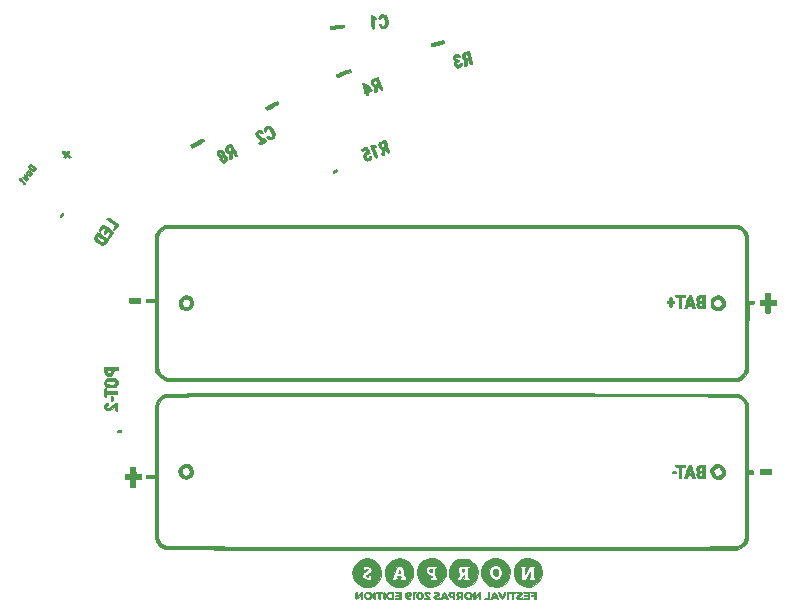
<source format=gbr>
G04 #@! TF.GenerationSoftware,KiCad,Pcbnew,5.0.2-bee76a0~70~ubuntu18.04.1*
G04 #@! TF.CreationDate,2019-07-17T02:08:38+03:00*
G04 #@! TF.ProjectId,Njorp_PCB,4e6a6f72-705f-4504-9342-2e6b69636164,rev?*
G04 #@! TF.SameCoordinates,Original*
G04 #@! TF.FileFunction,Legend,Bot*
G04 #@! TF.FilePolarity,Positive*
%FSLAX46Y46*%
G04 Gerber Fmt 4.6, Leading zero omitted, Abs format (unit mm)*
G04 Created by KiCad (PCBNEW 5.0.2-bee76a0~70~ubuntu18.04.1) date ke 17. heinäkuuta 2019 02.08.38*
%MOMM*%
%LPD*%
G01*
G04 APERTURE LIST*
%ADD10C,0.010000*%
G04 APERTURE END LIST*
D10*
G04 #@! TO.C,G\002A\002A\002A*
G36*
X-9223997Y-12836533D02*
X-9200614Y-12876614D01*
X-9189472Y-12964470D01*
X-9186367Y-13117327D01*
X-9186334Y-13144500D01*
X-9189904Y-13313329D01*
X-9202497Y-13412335D01*
X-9226933Y-13456134D01*
X-9247622Y-13462000D01*
X-9289213Y-13432066D01*
X-9313895Y-13335050D01*
X-9321705Y-13247742D01*
X-9334500Y-13033484D01*
X-9494071Y-13247742D01*
X-9608795Y-13389640D01*
X-9689448Y-13455611D01*
X-9741218Y-13443777D01*
X-9769287Y-13352259D01*
X-9778843Y-13179177D01*
X-9779000Y-13144500D01*
X-9775417Y-12975597D01*
X-9762795Y-12876554D01*
X-9738324Y-12832795D01*
X-9717820Y-12827000D01*
X-9674646Y-12859328D01*
X-9649601Y-12962378D01*
X-9643737Y-13028084D01*
X-9630834Y-13229167D01*
X-9486074Y-13028084D01*
X-9391913Y-12915035D01*
X-9306535Y-12843002D01*
X-9263824Y-12827000D01*
X-9223997Y-12836533D01*
X-9223997Y-12836533D01*
G37*
X-9223997Y-12836533D02*
X-9200614Y-12876614D01*
X-9189472Y-12964470D01*
X-9186367Y-13117327D01*
X-9186334Y-13144500D01*
X-9189904Y-13313329D01*
X-9202497Y-13412335D01*
X-9226933Y-13456134D01*
X-9247622Y-13462000D01*
X-9289213Y-13432066D01*
X-9313895Y-13335050D01*
X-9321705Y-13247742D01*
X-9334500Y-13033484D01*
X-9494071Y-13247742D01*
X-9608795Y-13389640D01*
X-9689448Y-13455611D01*
X-9741218Y-13443777D01*
X-9769287Y-13352259D01*
X-9778843Y-13179177D01*
X-9779000Y-13144500D01*
X-9775417Y-12975597D01*
X-9762795Y-12876554D01*
X-9738324Y-12832795D01*
X-9717820Y-12827000D01*
X-9674646Y-12859328D01*
X-9649601Y-12962378D01*
X-9643737Y-13028084D01*
X-9630834Y-13229167D01*
X-9486074Y-13028084D01*
X-9391913Y-12915035D01*
X-9306535Y-12843002D01*
X-9263824Y-12827000D01*
X-9223997Y-12836533D01*
G36*
X-8556527Y-12866157D02*
X-8478706Y-12930961D01*
X-8396048Y-13075157D01*
X-8397898Y-13219669D01*
X-8469740Y-13350458D01*
X-8586170Y-13436127D01*
X-8736700Y-13464692D01*
X-8891224Y-13434240D01*
X-8978444Y-13382788D01*
X-9056283Y-13270648D01*
X-9070298Y-13178171D01*
X-8938798Y-13178171D01*
X-8899698Y-13286653D01*
X-8866034Y-13321115D01*
X-8757798Y-13372522D01*
X-8659953Y-13347842D01*
X-8593667Y-13292667D01*
X-8518916Y-13177389D01*
X-8528543Y-13063265D01*
X-8579062Y-12989084D01*
X-8686967Y-12919320D01*
X-8807031Y-12933091D01*
X-8866034Y-12967885D01*
X-8927577Y-13058742D01*
X-8938798Y-13178171D01*
X-9070298Y-13178171D01*
X-9078050Y-13127025D01*
X-9043073Y-12984463D01*
X-8988308Y-12906493D01*
X-8857866Y-12830318D01*
X-8703658Y-12817367D01*
X-8556527Y-12866157D01*
X-8556527Y-12866157D01*
G37*
X-8556527Y-12866157D02*
X-8478706Y-12930961D01*
X-8396048Y-13075157D01*
X-8397898Y-13219669D01*
X-8469740Y-13350458D01*
X-8586170Y-13436127D01*
X-8736700Y-13464692D01*
X-8891224Y-13434240D01*
X-8978444Y-13382788D01*
X-9056283Y-13270648D01*
X-9070298Y-13178171D01*
X-8938798Y-13178171D01*
X-8899698Y-13286653D01*
X-8866034Y-13321115D01*
X-8757798Y-13372522D01*
X-8659953Y-13347842D01*
X-8593667Y-13292667D01*
X-8518916Y-13177389D01*
X-8528543Y-13063265D01*
X-8579062Y-12989084D01*
X-8686967Y-12919320D01*
X-8807031Y-12933091D01*
X-8866034Y-12967885D01*
X-8927577Y-13058742D01*
X-8938798Y-13178171D01*
X-9070298Y-13178171D01*
X-9078050Y-13127025D01*
X-9043073Y-12984463D01*
X-8988308Y-12906493D01*
X-8857866Y-12830318D01*
X-8703658Y-12817367D01*
X-8556527Y-12866157D01*
G36*
X-8158006Y-12843632D02*
X-8138345Y-12903735D01*
X-8129455Y-13022619D01*
X-8128000Y-13144500D01*
X-8131327Y-13311973D01*
X-8143347Y-13410278D01*
X-8167124Y-13454726D01*
X-8191500Y-13462000D01*
X-8224995Y-13445368D01*
X-8244656Y-13385266D01*
X-8253546Y-13266381D01*
X-8255000Y-13144500D01*
X-8251674Y-12977028D01*
X-8239654Y-12878723D01*
X-8215877Y-12834275D01*
X-8191500Y-12827000D01*
X-8158006Y-12843632D01*
X-8158006Y-12843632D01*
G37*
X-8158006Y-12843632D02*
X-8138345Y-12903735D01*
X-8129455Y-13022619D01*
X-8128000Y-13144500D01*
X-8131327Y-13311973D01*
X-8143347Y-13410278D01*
X-8167124Y-13454726D01*
X-8191500Y-13462000D01*
X-8224995Y-13445368D01*
X-8244656Y-13385266D01*
X-8253546Y-13266381D01*
X-8255000Y-13144500D01*
X-8251674Y-12977028D01*
X-8239654Y-12878723D01*
X-8215877Y-12834275D01*
X-8191500Y-12827000D01*
X-8158006Y-12843632D01*
G36*
X-7624376Y-12832982D02*
X-7525929Y-12848826D01*
X-7493000Y-12869334D01*
X-7529229Y-12901156D01*
X-7598834Y-12911667D01*
X-7655725Y-12916492D01*
X-7687413Y-12943719D01*
X-7701254Y-13012476D01*
X-7704606Y-13141892D01*
X-7704667Y-13186834D01*
X-7709181Y-13342451D01*
X-7724954Y-13428757D01*
X-7755335Y-13460735D01*
X-7766147Y-13462000D01*
X-7803252Y-13437924D01*
X-7826570Y-13356757D01*
X-7839857Y-13205087D01*
X-7840230Y-13197417D01*
X-7850291Y-13051265D01*
X-7868082Y-12969495D01*
X-7901470Y-12931822D01*
X-7948084Y-12919306D01*
X-8034491Y-12897753D01*
X-8046810Y-12872578D01*
X-7995157Y-12848973D01*
X-7889652Y-12832128D01*
X-7768167Y-12827000D01*
X-7624376Y-12832982D01*
X-7624376Y-12832982D01*
G37*
X-7624376Y-12832982D02*
X-7525929Y-12848826D01*
X-7493000Y-12869334D01*
X-7529229Y-12901156D01*
X-7598834Y-12911667D01*
X-7655725Y-12916492D01*
X-7687413Y-12943719D01*
X-7701254Y-13012476D01*
X-7704606Y-13141892D01*
X-7704667Y-13186834D01*
X-7709181Y-13342451D01*
X-7724954Y-13428757D01*
X-7755335Y-13460735D01*
X-7766147Y-13462000D01*
X-7803252Y-13437924D01*
X-7826570Y-13356757D01*
X-7839857Y-13205087D01*
X-7840230Y-13197417D01*
X-7850291Y-13051265D01*
X-7868082Y-12969495D01*
X-7901470Y-12931822D01*
X-7948084Y-12919306D01*
X-8034491Y-12897753D01*
X-8046810Y-12872578D01*
X-7995157Y-12848973D01*
X-7889652Y-12832128D01*
X-7768167Y-12827000D01*
X-7624376Y-12832982D01*
G36*
X-7311339Y-12843632D02*
X-7291678Y-12903735D01*
X-7282789Y-13022619D01*
X-7281334Y-13144500D01*
X-7284660Y-13311973D01*
X-7296681Y-13410278D01*
X-7320458Y-13454726D01*
X-7344834Y-13462000D01*
X-7378328Y-13445368D01*
X-7397989Y-13385266D01*
X-7406879Y-13266381D01*
X-7408334Y-13144500D01*
X-7405007Y-12977028D01*
X-7392987Y-12878723D01*
X-7369210Y-12834275D01*
X-7344834Y-12827000D01*
X-7311339Y-12843632D01*
X-7311339Y-12843632D01*
G37*
X-7311339Y-12843632D02*
X-7291678Y-12903735D01*
X-7282789Y-13022619D01*
X-7281334Y-13144500D01*
X-7284660Y-13311973D01*
X-7296681Y-13410278D01*
X-7320458Y-13454726D01*
X-7344834Y-13462000D01*
X-7378328Y-13445368D01*
X-7397989Y-13385266D01*
X-7406879Y-13266381D01*
X-7408334Y-13144500D01*
X-7405007Y-12977028D01*
X-7392987Y-12878723D01*
X-7369210Y-12834275D01*
X-7344834Y-12827000D01*
X-7311339Y-12843632D01*
G36*
X-6561667Y-13462000D02*
X-6768644Y-13462000D01*
X-6962736Y-13438436D01*
X-7073444Y-13382788D01*
X-7148997Y-13285097D01*
X-7171267Y-13144500D01*
X-7069667Y-13144500D01*
X-7033450Y-13236947D01*
X-6945302Y-13321566D01*
X-6835981Y-13372331D01*
X-6794500Y-13377334D01*
X-6733888Y-13371290D01*
X-6702327Y-13339345D01*
X-6690401Y-13260782D01*
X-6688667Y-13144500D01*
X-6691414Y-13011152D01*
X-6705935Y-12941718D01*
X-6741645Y-12915481D01*
X-6794500Y-12911667D01*
X-6903756Y-12942313D01*
X-7003760Y-13016899D01*
X-7063755Y-13109401D01*
X-7069667Y-13144500D01*
X-7171267Y-13144500D01*
X-7140661Y-12988809D01*
X-7047016Y-12886199D01*
X-6887591Y-12834510D01*
X-6768644Y-12827000D01*
X-6561667Y-12827000D01*
X-6561667Y-13462000D01*
X-6561667Y-13462000D01*
G37*
X-6561667Y-13462000D02*
X-6768644Y-13462000D01*
X-6962736Y-13438436D01*
X-7073444Y-13382788D01*
X-7148997Y-13285097D01*
X-7171267Y-13144500D01*
X-7069667Y-13144500D01*
X-7033450Y-13236947D01*
X-6945302Y-13321566D01*
X-6835981Y-13372331D01*
X-6794500Y-13377334D01*
X-6733888Y-13371290D01*
X-6702327Y-13339345D01*
X-6690401Y-13260782D01*
X-6688667Y-13144500D01*
X-6691414Y-13011152D01*
X-6705935Y-12941718D01*
X-6741645Y-12915481D01*
X-6794500Y-12911667D01*
X-6903756Y-12942313D01*
X-7003760Y-13016899D01*
X-7063755Y-13109401D01*
X-7069667Y-13144500D01*
X-7171267Y-13144500D01*
X-7140661Y-12988809D01*
X-7047016Y-12886199D01*
X-6887591Y-12834510D01*
X-6768644Y-12827000D01*
X-6561667Y-12827000D01*
X-6561667Y-13462000D01*
G36*
X-5926667Y-13462000D02*
X-6180667Y-13462000D01*
X-6315962Y-13455574D01*
X-6407687Y-13438785D01*
X-6434667Y-13419667D01*
X-6396830Y-13394420D01*
X-6301098Y-13379276D01*
X-6244167Y-13377334D01*
X-6125120Y-13371794D01*
X-6068826Y-13348791D01*
X-6053740Y-13298749D01*
X-6053667Y-13292667D01*
X-6067867Y-13237275D01*
X-6125262Y-13212794D01*
X-6223000Y-13208000D01*
X-6340743Y-13197515D01*
X-6389261Y-13162756D01*
X-6392334Y-13144500D01*
X-6364372Y-13100347D01*
X-6271683Y-13082153D01*
X-6223000Y-13081000D01*
X-6112216Y-13073900D01*
X-6063254Y-13045203D01*
X-6053667Y-12996334D01*
X-6066132Y-12943424D01*
X-6117888Y-12918404D01*
X-6230482Y-12911699D01*
X-6244167Y-12911667D01*
X-6357777Y-12903259D01*
X-6425926Y-12881985D01*
X-6434667Y-12869334D01*
X-6396107Y-12846784D01*
X-6295376Y-12831497D01*
X-6180667Y-12827000D01*
X-5926667Y-12827000D01*
X-5926667Y-13462000D01*
X-5926667Y-13462000D01*
G37*
X-5926667Y-13462000D02*
X-6180667Y-13462000D01*
X-6315962Y-13455574D01*
X-6407687Y-13438785D01*
X-6434667Y-13419667D01*
X-6396830Y-13394420D01*
X-6301098Y-13379276D01*
X-6244167Y-13377334D01*
X-6125120Y-13371794D01*
X-6068826Y-13348791D01*
X-6053740Y-13298749D01*
X-6053667Y-13292667D01*
X-6067867Y-13237275D01*
X-6125262Y-13212794D01*
X-6223000Y-13208000D01*
X-6340743Y-13197515D01*
X-6389261Y-13162756D01*
X-6392334Y-13144500D01*
X-6364372Y-13100347D01*
X-6271683Y-13082153D01*
X-6223000Y-13081000D01*
X-6112216Y-13073900D01*
X-6063254Y-13045203D01*
X-6053667Y-12996334D01*
X-6066132Y-12943424D01*
X-6117888Y-12918404D01*
X-6230482Y-12911699D01*
X-6244167Y-12911667D01*
X-6357777Y-12903259D01*
X-6425926Y-12881985D01*
X-6434667Y-12869334D01*
X-6396107Y-12846784D01*
X-6295376Y-12831497D01*
X-6180667Y-12827000D01*
X-5926667Y-12827000D01*
X-5926667Y-13462000D01*
G36*
X-5180429Y-12847695D02*
X-5130800Y-12877800D01*
X-5092937Y-12955689D01*
X-5080000Y-13048041D01*
X-5114770Y-13161057D01*
X-5202490Y-13226824D01*
X-5318280Y-13231418D01*
X-5370979Y-13210866D01*
X-5441830Y-13182139D01*
X-5456029Y-13208034D01*
X-5417136Y-13295521D01*
X-5415640Y-13298323D01*
X-5347437Y-13362502D01*
X-5247358Y-13370186D01*
X-5156218Y-13373547D01*
X-5112802Y-13399063D01*
X-5141926Y-13429430D01*
X-5228660Y-13451049D01*
X-5251498Y-13453470D01*
X-5385633Y-13443278D01*
X-5482156Y-13377340D01*
X-5483369Y-13376006D01*
X-5542499Y-13261347D01*
X-5564166Y-13113889D01*
X-5553384Y-13028084D01*
X-5411028Y-13028084D01*
X-5405733Y-13098624D01*
X-5346655Y-13122241D01*
X-5312834Y-13123334D01*
X-5231949Y-13110278D01*
X-5211807Y-13057050D01*
X-5214640Y-13028084D01*
X-5256695Y-12948442D01*
X-5312834Y-12932834D01*
X-5388539Y-12967421D01*
X-5411028Y-13028084D01*
X-5553384Y-13028084D01*
X-5546395Y-12972476D01*
X-5507772Y-12895847D01*
X-5420284Y-12845294D01*
X-5297006Y-12828565D01*
X-5180429Y-12847695D01*
X-5180429Y-12847695D01*
G37*
X-5180429Y-12847695D02*
X-5130800Y-12877800D01*
X-5092937Y-12955689D01*
X-5080000Y-13048041D01*
X-5114770Y-13161057D01*
X-5202490Y-13226824D01*
X-5318280Y-13231418D01*
X-5370979Y-13210866D01*
X-5441830Y-13182139D01*
X-5456029Y-13208034D01*
X-5417136Y-13295521D01*
X-5415640Y-13298323D01*
X-5347437Y-13362502D01*
X-5247358Y-13370186D01*
X-5156218Y-13373547D01*
X-5112802Y-13399063D01*
X-5141926Y-13429430D01*
X-5228660Y-13451049D01*
X-5251498Y-13453470D01*
X-5385633Y-13443278D01*
X-5482156Y-13377340D01*
X-5483369Y-13376006D01*
X-5542499Y-13261347D01*
X-5564166Y-13113889D01*
X-5553384Y-13028084D01*
X-5411028Y-13028084D01*
X-5405733Y-13098624D01*
X-5346655Y-13122241D01*
X-5312834Y-13123334D01*
X-5231949Y-13110278D01*
X-5211807Y-13057050D01*
X-5214640Y-13028084D01*
X-5256695Y-12948442D01*
X-5312834Y-12932834D01*
X-5388539Y-12967421D01*
X-5411028Y-13028084D01*
X-5553384Y-13028084D01*
X-5546395Y-12972476D01*
X-5507772Y-12895847D01*
X-5420284Y-12845294D01*
X-5297006Y-12828565D01*
X-5180429Y-12847695D01*
G36*
X-4694496Y-12839262D02*
X-4656677Y-12868807D01*
X-4656667Y-12869334D01*
X-4690955Y-12906891D01*
X-4720167Y-12911667D01*
X-4755785Y-12930037D01*
X-4775582Y-12995678D01*
X-4783202Y-13124384D01*
X-4783667Y-13186834D01*
X-4787906Y-13341179D01*
X-4803054Y-13426964D01*
X-4832756Y-13459985D01*
X-4847167Y-13462000D01*
X-4880662Y-13445368D01*
X-4900323Y-13385266D01*
X-4909212Y-13266381D01*
X-4910667Y-13144500D01*
X-4910667Y-12827000D01*
X-4783667Y-12827000D01*
X-4694496Y-12839262D01*
X-4694496Y-12839262D01*
G37*
X-4694496Y-12839262D02*
X-4656677Y-12868807D01*
X-4656667Y-12869334D01*
X-4690955Y-12906891D01*
X-4720167Y-12911667D01*
X-4755785Y-12930037D01*
X-4775582Y-12995678D01*
X-4783202Y-13124384D01*
X-4783667Y-13186834D01*
X-4787906Y-13341179D01*
X-4803054Y-13426964D01*
X-4832756Y-13459985D01*
X-4847167Y-13462000D01*
X-4880662Y-13445368D01*
X-4900323Y-13385266D01*
X-4909212Y-13266381D01*
X-4910667Y-13144500D01*
X-4910667Y-12827000D01*
X-4783667Y-12827000D01*
X-4694496Y-12839262D01*
G36*
X-4220942Y-12846066D02*
X-4132003Y-12892079D01*
X-4130524Y-12893524D01*
X-4079560Y-12994099D01*
X-4063222Y-13133838D01*
X-4080695Y-13275413D01*
X-4131162Y-13381495D01*
X-4141417Y-13391939D01*
X-4259716Y-13452555D01*
X-4394298Y-13456990D01*
X-4510985Y-13407260D01*
X-4548433Y-13367914D01*
X-4610995Y-13222674D01*
X-4611499Y-13141217D01*
X-4487334Y-13141217D01*
X-4461565Y-13280828D01*
X-4388606Y-13357715D01*
X-4297328Y-13368372D01*
X-4245740Y-13348280D01*
X-4220214Y-13292654D01*
X-4212358Y-13179487D01*
X-4212167Y-13145080D01*
X-4218371Y-13013433D01*
X-4241657Y-12945066D01*
X-4288284Y-12919334D01*
X-4393563Y-12935053D01*
X-4464130Y-13018227D01*
X-4487334Y-13141217D01*
X-4611499Y-13141217D01*
X-4611909Y-13075157D01*
X-4559215Y-12946206D01*
X-4460953Y-12856665D01*
X-4339791Y-12827000D01*
X-4220942Y-12846066D01*
X-4220942Y-12846066D01*
G37*
X-4220942Y-12846066D02*
X-4132003Y-12892079D01*
X-4130524Y-12893524D01*
X-4079560Y-12994099D01*
X-4063222Y-13133838D01*
X-4080695Y-13275413D01*
X-4131162Y-13381495D01*
X-4141417Y-13391939D01*
X-4259716Y-13452555D01*
X-4394298Y-13456990D01*
X-4510985Y-13407260D01*
X-4548433Y-13367914D01*
X-4610995Y-13222674D01*
X-4611499Y-13141217D01*
X-4487334Y-13141217D01*
X-4461565Y-13280828D01*
X-4388606Y-13357715D01*
X-4297328Y-13368372D01*
X-4245740Y-13348280D01*
X-4220214Y-13292654D01*
X-4212358Y-13179487D01*
X-4212167Y-13145080D01*
X-4218371Y-13013433D01*
X-4241657Y-12945066D01*
X-4288284Y-12919334D01*
X-4393563Y-12935053D01*
X-4464130Y-13018227D01*
X-4487334Y-13141217D01*
X-4611499Y-13141217D01*
X-4611909Y-13075157D01*
X-4559215Y-12946206D01*
X-4460953Y-12856665D01*
X-4339791Y-12827000D01*
X-4220942Y-12846066D01*
G36*
X-3558075Y-12848297D02*
X-3514021Y-12868219D01*
X-3475033Y-12915669D01*
X-3498660Y-12955926D01*
X-3550994Y-12980539D01*
X-3574887Y-12957689D01*
X-3640694Y-12917732D01*
X-3730052Y-12918614D01*
X-3790580Y-12956825D01*
X-3779832Y-13010041D01*
X-3724218Y-13104269D01*
X-3644912Y-13207837D01*
X-3555053Y-13317916D01*
X-3492332Y-13401462D01*
X-3471334Y-13437845D01*
X-3509803Y-13450586D01*
X-3609789Y-13459339D01*
X-3725334Y-13462000D01*
X-3860629Y-13455574D01*
X-3952354Y-13438785D01*
X-3979334Y-13419667D01*
X-3942119Y-13391686D01*
X-3850612Y-13377699D01*
X-3831167Y-13377334D01*
X-3733185Y-13370755D01*
X-3684262Y-13354582D01*
X-3683000Y-13351172D01*
X-3708550Y-13306382D01*
X-3773101Y-13223525D01*
X-3810000Y-13180366D01*
X-3903287Y-13058609D01*
X-3933014Y-12969938D01*
X-3903569Y-12896930D01*
X-3886200Y-12877800D01*
X-3801123Y-12839530D01*
X-3677760Y-12829336D01*
X-3558075Y-12848297D01*
X-3558075Y-12848297D01*
G37*
X-3558075Y-12848297D02*
X-3514021Y-12868219D01*
X-3475033Y-12915669D01*
X-3498660Y-12955926D01*
X-3550994Y-12980539D01*
X-3574887Y-12957689D01*
X-3640694Y-12917732D01*
X-3730052Y-12918614D01*
X-3790580Y-12956825D01*
X-3779832Y-13010041D01*
X-3724218Y-13104269D01*
X-3644912Y-13207837D01*
X-3555053Y-13317916D01*
X-3492332Y-13401462D01*
X-3471334Y-13437845D01*
X-3509803Y-13450586D01*
X-3609789Y-13459339D01*
X-3725334Y-13462000D01*
X-3860629Y-13455574D01*
X-3952354Y-13438785D01*
X-3979334Y-13419667D01*
X-3942119Y-13391686D01*
X-3850612Y-13377699D01*
X-3831167Y-13377334D01*
X-3733185Y-13370755D01*
X-3684262Y-13354582D01*
X-3683000Y-13351172D01*
X-3708550Y-13306382D01*
X-3773101Y-13223525D01*
X-3810000Y-13180366D01*
X-3903287Y-13058609D01*
X-3933014Y-12969938D01*
X-3903569Y-12896930D01*
X-3886200Y-12877800D01*
X-3801123Y-12839530D01*
X-3677760Y-12829336D01*
X-3558075Y-12848297D01*
G36*
X-2757471Y-12857219D02*
X-2693186Y-12933808D01*
X-2680670Y-13023893D01*
X-2726198Y-13110076D01*
X-2836045Y-13174959D01*
X-2881592Y-13187476D01*
X-2972095Y-13229862D01*
X-3005227Y-13290640D01*
X-2972550Y-13346916D01*
X-2945475Y-13360755D01*
X-2863166Y-13360471D01*
X-2796434Y-13336302D01*
X-2708631Y-13308579D01*
X-2653634Y-13321995D01*
X-2650464Y-13364297D01*
X-2689845Y-13404962D01*
X-2804624Y-13453507D01*
X-2938808Y-13462901D01*
X-3059751Y-13435417D01*
X-3134438Y-13374026D01*
X-3164218Y-13271390D01*
X-3124957Y-13186737D01*
X-3009735Y-13107430D01*
X-2980407Y-13092754D01*
X-2874313Y-13026804D01*
X-2846950Y-12974932D01*
X-2897555Y-12944975D01*
X-2995084Y-12942151D01*
X-3099011Y-12930038D01*
X-3134049Y-12889457D01*
X-3096640Y-12841922D01*
X-3016250Y-12814120D01*
X-2867251Y-12811523D01*
X-2757471Y-12857219D01*
X-2757471Y-12857219D01*
G37*
X-2757471Y-12857219D02*
X-2693186Y-12933808D01*
X-2680670Y-13023893D01*
X-2726198Y-13110076D01*
X-2836045Y-13174959D01*
X-2881592Y-13187476D01*
X-2972095Y-13229862D01*
X-3005227Y-13290640D01*
X-2972550Y-13346916D01*
X-2945475Y-13360755D01*
X-2863166Y-13360471D01*
X-2796434Y-13336302D01*
X-2708631Y-13308579D01*
X-2653634Y-13321995D01*
X-2650464Y-13364297D01*
X-2689845Y-13404962D01*
X-2804624Y-13453507D01*
X-2938808Y-13462901D01*
X-3059751Y-13435417D01*
X-3134438Y-13374026D01*
X-3164218Y-13271390D01*
X-3124957Y-13186737D01*
X-3009735Y-13107430D01*
X-2980407Y-13092754D01*
X-2874313Y-13026804D01*
X-2846950Y-12974932D01*
X-2897555Y-12944975D01*
X-2995084Y-12942151D01*
X-3099011Y-12930038D01*
X-3134049Y-12889457D01*
X-3096640Y-12841922D01*
X-3016250Y-12814120D01*
X-2867251Y-12811523D01*
X-2757471Y-12857219D01*
G36*
X-2170942Y-12916752D02*
X-2088298Y-13066214D01*
X-2046770Y-13155105D01*
X-1979118Y-13307567D01*
X-1944949Y-13398995D01*
X-1941451Y-13444847D01*
X-1965813Y-13460582D01*
X-1990954Y-13462000D01*
X-2058890Y-13435226D01*
X-2074334Y-13398500D01*
X-2102076Y-13354505D01*
X-2194214Y-13336236D01*
X-2244996Y-13335000D01*
X-2380740Y-13351701D01*
X-2440025Y-13398500D01*
X-2484861Y-13447501D01*
X-2544632Y-13461573D01*
X-2581169Y-13433980D01*
X-2582334Y-13423613D01*
X-2566044Y-13368532D01*
X-2523120Y-13259183D01*
X-2482827Y-13165470D01*
X-2346262Y-13165470D01*
X-2330486Y-13201478D01*
X-2262632Y-13208000D01*
X-2184697Y-13196936D01*
X-2160501Y-13176250D01*
X-2180307Y-13118892D01*
X-2217906Y-13043646D01*
X-2273811Y-12942792D01*
X-2320037Y-13075396D01*
X-2346262Y-13165470D01*
X-2482827Y-13165470D01*
X-2462475Y-13118138D01*
X-2455682Y-13102942D01*
X-2374788Y-12940904D01*
X-2305895Y-12855154D01*
X-2240711Y-12846751D01*
X-2170942Y-12916752D01*
X-2170942Y-12916752D01*
G37*
X-2170942Y-12916752D02*
X-2088298Y-13066214D01*
X-2046770Y-13155105D01*
X-1979118Y-13307567D01*
X-1944949Y-13398995D01*
X-1941451Y-13444847D01*
X-1965813Y-13460582D01*
X-1990954Y-13462000D01*
X-2058890Y-13435226D01*
X-2074334Y-13398500D01*
X-2102076Y-13354505D01*
X-2194214Y-13336236D01*
X-2244996Y-13335000D01*
X-2380740Y-13351701D01*
X-2440025Y-13398500D01*
X-2484861Y-13447501D01*
X-2544632Y-13461573D01*
X-2581169Y-13433980D01*
X-2582334Y-13423613D01*
X-2566044Y-13368532D01*
X-2523120Y-13259183D01*
X-2482827Y-13165470D01*
X-2346262Y-13165470D01*
X-2330486Y-13201478D01*
X-2262632Y-13208000D01*
X-2184697Y-13196936D01*
X-2160501Y-13176250D01*
X-2180307Y-13118892D01*
X-2217906Y-13043646D01*
X-2273811Y-12942792D01*
X-2320037Y-13075396D01*
X-2346262Y-13165470D01*
X-2482827Y-13165470D01*
X-2462475Y-13118138D01*
X-2455682Y-13102942D01*
X-2374788Y-12940904D01*
X-2305895Y-12855154D01*
X-2240711Y-12846751D01*
X-2170942Y-12916752D01*
G36*
X-1397000Y-13144500D02*
X-1400327Y-13311973D01*
X-1412347Y-13410278D01*
X-1436124Y-13454726D01*
X-1460500Y-13462000D01*
X-1513069Y-13427066D01*
X-1524000Y-13382744D01*
X-1547251Y-13325066D01*
X-1628772Y-13289115D01*
X-1694652Y-13276200D01*
X-1838584Y-13224012D01*
X-1917272Y-13132054D01*
X-1921363Y-13053826D01*
X-1802296Y-13053826D01*
X-1759047Y-13123106D01*
X-1664656Y-13162628D01*
X-1624650Y-13165667D01*
X-1552446Y-13150873D01*
X-1526148Y-13089790D01*
X-1524000Y-13038667D01*
X-1535725Y-12947559D01*
X-1584134Y-12914377D01*
X-1624650Y-12911667D01*
X-1725881Y-12936951D01*
X-1778000Y-12975167D01*
X-1802296Y-13053826D01*
X-1921363Y-13053826D01*
X-1923462Y-13013699D01*
X-1883983Y-12927119D01*
X-1827486Y-12864572D01*
X-1746468Y-12834748D01*
X-1611557Y-12827003D01*
X-1607691Y-12827000D01*
X-1397000Y-12827000D01*
X-1397000Y-13144500D01*
X-1397000Y-13144500D01*
G37*
X-1397000Y-13144500D02*
X-1400327Y-13311973D01*
X-1412347Y-13410278D01*
X-1436124Y-13454726D01*
X-1460500Y-13462000D01*
X-1513069Y-13427066D01*
X-1524000Y-13382744D01*
X-1547251Y-13325066D01*
X-1628772Y-13289115D01*
X-1694652Y-13276200D01*
X-1838584Y-13224012D01*
X-1917272Y-13132054D01*
X-1921363Y-13053826D01*
X-1802296Y-13053826D01*
X-1759047Y-13123106D01*
X-1664656Y-13162628D01*
X-1624650Y-13165667D01*
X-1552446Y-13150873D01*
X-1526148Y-13089790D01*
X-1524000Y-13038667D01*
X-1535725Y-12947559D01*
X-1584134Y-12914377D01*
X-1624650Y-12911667D01*
X-1725881Y-12936951D01*
X-1778000Y-12975167D01*
X-1802296Y-13053826D01*
X-1921363Y-13053826D01*
X-1923462Y-13013699D01*
X-1883983Y-12927119D01*
X-1827486Y-12864572D01*
X-1746468Y-12834748D01*
X-1611557Y-12827003D01*
X-1607691Y-12827000D01*
X-1397000Y-12827000D01*
X-1397000Y-13144500D01*
G36*
X-719667Y-13144500D02*
X-722994Y-13311973D01*
X-735014Y-13410278D01*
X-758791Y-13454726D01*
X-783167Y-13462000D01*
X-834881Y-13426707D01*
X-846667Y-13377334D01*
X-876651Y-13306531D01*
X-930975Y-13292667D01*
X-1018670Y-13325963D01*
X-1068158Y-13377334D01*
X-1127481Y-13438902D01*
X-1189779Y-13463193D01*
X-1226054Y-13440970D01*
X-1227667Y-13428134D01*
X-1201362Y-13370631D01*
X-1184681Y-13351280D01*
X-1169721Y-13280767D01*
X-1209712Y-13171948D01*
X-1251704Y-13073932D01*
X-1251364Y-13053826D01*
X-1124963Y-13053826D01*
X-1081713Y-13123106D01*
X-987323Y-13162628D01*
X-947317Y-13165667D01*
X-875112Y-13150873D01*
X-848815Y-13089790D01*
X-846667Y-13038667D01*
X-858392Y-12947559D01*
X-906801Y-12914377D01*
X-947317Y-12911667D01*
X-1048548Y-12936951D01*
X-1100667Y-12975167D01*
X-1124963Y-13053826D01*
X-1251364Y-13053826D01*
X-1250558Y-13006282D01*
X-1209389Y-12931301D01*
X-1152561Y-12866491D01*
X-1074058Y-12835469D01*
X-943912Y-12827035D01*
X-930358Y-12827000D01*
X-719667Y-12827000D01*
X-719667Y-13144500D01*
X-719667Y-13144500D01*
G37*
X-719667Y-13144500D02*
X-722994Y-13311973D01*
X-735014Y-13410278D01*
X-758791Y-13454726D01*
X-783167Y-13462000D01*
X-834881Y-13426707D01*
X-846667Y-13377334D01*
X-876651Y-13306531D01*
X-930975Y-13292667D01*
X-1018670Y-13325963D01*
X-1068158Y-13377334D01*
X-1127481Y-13438902D01*
X-1189779Y-13463193D01*
X-1226054Y-13440970D01*
X-1227667Y-13428134D01*
X-1201362Y-13370631D01*
X-1184681Y-13351280D01*
X-1169721Y-13280767D01*
X-1209712Y-13171948D01*
X-1251704Y-13073932D01*
X-1251364Y-13053826D01*
X-1124963Y-13053826D01*
X-1081713Y-13123106D01*
X-987323Y-13162628D01*
X-947317Y-13165667D01*
X-875112Y-13150873D01*
X-848815Y-13089790D01*
X-846667Y-13038667D01*
X-858392Y-12947559D01*
X-906801Y-12914377D01*
X-947317Y-12911667D01*
X-1048548Y-12936951D01*
X-1100667Y-12975167D01*
X-1124963Y-13053826D01*
X-1251364Y-13053826D01*
X-1250558Y-13006282D01*
X-1209389Y-12931301D01*
X-1152561Y-12866491D01*
X-1074058Y-12835469D01*
X-943912Y-12827035D01*
X-930358Y-12827000D01*
X-719667Y-12827000D01*
X-719667Y-13144500D01*
G36*
X-72511Y-12857933D02*
X38552Y-12939643D01*
X93851Y-13053678D01*
X90703Y-13179239D01*
X47923Y-13308538D01*
X-20214Y-13406751D01*
X-62255Y-13434498D01*
X-232938Y-13466249D01*
X-390164Y-13435624D01*
X-504928Y-13350458D01*
X-580712Y-13199885D01*
X-580339Y-13181421D01*
X-458783Y-13181421D01*
X-405788Y-13282388D01*
X-371581Y-13311433D01*
X-259409Y-13369614D01*
X-170217Y-13358535D01*
X-106571Y-13308524D01*
X-49778Y-13201899D01*
X-53264Y-13081467D01*
X-110805Y-12979369D01*
X-178635Y-12936460D01*
X-299377Y-12928943D01*
X-394021Y-12982239D01*
X-451009Y-13073885D01*
X-458783Y-13181421D01*
X-580339Y-13181421D01*
X-577712Y-13051559D01*
X-496387Y-12920716D01*
X-491826Y-12916357D01*
X-361626Y-12840680D01*
X-213879Y-12823075D01*
X-72511Y-12857933D01*
X-72511Y-12857933D01*
G37*
X-72511Y-12857933D02*
X38552Y-12939643D01*
X93851Y-13053678D01*
X90703Y-13179239D01*
X47923Y-13308538D01*
X-20214Y-13406751D01*
X-62255Y-13434498D01*
X-232938Y-13466249D01*
X-390164Y-13435624D01*
X-504928Y-13350458D01*
X-580712Y-13199885D01*
X-580339Y-13181421D01*
X-458783Y-13181421D01*
X-405788Y-13282388D01*
X-371581Y-13311433D01*
X-259409Y-13369614D01*
X-170217Y-13358535D01*
X-106571Y-13308524D01*
X-49778Y-13201899D01*
X-53264Y-13081467D01*
X-110805Y-12979369D01*
X-178635Y-12936460D01*
X-299377Y-12928943D01*
X-394021Y-12982239D01*
X-451009Y-13073885D01*
X-458783Y-13181421D01*
X-580339Y-13181421D01*
X-577712Y-13051559D01*
X-496387Y-12920716D01*
X-491826Y-12916357D01*
X-361626Y-12840680D01*
X-213879Y-12823075D01*
X-72511Y-12857933D01*
G36*
X314132Y-12856386D02*
X338717Y-12951980D01*
X347037Y-13045037D01*
X359833Y-13263075D01*
X508000Y-13045119D01*
X599692Y-12926974D01*
X682877Y-12848612D01*
X730250Y-12827082D01*
X768468Y-12837803D01*
X790913Y-12881387D01*
X801546Y-12974809D01*
X804329Y-13135045D01*
X804333Y-13144500D01*
X801006Y-13311973D01*
X788986Y-13410278D01*
X765209Y-13454726D01*
X740833Y-13462000D01*
X701593Y-13440103D01*
X681983Y-13363841D01*
X677333Y-13241769D01*
X677333Y-13021537D01*
X518583Y-13240522D01*
X424875Y-13354879D01*
X338947Y-13434581D01*
X285750Y-13460753D01*
X247554Y-13450748D01*
X225118Y-13407860D01*
X214478Y-13315169D01*
X211672Y-13155756D01*
X211666Y-13144500D01*
X215237Y-12975671D01*
X227829Y-12876665D01*
X252265Y-12832867D01*
X272954Y-12827000D01*
X314132Y-12856386D01*
X314132Y-12856386D01*
G37*
X314132Y-12856386D02*
X338717Y-12951980D01*
X347037Y-13045037D01*
X359833Y-13263075D01*
X508000Y-13045119D01*
X599692Y-12926974D01*
X682877Y-12848612D01*
X730250Y-12827082D01*
X768468Y-12837803D01*
X790913Y-12881387D01*
X801546Y-12974809D01*
X804329Y-13135045D01*
X804333Y-13144500D01*
X801006Y-13311973D01*
X788986Y-13410278D01*
X765209Y-13454726D01*
X740833Y-13462000D01*
X701593Y-13440103D01*
X681983Y-13363841D01*
X677333Y-13241769D01*
X677333Y-13021537D01*
X518583Y-13240522D01*
X424875Y-13354879D01*
X338947Y-13434581D01*
X285750Y-13460753D01*
X247554Y-13450748D01*
X225118Y-13407860D01*
X214478Y-13315169D01*
X211672Y-13155756D01*
X211666Y-13144500D01*
X215237Y-12975671D01*
X227829Y-12876665D01*
X252265Y-12832867D01*
X272954Y-12827000D01*
X314132Y-12856386D01*
G36*
X1537519Y-12845322D02*
X1556678Y-12910076D01*
X1565172Y-13035949D01*
X1566333Y-13144500D01*
X1566333Y-13462000D01*
X1354666Y-13462000D01*
X1233916Y-13454867D01*
X1157278Y-13436629D01*
X1143000Y-13422349D01*
X1180075Y-13391767D01*
X1270359Y-13370527D01*
X1280583Y-13369432D01*
X1355708Y-13358949D01*
X1397936Y-13332202D01*
X1418348Y-13268695D01*
X1428024Y-13147929D01*
X1430770Y-13091584D01*
X1443735Y-12936836D01*
X1466584Y-12853123D01*
X1503069Y-12827035D01*
X1504853Y-12827000D01*
X1537519Y-12845322D01*
X1537519Y-12845322D01*
G37*
X1537519Y-12845322D02*
X1556678Y-12910076D01*
X1565172Y-13035949D01*
X1566333Y-13144500D01*
X1566333Y-13462000D01*
X1354666Y-13462000D01*
X1233916Y-13454867D01*
X1157278Y-13436629D01*
X1143000Y-13422349D01*
X1180075Y-13391767D01*
X1270359Y-13370527D01*
X1280583Y-13369432D01*
X1355708Y-13358949D01*
X1397936Y-13332202D01*
X1418348Y-13268695D01*
X1428024Y-13147929D01*
X1430770Y-13091584D01*
X1443735Y-12936836D01*
X1466584Y-12853123D01*
X1503069Y-12827035D01*
X1504853Y-12827000D01*
X1537519Y-12845322D01*
G36*
X2070656Y-12902155D02*
X2150395Y-13047692D01*
X2188266Y-13132241D01*
X2253682Y-13298355D01*
X2283908Y-13409867D01*
X2276315Y-13457009D01*
X2275720Y-13457242D01*
X2216595Y-13441089D01*
X2179191Y-13404325D01*
X2104871Y-13355965D01*
X1995281Y-13335168D01*
X1884533Y-13342450D01*
X1806739Y-13378326D01*
X1793308Y-13398500D01*
X1752002Y-13442516D01*
X1692430Y-13465451D01*
X1653138Y-13454701D01*
X1651000Y-13445023D01*
X1666383Y-13400692D01*
X1707018Y-13299187D01*
X1757504Y-13178172D01*
X1885733Y-13178172D01*
X1913843Y-13205002D01*
X1973936Y-13208000D01*
X2051482Y-13195243D01*
X2060748Y-13149775D01*
X2057695Y-13141038D01*
X2034852Y-13060386D01*
X2032000Y-13035204D01*
X2013042Y-12995533D01*
X1968869Y-13017340D01*
X1918534Y-13089933D01*
X1912702Y-13102167D01*
X1885733Y-13178172D01*
X1757504Y-13178172D01*
X1764635Y-13161080D01*
X1774389Y-13138106D01*
X1860269Y-12956188D01*
X1933201Y-12856295D01*
X2000794Y-12838320D01*
X2070656Y-12902155D01*
X2070656Y-12902155D01*
G37*
X2070656Y-12902155D02*
X2150395Y-13047692D01*
X2188266Y-13132241D01*
X2253682Y-13298355D01*
X2283908Y-13409867D01*
X2276315Y-13457009D01*
X2275720Y-13457242D01*
X2216595Y-13441089D01*
X2179191Y-13404325D01*
X2104871Y-13355965D01*
X1995281Y-13335168D01*
X1884533Y-13342450D01*
X1806739Y-13378326D01*
X1793308Y-13398500D01*
X1752002Y-13442516D01*
X1692430Y-13465451D01*
X1653138Y-13454701D01*
X1651000Y-13445023D01*
X1666383Y-13400692D01*
X1707018Y-13299187D01*
X1757504Y-13178172D01*
X1885733Y-13178172D01*
X1913843Y-13205002D01*
X1973936Y-13208000D01*
X2051482Y-13195243D01*
X2060748Y-13149775D01*
X2057695Y-13141038D01*
X2034852Y-13060386D01*
X2032000Y-13035204D01*
X2013042Y-12995533D01*
X1968869Y-13017340D01*
X1918534Y-13089933D01*
X1912702Y-13102167D01*
X1885733Y-13178172D01*
X1757504Y-13178172D01*
X1764635Y-13161080D01*
X1774389Y-13138106D01*
X1860269Y-12956188D01*
X1933201Y-12856295D01*
X2000794Y-12838320D01*
X2070656Y-12902155D01*
G36*
X2899261Y-12831522D02*
X2914795Y-12855190D01*
X2905225Y-12913159D01*
X2868267Y-13020585D01*
X2808478Y-13175202D01*
X2732271Y-13348455D01*
X2666213Y-13441902D01*
X2603474Y-13455002D01*
X2537225Y-13387215D01*
X2460635Y-13237997D01*
X2421123Y-13144500D01*
X2358922Y-12986843D01*
X2328432Y-12891518D01*
X2326985Y-12843483D01*
X2351915Y-12827697D01*
X2364805Y-12827000D01*
X2423806Y-12861599D01*
X2483471Y-12970003D01*
X2516450Y-13058386D01*
X2563590Y-13178914D01*
X2605348Y-13254702D01*
X2627813Y-13269555D01*
X2658707Y-13220823D01*
X2702296Y-13117963D01*
X2730665Y-13038169D01*
X2782694Y-12913848D01*
X2835698Y-12839236D01*
X2860902Y-12827000D01*
X2899261Y-12831522D01*
X2899261Y-12831522D01*
G37*
X2899261Y-12831522D02*
X2914795Y-12855190D01*
X2905225Y-12913159D01*
X2868267Y-13020585D01*
X2808478Y-13175202D01*
X2732271Y-13348455D01*
X2666213Y-13441902D01*
X2603474Y-13455002D01*
X2537225Y-13387215D01*
X2460635Y-13237997D01*
X2421123Y-13144500D01*
X2358922Y-12986843D01*
X2328432Y-12891518D01*
X2326985Y-12843483D01*
X2351915Y-12827697D01*
X2364805Y-12827000D01*
X2423806Y-12861599D01*
X2483471Y-12970003D01*
X2516450Y-13058386D01*
X2563590Y-13178914D01*
X2605348Y-13254702D01*
X2627813Y-13269555D01*
X2658707Y-13220823D01*
X2702296Y-13117963D01*
X2730665Y-13038169D01*
X2782694Y-12913848D01*
X2835698Y-12839236D01*
X2860902Y-12827000D01*
X2899261Y-12831522D01*
G36*
X3144994Y-12843632D02*
X3164655Y-12903735D01*
X3173545Y-13022619D01*
X3175000Y-13144500D01*
X3171673Y-13311973D01*
X3159653Y-13410278D01*
X3135876Y-13454726D01*
X3111500Y-13462000D01*
X3078005Y-13445368D01*
X3058344Y-13385266D01*
X3049454Y-13266381D01*
X3048000Y-13144500D01*
X3051326Y-12977028D01*
X3063346Y-12878723D01*
X3087123Y-12834275D01*
X3111500Y-12827000D01*
X3144994Y-12843632D01*
X3144994Y-12843632D01*
G37*
X3144994Y-12843632D02*
X3164655Y-12903735D01*
X3173545Y-13022619D01*
X3175000Y-13144500D01*
X3171673Y-13311973D01*
X3159653Y-13410278D01*
X3135876Y-13454726D01*
X3111500Y-13462000D01*
X3078005Y-13445368D01*
X3058344Y-13385266D01*
X3049454Y-13266381D01*
X3048000Y-13144500D01*
X3051326Y-12977028D01*
X3063346Y-12878723D01*
X3087123Y-12834275D01*
X3111500Y-12827000D01*
X3144994Y-12843632D01*
G36*
X3678624Y-12832982D02*
X3777071Y-12848826D01*
X3810000Y-12869334D01*
X3773771Y-12901156D01*
X3704166Y-12911667D01*
X3647275Y-12916492D01*
X3615587Y-12943719D01*
X3601746Y-13012476D01*
X3598394Y-13141892D01*
X3598333Y-13186834D01*
X3593819Y-13342451D01*
X3578046Y-13428757D01*
X3547665Y-13460735D01*
X3536853Y-13462000D01*
X3499748Y-13437924D01*
X3476430Y-13356757D01*
X3463143Y-13205087D01*
X3462770Y-13197417D01*
X3452709Y-13051265D01*
X3434918Y-12969495D01*
X3401530Y-12931822D01*
X3354916Y-12919306D01*
X3268509Y-12897753D01*
X3256190Y-12872578D01*
X3307843Y-12848973D01*
X3413348Y-12832128D01*
X3534833Y-12827000D01*
X3678624Y-12832982D01*
X3678624Y-12832982D01*
G37*
X3678624Y-12832982D02*
X3777071Y-12848826D01*
X3810000Y-12869334D01*
X3773771Y-12901156D01*
X3704166Y-12911667D01*
X3647275Y-12916492D01*
X3615587Y-12943719D01*
X3601746Y-13012476D01*
X3598394Y-13141892D01*
X3598333Y-13186834D01*
X3593819Y-13342451D01*
X3578046Y-13428757D01*
X3547665Y-13460735D01*
X3536853Y-13462000D01*
X3499748Y-13437924D01*
X3476430Y-13356757D01*
X3463143Y-13205087D01*
X3462770Y-13197417D01*
X3452709Y-13051265D01*
X3434918Y-12969495D01*
X3401530Y-12931822D01*
X3354916Y-12919306D01*
X3268509Y-12897753D01*
X3256190Y-12872578D01*
X3307843Y-12848973D01*
X3413348Y-12832128D01*
X3534833Y-12827000D01*
X3678624Y-12832982D01*
G36*
X4179937Y-12816805D02*
X4208564Y-12825630D01*
X4298209Y-12891918D01*
X4318402Y-12982927D01*
X4272377Y-13079967D01*
X4163371Y-13164346D01*
X4148666Y-13171587D01*
X4036661Y-13241783D01*
X4001173Y-13301583D01*
X4034053Y-13340715D01*
X4127153Y-13348910D01*
X4265083Y-13318312D01*
X4339870Y-13308372D01*
X4360333Y-13348785D01*
X4325995Y-13415900D01*
X4293370Y-13436304D01*
X4177027Y-13459531D01*
X4045362Y-13457396D01*
X3937195Y-13432395D01*
X3903133Y-13411200D01*
X3862653Y-13330652D01*
X3852333Y-13259628D01*
X3872269Y-13184421D01*
X3944912Y-13126557D01*
X4022893Y-13091858D01*
X4135292Y-13033132D01*
X4172675Y-12980789D01*
X4134086Y-12944304D01*
X4038939Y-12932834D01*
X3943606Y-12920840D01*
X3894666Y-12894028D01*
X3907141Y-12851538D01*
X3976946Y-12820559D01*
X4076928Y-12807010D01*
X4179937Y-12816805D01*
X4179937Y-12816805D01*
G37*
X4179937Y-12816805D02*
X4208564Y-12825630D01*
X4298209Y-12891918D01*
X4318402Y-12982927D01*
X4272377Y-13079967D01*
X4163371Y-13164346D01*
X4148666Y-13171587D01*
X4036661Y-13241783D01*
X4001173Y-13301583D01*
X4034053Y-13340715D01*
X4127153Y-13348910D01*
X4265083Y-13318312D01*
X4339870Y-13308372D01*
X4360333Y-13348785D01*
X4325995Y-13415900D01*
X4293370Y-13436304D01*
X4177027Y-13459531D01*
X4045362Y-13457396D01*
X3937195Y-13432395D01*
X3903133Y-13411200D01*
X3862653Y-13330652D01*
X3852333Y-13259628D01*
X3872269Y-13184421D01*
X3944912Y-13126557D01*
X4022893Y-13091858D01*
X4135292Y-13033132D01*
X4172675Y-12980789D01*
X4134086Y-12944304D01*
X4038939Y-12932834D01*
X3943606Y-12920840D01*
X3894666Y-12894028D01*
X3907141Y-12851538D01*
X3976946Y-12820559D01*
X4076928Y-12807010D01*
X4179937Y-12816805D01*
G36*
X4953000Y-13462000D02*
X4699000Y-13462000D01*
X4565042Y-13455960D01*
X4473005Y-13440259D01*
X4445000Y-13422101D01*
X4482737Y-13394965D01*
X4577609Y-13373980D01*
X4624551Y-13369184D01*
X4750771Y-13348531D01*
X4809907Y-13305646D01*
X4818155Y-13282084D01*
X4812219Y-13234036D01*
X4757312Y-13212363D01*
X4659770Y-13208000D01*
X4540862Y-13197889D01*
X4490999Y-13164227D01*
X4487333Y-13144500D01*
X4515294Y-13100347D01*
X4607984Y-13082153D01*
X4656666Y-13081000D01*
X4767450Y-13073900D01*
X4816412Y-13045203D01*
X4826000Y-12996334D01*
X4813535Y-12943424D01*
X4761779Y-12918404D01*
X4649185Y-12911699D01*
X4635500Y-12911667D01*
X4521890Y-12903259D01*
X4453741Y-12881985D01*
X4445000Y-12869334D01*
X4483559Y-12846784D01*
X4584291Y-12831497D01*
X4699000Y-12827000D01*
X4953000Y-12827000D01*
X4953000Y-13462000D01*
X4953000Y-13462000D01*
G37*
X4953000Y-13462000D02*
X4699000Y-13462000D01*
X4565042Y-13455960D01*
X4473005Y-13440259D01*
X4445000Y-13422101D01*
X4482737Y-13394965D01*
X4577609Y-13373980D01*
X4624551Y-13369184D01*
X4750771Y-13348531D01*
X4809907Y-13305646D01*
X4818155Y-13282084D01*
X4812219Y-13234036D01*
X4757312Y-13212363D01*
X4659770Y-13208000D01*
X4540862Y-13197889D01*
X4490999Y-13164227D01*
X4487333Y-13144500D01*
X4515294Y-13100347D01*
X4607984Y-13082153D01*
X4656666Y-13081000D01*
X4767450Y-13073900D01*
X4816412Y-13045203D01*
X4826000Y-12996334D01*
X4813535Y-12943424D01*
X4761779Y-12918404D01*
X4649185Y-12911699D01*
X4635500Y-12911667D01*
X4521890Y-12903259D01*
X4453741Y-12881985D01*
X4445000Y-12869334D01*
X4483559Y-12846784D01*
X4584291Y-12831497D01*
X4699000Y-12827000D01*
X4953000Y-12827000D01*
X4953000Y-13462000D01*
G36*
X5503333Y-13144500D02*
X5500006Y-13311973D01*
X5487986Y-13410278D01*
X5464209Y-13454726D01*
X5439833Y-13462000D01*
X5389420Y-13424136D01*
X5376333Y-13335000D01*
X5368073Y-13249674D01*
X5326178Y-13214676D01*
X5228166Y-13208000D01*
X5118580Y-13194230D01*
X5080267Y-13150283D01*
X5080000Y-13144500D01*
X5112129Y-13097534D01*
X5214672Y-13081115D01*
X5228166Y-13081000D01*
X5330286Y-13071529D01*
X5371490Y-13034556D01*
X5376333Y-12996334D01*
X5362133Y-12940941D01*
X5304738Y-12916460D01*
X5207000Y-12911667D01*
X5100963Y-12902278D01*
X5041984Y-12878823D01*
X5037666Y-12869334D01*
X5075942Y-12846150D01*
X5174678Y-12830774D01*
X5270500Y-12827000D01*
X5503333Y-12827000D01*
X5503333Y-13144500D01*
X5503333Y-13144500D01*
G37*
X5503333Y-13144500D02*
X5500006Y-13311973D01*
X5487986Y-13410278D01*
X5464209Y-13454726D01*
X5439833Y-13462000D01*
X5389420Y-13424136D01*
X5376333Y-13335000D01*
X5368073Y-13249674D01*
X5326178Y-13214676D01*
X5228166Y-13208000D01*
X5118580Y-13194230D01*
X5080267Y-13150283D01*
X5080000Y-13144500D01*
X5112129Y-13097534D01*
X5214672Y-13081115D01*
X5228166Y-13081000D01*
X5330286Y-13071529D01*
X5371490Y-13034556D01*
X5376333Y-12996334D01*
X5362133Y-12940941D01*
X5304738Y-12916460D01*
X5207000Y-12911667D01*
X5100963Y-12902278D01*
X5041984Y-12878823D01*
X5037666Y-12869334D01*
X5075942Y-12846150D01*
X5174678Y-12830774D01*
X5270500Y-12827000D01*
X5503333Y-12827000D01*
X5503333Y-13144500D01*
G36*
X-8493336Y-10030860D02*
X-8227555Y-10143516D01*
X-7992351Y-10316750D01*
X-7799346Y-10538676D01*
X-7660160Y-10797408D01*
X-7586416Y-11081061D01*
X-7577667Y-11218334D01*
X-7617611Y-11507766D01*
X-7729504Y-11785432D01*
X-7901434Y-12032861D01*
X-8121493Y-12231580D01*
X-8294743Y-12330450D01*
X-8537945Y-12403686D01*
X-8814082Y-12430381D01*
X-9084033Y-12408451D01*
X-9203506Y-12378906D01*
X-9407932Y-12278451D01*
X-9610512Y-12118708D01*
X-9788909Y-11922538D01*
X-9920785Y-11712803D01*
X-9965737Y-11598800D01*
X-10006886Y-11382867D01*
X-9195570Y-11382867D01*
X-9179898Y-11541113D01*
X-9178712Y-11545586D01*
X-9107425Y-11678337D01*
X-8974524Y-11763833D01*
X-8774817Y-11804752D01*
X-8667750Y-11809305D01*
X-8424334Y-11811000D01*
X-8424334Y-11620500D01*
X-8428015Y-11503359D01*
X-8449272Y-11447877D01*
X-8503422Y-11431077D01*
X-8551334Y-11430000D01*
X-8652160Y-11448932D01*
X-8678334Y-11493500D01*
X-8709002Y-11544271D01*
X-8776074Y-11554063D01*
X-8842148Y-11523389D01*
X-8863950Y-11490963D01*
X-8855361Y-11436563D01*
X-8779664Y-11379584D01*
X-8704738Y-11343289D01*
X-8543685Y-11258057D01*
X-8451104Y-11167108D01*
X-8411813Y-11051689D01*
X-8407400Y-10976058D01*
X-8442102Y-10815186D01*
X-8545654Y-10703009D01*
X-8717231Y-10640124D01*
X-8892361Y-10625667D01*
X-9144000Y-10625667D01*
X-9144000Y-10795000D01*
X-9138879Y-10903629D01*
X-9111743Y-10951922D01*
X-9044933Y-10964095D01*
X-9020528Y-10964334D01*
X-8926832Y-10949081D01*
X-8880406Y-10914384D01*
X-8832852Y-10885230D01*
X-8781628Y-10896855D01*
X-8740246Y-10916416D01*
X-8730668Y-10939232D01*
X-8762427Y-10975579D01*
X-8845059Y-11035734D01*
X-8988094Y-11129971D01*
X-9012766Y-11146004D01*
X-9142486Y-11257488D01*
X-9195570Y-11382867D01*
X-10006886Y-11382867D01*
X-10027326Y-11275612D01*
X-10009731Y-10980152D01*
X-9911456Y-10706484D01*
X-9731002Y-10448671D01*
X-9655387Y-10368280D01*
X-9410278Y-10166925D01*
X-9150418Y-10043911D01*
X-8861111Y-9992912D01*
X-8778072Y-9990667D01*
X-8493336Y-10030860D01*
X-8493336Y-10030860D01*
G37*
X-8493336Y-10030860D02*
X-8227555Y-10143516D01*
X-7992351Y-10316750D01*
X-7799346Y-10538676D01*
X-7660160Y-10797408D01*
X-7586416Y-11081061D01*
X-7577667Y-11218334D01*
X-7617611Y-11507766D01*
X-7729504Y-11785432D01*
X-7901434Y-12032861D01*
X-8121493Y-12231580D01*
X-8294743Y-12330450D01*
X-8537945Y-12403686D01*
X-8814082Y-12430381D01*
X-9084033Y-12408451D01*
X-9203506Y-12378906D01*
X-9407932Y-12278451D01*
X-9610512Y-12118708D01*
X-9788909Y-11922538D01*
X-9920785Y-11712803D01*
X-9965737Y-11598800D01*
X-10006886Y-11382867D01*
X-9195570Y-11382867D01*
X-9179898Y-11541113D01*
X-9178712Y-11545586D01*
X-9107425Y-11678337D01*
X-8974524Y-11763833D01*
X-8774817Y-11804752D01*
X-8667750Y-11809305D01*
X-8424334Y-11811000D01*
X-8424334Y-11620500D01*
X-8428015Y-11503359D01*
X-8449272Y-11447877D01*
X-8503422Y-11431077D01*
X-8551334Y-11430000D01*
X-8652160Y-11448932D01*
X-8678334Y-11493500D01*
X-8709002Y-11544271D01*
X-8776074Y-11554063D01*
X-8842148Y-11523389D01*
X-8863950Y-11490963D01*
X-8855361Y-11436563D01*
X-8779664Y-11379584D01*
X-8704738Y-11343289D01*
X-8543685Y-11258057D01*
X-8451104Y-11167108D01*
X-8411813Y-11051689D01*
X-8407400Y-10976058D01*
X-8442102Y-10815186D01*
X-8545654Y-10703009D01*
X-8717231Y-10640124D01*
X-8892361Y-10625667D01*
X-9144000Y-10625667D01*
X-9144000Y-10795000D01*
X-9138879Y-10903629D01*
X-9111743Y-10951922D01*
X-9044933Y-10964095D01*
X-9020528Y-10964334D01*
X-8926832Y-10949081D01*
X-8880406Y-10914384D01*
X-8832852Y-10885230D01*
X-8781628Y-10896855D01*
X-8740246Y-10916416D01*
X-8730668Y-10939232D01*
X-8762427Y-10975579D01*
X-8845059Y-11035734D01*
X-8988094Y-11129971D01*
X-9012766Y-11146004D01*
X-9142486Y-11257488D01*
X-9195570Y-11382867D01*
X-10006886Y-11382867D01*
X-10027326Y-11275612D01*
X-10009731Y-10980152D01*
X-9911456Y-10706484D01*
X-9731002Y-10448671D01*
X-9655387Y-10368280D01*
X-9410278Y-10166925D01*
X-9150418Y-10043911D01*
X-8861111Y-9992912D01*
X-8778072Y-9990667D01*
X-8493336Y-10030860D01*
G36*
X-5765903Y-10031377D02*
X-5496594Y-10138179D01*
X-5256280Y-10308374D01*
X-5057893Y-10539286D01*
X-4974228Y-10685252D01*
X-4878133Y-10972523D01*
X-4858310Y-11269106D01*
X-4909853Y-11560269D01*
X-5027855Y-11831278D01*
X-5207406Y-12067400D01*
X-5443601Y-12253903D01*
X-5508738Y-12289934D01*
X-5804357Y-12399460D01*
X-6106353Y-12433803D01*
X-6397512Y-12391466D01*
X-6456719Y-12372317D01*
X-6725287Y-12248215D01*
X-6933274Y-12084637D01*
X-7063449Y-11924605D01*
X-7168759Y-11722288D01*
X-6685893Y-11722288D01*
X-6658598Y-11784625D01*
X-6602732Y-11799156D01*
X-6490751Y-11804710D01*
X-6394426Y-11802264D01*
X-6253587Y-11789075D01*
X-6177699Y-11763901D01*
X-6147190Y-11719686D01*
X-6145609Y-11712554D01*
X-6164551Y-11628005D01*
X-6208698Y-11576317D01*
X-6246707Y-11541060D01*
X-6230877Y-11523279D01*
X-6148680Y-11516847D01*
X-6085417Y-11516013D01*
X-5968207Y-11523217D01*
X-5895734Y-11543057D01*
X-5884334Y-11557000D01*
X-5916548Y-11598103D01*
X-5926667Y-11599334D01*
X-5958262Y-11635625D01*
X-5969000Y-11707279D01*
X-5964251Y-11767723D01*
X-5936479Y-11798498D01*
X-5865397Y-11807543D01*
X-5730719Y-11802797D01*
X-5725584Y-11802529D01*
X-5586361Y-11791520D01*
X-5510673Y-11771145D01*
X-5477386Y-11732526D01*
X-5468640Y-11694584D01*
X-5473810Y-11620853D01*
X-5497535Y-11599334D01*
X-5526313Y-11561492D01*
X-5573672Y-11458349D01*
X-5633134Y-11305478D01*
X-5698222Y-11118451D01*
X-5700802Y-11110629D01*
X-5861647Y-10621924D01*
X-6069174Y-10634379D01*
X-6276702Y-10646834D01*
X-6436303Y-11111151D01*
X-6503068Y-11295635D01*
X-6564618Y-11448196D01*
X-6613828Y-11552244D01*
X-6642286Y-11590929D01*
X-6680535Y-11640585D01*
X-6685893Y-11722288D01*
X-7168759Y-11722288D01*
X-7213022Y-11637253D01*
X-7284900Y-11336578D01*
X-7280524Y-11035031D01*
X-7201334Y-10745064D01*
X-7048772Y-10479131D01*
X-6874442Y-10291685D01*
X-6618477Y-10118124D01*
X-6339778Y-10018671D01*
X-6051275Y-9990648D01*
X-5765903Y-10031377D01*
X-5765903Y-10031377D01*
G37*
X-5765903Y-10031377D02*
X-5496594Y-10138179D01*
X-5256280Y-10308374D01*
X-5057893Y-10539286D01*
X-4974228Y-10685252D01*
X-4878133Y-10972523D01*
X-4858310Y-11269106D01*
X-4909853Y-11560269D01*
X-5027855Y-11831278D01*
X-5207406Y-12067400D01*
X-5443601Y-12253903D01*
X-5508738Y-12289934D01*
X-5804357Y-12399460D01*
X-6106353Y-12433803D01*
X-6397512Y-12391466D01*
X-6456719Y-12372317D01*
X-6725287Y-12248215D01*
X-6933274Y-12084637D01*
X-7063449Y-11924605D01*
X-7168759Y-11722288D01*
X-6685893Y-11722288D01*
X-6658598Y-11784625D01*
X-6602732Y-11799156D01*
X-6490751Y-11804710D01*
X-6394426Y-11802264D01*
X-6253587Y-11789075D01*
X-6177699Y-11763901D01*
X-6147190Y-11719686D01*
X-6145609Y-11712554D01*
X-6164551Y-11628005D01*
X-6208698Y-11576317D01*
X-6246707Y-11541060D01*
X-6230877Y-11523279D01*
X-6148680Y-11516847D01*
X-6085417Y-11516013D01*
X-5968207Y-11523217D01*
X-5895734Y-11543057D01*
X-5884334Y-11557000D01*
X-5916548Y-11598103D01*
X-5926667Y-11599334D01*
X-5958262Y-11635625D01*
X-5969000Y-11707279D01*
X-5964251Y-11767723D01*
X-5936479Y-11798498D01*
X-5865397Y-11807543D01*
X-5730719Y-11802797D01*
X-5725584Y-11802529D01*
X-5586361Y-11791520D01*
X-5510673Y-11771145D01*
X-5477386Y-11732526D01*
X-5468640Y-11694584D01*
X-5473810Y-11620853D01*
X-5497535Y-11599334D01*
X-5526313Y-11561492D01*
X-5573672Y-11458349D01*
X-5633134Y-11305478D01*
X-5698222Y-11118451D01*
X-5700802Y-11110629D01*
X-5861647Y-10621924D01*
X-6069174Y-10634379D01*
X-6276702Y-10646834D01*
X-6436303Y-11111151D01*
X-6503068Y-11295635D01*
X-6564618Y-11448196D01*
X-6613828Y-11552244D01*
X-6642286Y-11590929D01*
X-6680535Y-11640585D01*
X-6685893Y-11722288D01*
X-7168759Y-11722288D01*
X-7213022Y-11637253D01*
X-7284900Y-11336578D01*
X-7280524Y-11035031D01*
X-7201334Y-10745064D01*
X-7048772Y-10479131D01*
X-6874442Y-10291685D01*
X-6618477Y-10118124D01*
X-6339778Y-10018671D01*
X-6051275Y-9990648D01*
X-5765903Y-10031377D01*
G36*
X-3150698Y-10000043D02*
X-2869479Y-10075273D01*
X-2606746Y-10222520D01*
X-2539295Y-10276259D01*
X-2338865Y-10501241D01*
X-2200641Y-10770787D01*
X-2129288Y-11067351D01*
X-2129467Y-11373390D01*
X-2184063Y-11612714D01*
X-2314308Y-11870761D01*
X-2507193Y-12089307D01*
X-2747084Y-12260068D01*
X-3018349Y-12374765D01*
X-3305355Y-12425114D01*
X-3592470Y-12402835D01*
X-3648998Y-12388804D01*
X-3943726Y-12264239D01*
X-4192737Y-12072916D01*
X-4385718Y-11824984D01*
X-4508918Y-11542389D01*
X-4560764Y-11312972D01*
X-4563913Y-11108414D01*
X-4542331Y-11002360D01*
X-3810000Y-11002360D01*
X-3778796Y-11190610D01*
X-3684097Y-11323034D01*
X-3524279Y-11401534D01*
X-3456238Y-11416049D01*
X-3348995Y-11452027D01*
X-3302292Y-11504843D01*
X-3322980Y-11557649D01*
X-3386667Y-11587067D01*
X-3457792Y-11643698D01*
X-3471334Y-11710104D01*
X-3466759Y-11761448D01*
X-3441162Y-11791548D01*
X-3376733Y-11806064D01*
X-3255661Y-11810655D01*
X-3153834Y-11811000D01*
X-2992264Y-11809546D01*
X-2897545Y-11801412D01*
X-2851867Y-11780938D01*
X-2837421Y-11742463D01*
X-2836334Y-11710104D01*
X-2868247Y-11617001D01*
X-2921000Y-11587067D01*
X-2962218Y-11568351D01*
X-2987433Y-11526940D01*
X-3000486Y-11445326D01*
X-3005219Y-11306001D01*
X-3005667Y-11201130D01*
X-3004124Y-11025022D01*
X-2996939Y-10917092D01*
X-2980278Y-10860868D01*
X-2950309Y-10839882D01*
X-2921000Y-10837334D01*
X-2854608Y-10812529D01*
X-2836334Y-10731500D01*
X-2839437Y-10681099D01*
X-2859692Y-10649944D01*
X-2913512Y-10633407D01*
X-3017315Y-10626859D01*
X-3187516Y-10625669D01*
X-3211625Y-10625667D01*
X-3403300Y-10628805D01*
X-3532421Y-10640858D01*
X-3620957Y-10665786D01*
X-3690876Y-10707548D01*
X-3698458Y-10713406D01*
X-3770071Y-10785903D01*
X-3802793Y-10876160D01*
X-3810000Y-11002360D01*
X-4542331Y-11002360D01*
X-4518356Y-10884556D01*
X-4508775Y-10851464D01*
X-4385681Y-10573174D01*
X-4204203Y-10344449D01*
X-3977155Y-10169032D01*
X-3717347Y-10050664D01*
X-3437591Y-9993087D01*
X-3150698Y-10000043D01*
X-3150698Y-10000043D01*
G37*
X-3150698Y-10000043D02*
X-2869479Y-10075273D01*
X-2606746Y-10222520D01*
X-2539295Y-10276259D01*
X-2338865Y-10501241D01*
X-2200641Y-10770787D01*
X-2129288Y-11067351D01*
X-2129467Y-11373390D01*
X-2184063Y-11612714D01*
X-2314308Y-11870761D01*
X-2507193Y-12089307D01*
X-2747084Y-12260068D01*
X-3018349Y-12374765D01*
X-3305355Y-12425114D01*
X-3592470Y-12402835D01*
X-3648998Y-12388804D01*
X-3943726Y-12264239D01*
X-4192737Y-12072916D01*
X-4385718Y-11824984D01*
X-4508918Y-11542389D01*
X-4560764Y-11312972D01*
X-4563913Y-11108414D01*
X-4542331Y-11002360D01*
X-3810000Y-11002360D01*
X-3778796Y-11190610D01*
X-3684097Y-11323034D01*
X-3524279Y-11401534D01*
X-3456238Y-11416049D01*
X-3348995Y-11452027D01*
X-3302292Y-11504843D01*
X-3322980Y-11557649D01*
X-3386667Y-11587067D01*
X-3457792Y-11643698D01*
X-3471334Y-11710104D01*
X-3466759Y-11761448D01*
X-3441162Y-11791548D01*
X-3376733Y-11806064D01*
X-3255661Y-11810655D01*
X-3153834Y-11811000D01*
X-2992264Y-11809546D01*
X-2897545Y-11801412D01*
X-2851867Y-11780938D01*
X-2837421Y-11742463D01*
X-2836334Y-11710104D01*
X-2868247Y-11617001D01*
X-2921000Y-11587067D01*
X-2962218Y-11568351D01*
X-2987433Y-11526940D01*
X-3000486Y-11445326D01*
X-3005219Y-11306001D01*
X-3005667Y-11201130D01*
X-3004124Y-11025022D01*
X-2996939Y-10917092D01*
X-2980278Y-10860868D01*
X-2950309Y-10839882D01*
X-2921000Y-10837334D01*
X-2854608Y-10812529D01*
X-2836334Y-10731500D01*
X-2839437Y-10681099D01*
X-2859692Y-10649944D01*
X-2913512Y-10633407D01*
X-3017315Y-10626859D01*
X-3187516Y-10625669D01*
X-3211625Y-10625667D01*
X-3403300Y-10628805D01*
X-3532421Y-10640858D01*
X-3620957Y-10665786D01*
X-3690876Y-10707548D01*
X-3698458Y-10713406D01*
X-3770071Y-10785903D01*
X-3802793Y-10876160D01*
X-3810000Y-11002360D01*
X-4542331Y-11002360D01*
X-4518356Y-10884556D01*
X-4508775Y-10851464D01*
X-4385681Y-10573174D01*
X-4204203Y-10344449D01*
X-3977155Y-10169032D01*
X-3717347Y-10050664D01*
X-3437591Y-9993087D01*
X-3150698Y-10000043D01*
G36*
X-363986Y-10028800D02*
X-147230Y-10084032D01*
X40664Y-10188116D01*
X225093Y-10351133D01*
X229188Y-10355340D01*
X416754Y-10595124D01*
X527145Y-10855454D01*
X567261Y-11153495D01*
X567670Y-11197167D01*
X529301Y-11523132D01*
X419121Y-11809805D01*
X240971Y-12050686D01*
X-1312Y-12239280D01*
X-70160Y-12276843D01*
X-282076Y-12350721D01*
X-536238Y-12389734D01*
X-797276Y-12391773D01*
X-1029820Y-12354730D01*
X-1084354Y-12337307D01*
X-1329419Y-12204612D01*
X-1541493Y-12006391D01*
X-1708138Y-11759254D01*
X-1729192Y-11705167D01*
X-1185334Y-11705167D01*
X-1176927Y-11771613D01*
X-1136278Y-11802327D01*
X-1040250Y-11810784D01*
X-1003589Y-11811000D01*
X-899812Y-11806801D01*
X-832765Y-11782133D01*
X-778273Y-11718886D01*
X-712161Y-11598952D01*
X-706879Y-11588750D01*
X-591914Y-11366500D01*
X-617430Y-11588750D01*
X-642945Y-11811000D01*
X-363806Y-11811000D01*
X-214472Y-11809056D01*
X-130834Y-11798654D01*
X-93937Y-11772944D01*
X-84825Y-11725075D01*
X-84667Y-11710104D01*
X-116581Y-11617001D01*
X-169334Y-11587067D01*
X-210551Y-11568351D01*
X-235766Y-11526940D01*
X-248819Y-11445326D01*
X-253552Y-11306001D01*
X-254000Y-11201130D01*
X-252457Y-11025022D01*
X-245272Y-10917092D01*
X-228611Y-10860868D01*
X-198643Y-10839882D01*
X-169334Y-10837334D01*
X-102941Y-10812529D01*
X-84667Y-10731500D01*
X-87725Y-10681296D01*
X-107789Y-10650172D01*
X-161194Y-10633568D01*
X-264275Y-10626921D01*
X-433368Y-10625671D01*
X-463675Y-10625667D01*
X-647354Y-10630919D01*
X-809381Y-10644922D01*
X-923167Y-10665050D01*
X-947647Y-10673492D01*
X-1059660Y-10765882D01*
X-1118002Y-10900022D01*
X-1119529Y-11049724D01*
X-1061095Y-11188801D01*
X-1015648Y-11239820D01*
X-968706Y-11289680D01*
X-963599Y-11338145D01*
X-1001498Y-11416711D01*
X-1023636Y-11454602D01*
X-1086601Y-11546511D01*
X-1137759Y-11596371D01*
X-1147182Y-11599334D01*
X-1175869Y-11635586D01*
X-1185334Y-11705167D01*
X-1729192Y-11705167D01*
X-1816916Y-11479810D01*
X-1847605Y-11318089D01*
X-1841175Y-11027819D01*
X-1759618Y-10744291D01*
X-1611866Y-10484369D01*
X-1406850Y-10264917D01*
X-1222556Y-10137956D01*
X-1097694Y-10074122D01*
X-988048Y-10036277D01*
X-863083Y-10017894D01*
X-692267Y-10012443D01*
X-635000Y-10012341D01*
X-363986Y-10028800D01*
X-363986Y-10028800D01*
G37*
X-363986Y-10028800D02*
X-147230Y-10084032D01*
X40664Y-10188116D01*
X225093Y-10351133D01*
X229188Y-10355340D01*
X416754Y-10595124D01*
X527145Y-10855454D01*
X567261Y-11153495D01*
X567670Y-11197167D01*
X529301Y-11523132D01*
X419121Y-11809805D01*
X240971Y-12050686D01*
X-1312Y-12239280D01*
X-70160Y-12276843D01*
X-282076Y-12350721D01*
X-536238Y-12389734D01*
X-797276Y-12391773D01*
X-1029820Y-12354730D01*
X-1084354Y-12337307D01*
X-1329419Y-12204612D01*
X-1541493Y-12006391D01*
X-1708138Y-11759254D01*
X-1729192Y-11705167D01*
X-1185334Y-11705167D01*
X-1176927Y-11771613D01*
X-1136278Y-11802327D01*
X-1040250Y-11810784D01*
X-1003589Y-11811000D01*
X-899812Y-11806801D01*
X-832765Y-11782133D01*
X-778273Y-11718886D01*
X-712161Y-11598952D01*
X-706879Y-11588750D01*
X-591914Y-11366500D01*
X-617430Y-11588750D01*
X-642945Y-11811000D01*
X-363806Y-11811000D01*
X-214472Y-11809056D01*
X-130834Y-11798654D01*
X-93937Y-11772944D01*
X-84825Y-11725075D01*
X-84667Y-11710104D01*
X-116581Y-11617001D01*
X-169334Y-11587067D01*
X-210551Y-11568351D01*
X-235766Y-11526940D01*
X-248819Y-11445326D01*
X-253552Y-11306001D01*
X-254000Y-11201130D01*
X-252457Y-11025022D01*
X-245272Y-10917092D01*
X-228611Y-10860868D01*
X-198643Y-10839882D01*
X-169334Y-10837334D01*
X-102941Y-10812529D01*
X-84667Y-10731500D01*
X-87725Y-10681296D01*
X-107789Y-10650172D01*
X-161194Y-10633568D01*
X-264275Y-10626921D01*
X-433368Y-10625671D01*
X-463675Y-10625667D01*
X-647354Y-10630919D01*
X-809381Y-10644922D01*
X-923167Y-10665050D01*
X-947647Y-10673492D01*
X-1059660Y-10765882D01*
X-1118002Y-10900022D01*
X-1119529Y-11049724D01*
X-1061095Y-11188801D01*
X-1015648Y-11239820D01*
X-968706Y-11289680D01*
X-963599Y-11338145D01*
X-1001498Y-11416711D01*
X-1023636Y-11454602D01*
X-1086601Y-11546511D01*
X-1137759Y-11596371D01*
X-1147182Y-11599334D01*
X-1175869Y-11635586D01*
X-1185334Y-11705167D01*
X-1729192Y-11705167D01*
X-1816916Y-11479810D01*
X-1847605Y-11318089D01*
X-1841175Y-11027819D01*
X-1759618Y-10744291D01*
X-1611866Y-10484369D01*
X-1406850Y-10264917D01*
X-1222556Y-10137956D01*
X-1097694Y-10074122D01*
X-988048Y-10036277D01*
X-863083Y-10017894D01*
X-692267Y-10012443D01*
X-635000Y-10012341D01*
X-363986Y-10028800D01*
G36*
X2431216Y-10023292D02*
X2564265Y-10072131D01*
X2844343Y-10238491D01*
X3062340Y-10459149D01*
X3212990Y-10726066D01*
X3291028Y-11031201D01*
X3301172Y-11197167D01*
X3261599Y-11517203D01*
X3146960Y-11804922D01*
X2963377Y-12050797D01*
X2716974Y-12245302D01*
X2582333Y-12315754D01*
X2336715Y-12387480D01*
X2060266Y-12405274D01*
X1786977Y-12369666D01*
X1587500Y-12300226D01*
X1450264Y-12227550D01*
X1332611Y-12154811D01*
X1287170Y-12120723D01*
X1091266Y-11898141D01*
X954587Y-11631547D01*
X881661Y-11339885D01*
X877674Y-11084211D01*
X1527374Y-11084211D01*
X1538044Y-11301674D01*
X1609611Y-11495005D01*
X1733702Y-11651205D01*
X1901945Y-11757277D01*
X2105965Y-11800221D01*
X2192467Y-11797149D01*
X2328956Y-11767042D01*
X2442365Y-11715184D01*
X2462893Y-11699590D01*
X2591586Y-11532914D01*
X2654397Y-11335051D01*
X2653033Y-11125803D01*
X2589199Y-10924976D01*
X2464602Y-10752374D01*
X2374989Y-10679427D01*
X2198150Y-10602783D01*
X2008739Y-10587804D01*
X1828495Y-10629635D01*
X1679161Y-10723421D01*
X1585976Y-10855617D01*
X1527374Y-11084211D01*
X877674Y-11084211D01*
X877017Y-11042098D01*
X945182Y-10757131D01*
X955277Y-10732203D01*
X1108477Y-10468766D01*
X1317557Y-10255746D01*
X1568443Y-10098915D01*
X1847063Y-10004047D01*
X2139345Y-9976915D01*
X2431216Y-10023292D01*
X2431216Y-10023292D01*
G37*
X2431216Y-10023292D02*
X2564265Y-10072131D01*
X2844343Y-10238491D01*
X3062340Y-10459149D01*
X3212990Y-10726066D01*
X3291028Y-11031201D01*
X3301172Y-11197167D01*
X3261599Y-11517203D01*
X3146960Y-11804922D01*
X2963377Y-12050797D01*
X2716974Y-12245302D01*
X2582333Y-12315754D01*
X2336715Y-12387480D01*
X2060266Y-12405274D01*
X1786977Y-12369666D01*
X1587500Y-12300226D01*
X1450264Y-12227550D01*
X1332611Y-12154811D01*
X1287170Y-12120723D01*
X1091266Y-11898141D01*
X954587Y-11631547D01*
X881661Y-11339885D01*
X877674Y-11084211D01*
X1527374Y-11084211D01*
X1538044Y-11301674D01*
X1609611Y-11495005D01*
X1733702Y-11651205D01*
X1901945Y-11757277D01*
X2105965Y-11800221D01*
X2192467Y-11797149D01*
X2328956Y-11767042D01*
X2442365Y-11715184D01*
X2462893Y-11699590D01*
X2591586Y-11532914D01*
X2654397Y-11335051D01*
X2653033Y-11125803D01*
X2589199Y-10924976D01*
X2464602Y-10752374D01*
X2374989Y-10679427D01*
X2198150Y-10602783D01*
X2008739Y-10587804D01*
X1828495Y-10629635D01*
X1679161Y-10723421D01*
X1585976Y-10855617D01*
X1527374Y-11084211D01*
X877674Y-11084211D01*
X877017Y-11042098D01*
X945182Y-10757131D01*
X955277Y-10732203D01*
X1108477Y-10468766D01*
X1317557Y-10255746D01*
X1568443Y-10098915D01*
X1847063Y-10004047D01*
X2139345Y-9976915D01*
X2431216Y-10023292D01*
G36*
X5138287Y-10012101D02*
X5419021Y-10122332D01*
X5659043Y-10293701D01*
X5849192Y-10516387D01*
X5980309Y-10780568D01*
X6043234Y-11076422D01*
X6043454Y-11278299D01*
X5980051Y-11597079D01*
X5845238Y-11870503D01*
X5640000Y-12097121D01*
X5367875Y-12274210D01*
X5066359Y-12384025D01*
X4767530Y-12409505D01*
X4467548Y-12350645D01*
X4281484Y-12272891D01*
X4022482Y-12103191D01*
X3828744Y-11893594D01*
X3697717Y-11654886D01*
X3626848Y-11397850D01*
X3613584Y-11133273D01*
X3655371Y-10871939D01*
X3708912Y-10731500D01*
X4191000Y-10731500D01*
X4205491Y-10811058D01*
X4233333Y-10837334D01*
X4252141Y-10877924D01*
X4265990Y-10992921D01*
X4274002Y-11172163D01*
X4275666Y-11326486D01*
X4275666Y-11815639D01*
X4476750Y-11802736D01*
X4677833Y-11789834D01*
X4856297Y-11451167D01*
X5034762Y-11112500D01*
X5036214Y-11336079D01*
X5028419Y-11484877D01*
X5000296Y-11564469D01*
X4974166Y-11584025D01*
X4924823Y-11640682D01*
X4910666Y-11709696D01*
X4916086Y-11764188D01*
X4945072Y-11794544D01*
X5016714Y-11807791D01*
X5150102Y-11810958D01*
X5185833Y-11811000D01*
X5333847Y-11809005D01*
X5416300Y-11798334D01*
X5452283Y-11771958D01*
X5460885Y-11722851D01*
X5461000Y-11709696D01*
X5437354Y-11621904D01*
X5397500Y-11584025D01*
X5364805Y-11551987D01*
X5345044Y-11476498D01*
X5335696Y-11342437D01*
X5334000Y-11203025D01*
X5337470Y-11018071D01*
X5349561Y-10902447D01*
X5372792Y-10841034D01*
X5397500Y-10822025D01*
X5449395Y-10764700D01*
X5461000Y-10709728D01*
X5454232Y-10663051D01*
X5421468Y-10638097D01*
X5344012Y-10629851D01*
X5203169Y-10633298D01*
X5179848Y-10634316D01*
X4898696Y-10646834D01*
X4574694Y-11281834D01*
X4573347Y-11059584D01*
X4579864Y-10935430D01*
X4598050Y-10854761D01*
X4614333Y-10837334D01*
X4646156Y-10801105D01*
X4656666Y-10731500D01*
X4650622Y-10670887D01*
X4618678Y-10639327D01*
X4540114Y-10627401D01*
X4423833Y-10625667D01*
X4290484Y-10628414D01*
X4221051Y-10642934D01*
X4194814Y-10678645D01*
X4191000Y-10731500D01*
X3708912Y-10731500D01*
X3749655Y-10624632D01*
X3893885Y-10402139D01*
X4085506Y-10215243D01*
X4321966Y-10074731D01*
X4600711Y-9991386D01*
X4826000Y-9972831D01*
X5138287Y-10012101D01*
X5138287Y-10012101D01*
G37*
X5138287Y-10012101D02*
X5419021Y-10122332D01*
X5659043Y-10293701D01*
X5849192Y-10516387D01*
X5980309Y-10780568D01*
X6043234Y-11076422D01*
X6043454Y-11278299D01*
X5980051Y-11597079D01*
X5845238Y-11870503D01*
X5640000Y-12097121D01*
X5367875Y-12274210D01*
X5066359Y-12384025D01*
X4767530Y-12409505D01*
X4467548Y-12350645D01*
X4281484Y-12272891D01*
X4022482Y-12103191D01*
X3828744Y-11893594D01*
X3697717Y-11654886D01*
X3626848Y-11397850D01*
X3613584Y-11133273D01*
X3655371Y-10871939D01*
X3708912Y-10731500D01*
X4191000Y-10731500D01*
X4205491Y-10811058D01*
X4233333Y-10837334D01*
X4252141Y-10877924D01*
X4265990Y-10992921D01*
X4274002Y-11172163D01*
X4275666Y-11326486D01*
X4275666Y-11815639D01*
X4476750Y-11802736D01*
X4677833Y-11789834D01*
X4856297Y-11451167D01*
X5034762Y-11112500D01*
X5036214Y-11336079D01*
X5028419Y-11484877D01*
X5000296Y-11564469D01*
X4974166Y-11584025D01*
X4924823Y-11640682D01*
X4910666Y-11709696D01*
X4916086Y-11764188D01*
X4945072Y-11794544D01*
X5016714Y-11807791D01*
X5150102Y-11810958D01*
X5185833Y-11811000D01*
X5333847Y-11809005D01*
X5416300Y-11798334D01*
X5452283Y-11771958D01*
X5460885Y-11722851D01*
X5461000Y-11709696D01*
X5437354Y-11621904D01*
X5397500Y-11584025D01*
X5364805Y-11551987D01*
X5345044Y-11476498D01*
X5335696Y-11342437D01*
X5334000Y-11203025D01*
X5337470Y-11018071D01*
X5349561Y-10902447D01*
X5372792Y-10841034D01*
X5397500Y-10822025D01*
X5449395Y-10764700D01*
X5461000Y-10709728D01*
X5454232Y-10663051D01*
X5421468Y-10638097D01*
X5344012Y-10629851D01*
X5203169Y-10633298D01*
X5179848Y-10634316D01*
X4898696Y-10646834D01*
X4574694Y-11281834D01*
X4573347Y-11059584D01*
X4579864Y-10935430D01*
X4598050Y-10854761D01*
X4614333Y-10837334D01*
X4646156Y-10801105D01*
X4656666Y-10731500D01*
X4650622Y-10670887D01*
X4618678Y-10639327D01*
X4540114Y-10627401D01*
X4423833Y-10625667D01*
X4290484Y-10628414D01*
X4221051Y-10642934D01*
X4194814Y-10678645D01*
X4191000Y-10731500D01*
X3708912Y-10731500D01*
X3749655Y-10624632D01*
X3893885Y-10402139D01*
X4085506Y-10215243D01*
X4321966Y-10074731D01*
X4600711Y-9991386D01*
X4826000Y-9972831D01*
X5138287Y-10012101D01*
G36*
X-13369791Y3972713D02*
X-12203251Y3972573D01*
X-10966770Y3972335D01*
X-9658319Y3972002D01*
X-8275868Y3971580D01*
X-6817385Y3971073D01*
X-5280839Y3970487D01*
X-3664201Y3969825D01*
X-1965440Y3969092D01*
X-1523245Y3968897D01*
X22627166Y3958166D01*
X22860000Y3826985D01*
X23068700Y3676254D01*
X23253297Y3481706D01*
X23392148Y3268870D01*
X23447178Y3134291D01*
X23458054Y3064020D01*
X23467436Y2929135D01*
X23475368Y2727004D01*
X23481892Y2454994D01*
X23487052Y2110473D01*
X23490891Y1690807D01*
X23493452Y1193364D01*
X23494778Y615513D01*
X23495000Y219658D01*
X23495000Y-2535361D01*
X23696083Y-2548264D01*
X23817905Y-2559919D01*
X23879032Y-2585528D01*
X23903389Y-2641888D01*
X23910432Y-2698750D01*
X23923697Y-2836334D01*
X23495000Y-2836334D01*
X23495000Y-5559292D01*
X23495003Y-6130047D01*
X23494639Y-6622615D01*
X23493344Y-7043474D01*
X23490556Y-7399103D01*
X23485712Y-7695982D01*
X23478250Y-7940590D01*
X23467608Y-8139404D01*
X23453222Y-8298906D01*
X23434530Y-8425572D01*
X23410969Y-8525883D01*
X23381978Y-8606317D01*
X23346992Y-8673353D01*
X23305451Y-8733470D01*
X23256791Y-8793148D01*
X23209408Y-8848373D01*
X23051317Y-8994201D01*
X22851517Y-9123138D01*
X22798955Y-9149608D01*
X22542500Y-9270933D01*
X-1608667Y-9267328D01*
X-3035651Y-9267059D01*
X-4441787Y-9266683D01*
X-5824688Y-9266204D01*
X-7181969Y-9265624D01*
X-8511241Y-9264949D01*
X-9810119Y-9264180D01*
X-11076215Y-9263323D01*
X-12307142Y-9262379D01*
X-13500515Y-9261354D01*
X-14653946Y-9260249D01*
X-15765047Y-9259070D01*
X-16831434Y-9257819D01*
X-17850718Y-9256500D01*
X-18820513Y-9255116D01*
X-19738432Y-9253672D01*
X-20602088Y-9252169D01*
X-21409095Y-9250613D01*
X-22157066Y-9249007D01*
X-22843614Y-9247353D01*
X-23466352Y-9245656D01*
X-24022894Y-9243920D01*
X-24510852Y-9242147D01*
X-24927840Y-9240341D01*
X-25271471Y-9238506D01*
X-25539358Y-9236645D01*
X-25729115Y-9234762D01*
X-25838354Y-9232861D01*
X-25865941Y-9231446D01*
X-26127454Y-9111783D01*
X-26366607Y-8927331D01*
X-26560660Y-8697968D01*
X-26643990Y-8551334D01*
X-26662402Y-8510202D01*
X-26678138Y-8466735D01*
X-26691445Y-8414218D01*
X-26702567Y-8345934D01*
X-26711748Y-8255166D01*
X-26719232Y-8135200D01*
X-26725264Y-7979318D01*
X-26730089Y-7780804D01*
X-26733952Y-7532942D01*
X-26737096Y-7229017D01*
X-26739766Y-6862311D01*
X-26742207Y-6426109D01*
X-26744663Y-5913694D01*
X-26745331Y-5767917D01*
X-26757162Y-3175000D01*
X-27516667Y-3175000D01*
X-27516667Y-2921000D01*
X-26754667Y-2921000D01*
X-26754667Y-7684D01*
X-26754679Y61932D01*
X-26494440Y61932D01*
X-26494174Y-516637D01*
X-26493447Y-1166779D01*
X-26492300Y-1892802D01*
X-26490772Y-2699013D01*
X-26490703Y-2732881D01*
X-26479500Y-8276167D01*
X-26379917Y-8478401D01*
X-26221933Y-8706056D01*
X-26003196Y-8878546D01*
X-25834003Y-8956601D01*
X-25780908Y-8960555D01*
X-25646057Y-8964391D01*
X-25432361Y-8968107D01*
X-25142732Y-8971703D01*
X-24780080Y-8975177D01*
X-24347316Y-8978530D01*
X-23847352Y-8981761D01*
X-23283097Y-8984869D01*
X-22657464Y-8987853D01*
X-21973363Y-8990712D01*
X-21233705Y-8993447D01*
X-20441401Y-8996056D01*
X-19599362Y-8998539D01*
X-18710499Y-9000894D01*
X-17777722Y-9003122D01*
X-16803944Y-9005221D01*
X-15792075Y-9007191D01*
X-14745025Y-9009032D01*
X-13665707Y-9010742D01*
X-12557029Y-9012321D01*
X-11421905Y-9013768D01*
X-10263245Y-9015082D01*
X-9083959Y-9016264D01*
X-7886958Y-9017311D01*
X-6675155Y-9018224D01*
X-5451458Y-9019002D01*
X-4218781Y-9019644D01*
X-2980033Y-9020149D01*
X-1738125Y-9020518D01*
X-495969Y-9020748D01*
X743525Y-9020839D01*
X1977446Y-9020792D01*
X3202882Y-9020604D01*
X4416923Y-9020276D01*
X5616658Y-9019807D01*
X6799176Y-9019195D01*
X7961565Y-9018441D01*
X9100915Y-9017544D01*
X10214315Y-9016502D01*
X11298855Y-9015316D01*
X12351622Y-9013985D01*
X13369706Y-9012507D01*
X14350196Y-9010883D01*
X15290181Y-9009111D01*
X16186750Y-9007191D01*
X17036993Y-9005123D01*
X17837997Y-9002905D01*
X18586853Y-9000537D01*
X19280649Y-8998018D01*
X19916474Y-8995348D01*
X20491418Y-8992526D01*
X21002569Y-8989550D01*
X21447016Y-8986422D01*
X21821849Y-8983139D01*
X22124156Y-8979701D01*
X22351027Y-8976108D01*
X22499550Y-8972358D01*
X22566815Y-8968452D01*
X22569659Y-8967870D01*
X22768244Y-8872401D01*
X22957269Y-8718608D01*
X23109138Y-8530888D01*
X23153217Y-8451937D01*
X23242211Y-8268100D01*
X23219833Y3083058D01*
X23091260Y3265986D01*
X22890871Y3486643D01*
X22652634Y3636953D01*
X22526313Y3682321D01*
X22471168Y3685809D01*
X22331428Y3689150D01*
X22107163Y3692344D01*
X21798445Y3695389D01*
X21405345Y3698287D01*
X20927933Y3701037D01*
X20366281Y3703639D01*
X19720460Y3706093D01*
X18990541Y3708398D01*
X18176595Y3710555D01*
X17278693Y3712564D01*
X16296907Y3714423D01*
X15231306Y3716134D01*
X14081963Y3717696D01*
X12848947Y3719109D01*
X11532332Y3720373D01*
X10132186Y3721488D01*
X8648582Y3722453D01*
X7081591Y3723268D01*
X5431283Y3723934D01*
X3697730Y3724450D01*
X1881002Y3724816D01*
X-18829Y3725032D01*
X-1611567Y3725097D01*
X-3330854Y3725096D01*
X-4967487Y3725056D01*
X-6523480Y3724971D01*
X-8000846Y3724835D01*
X-9401598Y3724644D01*
X-10727749Y3724393D01*
X-11981312Y3724075D01*
X-13164301Y3723686D01*
X-14278727Y3723221D01*
X-15326606Y3722673D01*
X-16309949Y3722039D01*
X-17230771Y3721312D01*
X-18091083Y3720487D01*
X-18892900Y3719559D01*
X-19638234Y3718523D01*
X-20329099Y3717373D01*
X-20967507Y3716105D01*
X-21555472Y3714712D01*
X-22095007Y3713190D01*
X-22588125Y3711533D01*
X-23036839Y3709737D01*
X-23443163Y3707795D01*
X-23809110Y3705702D01*
X-24136692Y3703454D01*
X-24427923Y3701044D01*
X-24684815Y3698469D01*
X-24909383Y3695721D01*
X-25103640Y3692797D01*
X-25269597Y3689690D01*
X-25409270Y3686396D01*
X-25524670Y3682909D01*
X-25617811Y3679224D01*
X-25690705Y3675335D01*
X-25745367Y3671238D01*
X-25783810Y3666927D01*
X-25808046Y3662397D01*
X-25810899Y3661604D01*
X-26048212Y3549190D01*
X-26248273Y3372521D01*
X-26393003Y3149809D01*
X-26438161Y3029681D01*
X-26447450Y2989656D01*
X-26455768Y2934046D01*
X-26463155Y2858543D01*
X-26469650Y2758840D01*
X-26475292Y2630632D01*
X-26480121Y2469611D01*
X-26484175Y2271470D01*
X-26487494Y2031902D01*
X-26490118Y1746602D01*
X-26492085Y1411261D01*
X-26493435Y1021574D01*
X-26494207Y573233D01*
X-26494440Y61932D01*
X-26754679Y61932D01*
X-26754771Y590703D01*
X-26754652Y1110610D01*
X-26753661Y1558220D01*
X-26751151Y1939718D01*
X-26746472Y2261290D01*
X-26738978Y2529120D01*
X-26728019Y2749393D01*
X-26712948Y2928292D01*
X-26693117Y3072004D01*
X-26667877Y3186713D01*
X-26636581Y3278603D01*
X-26598580Y3353860D01*
X-26553225Y3418667D01*
X-26499870Y3479210D01*
X-26437866Y3541673D01*
X-26376346Y3602428D01*
X-26219158Y3747399D01*
X-26082216Y3841257D01*
X-25937452Y3902417D01*
X-25903103Y3912925D01*
X-25881515Y3917672D01*
X-25848874Y3922186D01*
X-25803149Y3926471D01*
X-25742310Y3930531D01*
X-25664326Y3934371D01*
X-25567167Y3937997D01*
X-25448803Y3941411D01*
X-25307201Y3944620D01*
X-25140333Y3947628D01*
X-24946167Y3950439D01*
X-24722673Y3953058D01*
X-24467820Y3955490D01*
X-24179577Y3957740D01*
X-23855915Y3959812D01*
X-23494802Y3961710D01*
X-23094208Y3963440D01*
X-22652102Y3965006D01*
X-22166454Y3966413D01*
X-21635234Y3967665D01*
X-21056409Y3968768D01*
X-20427951Y3969725D01*
X-19747828Y3970542D01*
X-19014010Y3971222D01*
X-18224467Y3971772D01*
X-17377166Y3972195D01*
X-16470079Y3972496D01*
X-15501175Y3972679D01*
X-14468422Y3972750D01*
X-13369791Y3972713D01*
X-13369791Y3972713D01*
G37*
X-13369791Y3972713D02*
X-12203251Y3972573D01*
X-10966770Y3972335D01*
X-9658319Y3972002D01*
X-8275868Y3971580D01*
X-6817385Y3971073D01*
X-5280839Y3970487D01*
X-3664201Y3969825D01*
X-1965440Y3969092D01*
X-1523245Y3968897D01*
X22627166Y3958166D01*
X22860000Y3826985D01*
X23068700Y3676254D01*
X23253297Y3481706D01*
X23392148Y3268870D01*
X23447178Y3134291D01*
X23458054Y3064020D01*
X23467436Y2929135D01*
X23475368Y2727004D01*
X23481892Y2454994D01*
X23487052Y2110473D01*
X23490891Y1690807D01*
X23493452Y1193364D01*
X23494778Y615513D01*
X23495000Y219658D01*
X23495000Y-2535361D01*
X23696083Y-2548264D01*
X23817905Y-2559919D01*
X23879032Y-2585528D01*
X23903389Y-2641888D01*
X23910432Y-2698750D01*
X23923697Y-2836334D01*
X23495000Y-2836334D01*
X23495000Y-5559292D01*
X23495003Y-6130047D01*
X23494639Y-6622615D01*
X23493344Y-7043474D01*
X23490556Y-7399103D01*
X23485712Y-7695982D01*
X23478250Y-7940590D01*
X23467608Y-8139404D01*
X23453222Y-8298906D01*
X23434530Y-8425572D01*
X23410969Y-8525883D01*
X23381978Y-8606317D01*
X23346992Y-8673353D01*
X23305451Y-8733470D01*
X23256791Y-8793148D01*
X23209408Y-8848373D01*
X23051317Y-8994201D01*
X22851517Y-9123138D01*
X22798955Y-9149608D01*
X22542500Y-9270933D01*
X-1608667Y-9267328D01*
X-3035651Y-9267059D01*
X-4441787Y-9266683D01*
X-5824688Y-9266204D01*
X-7181969Y-9265624D01*
X-8511241Y-9264949D01*
X-9810119Y-9264180D01*
X-11076215Y-9263323D01*
X-12307142Y-9262379D01*
X-13500515Y-9261354D01*
X-14653946Y-9260249D01*
X-15765047Y-9259070D01*
X-16831434Y-9257819D01*
X-17850718Y-9256500D01*
X-18820513Y-9255116D01*
X-19738432Y-9253672D01*
X-20602088Y-9252169D01*
X-21409095Y-9250613D01*
X-22157066Y-9249007D01*
X-22843614Y-9247353D01*
X-23466352Y-9245656D01*
X-24022894Y-9243920D01*
X-24510852Y-9242147D01*
X-24927840Y-9240341D01*
X-25271471Y-9238506D01*
X-25539358Y-9236645D01*
X-25729115Y-9234762D01*
X-25838354Y-9232861D01*
X-25865941Y-9231446D01*
X-26127454Y-9111783D01*
X-26366607Y-8927331D01*
X-26560660Y-8697968D01*
X-26643990Y-8551334D01*
X-26662402Y-8510202D01*
X-26678138Y-8466735D01*
X-26691445Y-8414218D01*
X-26702567Y-8345934D01*
X-26711748Y-8255166D01*
X-26719232Y-8135200D01*
X-26725264Y-7979318D01*
X-26730089Y-7780804D01*
X-26733952Y-7532942D01*
X-26737096Y-7229017D01*
X-26739766Y-6862311D01*
X-26742207Y-6426109D01*
X-26744663Y-5913694D01*
X-26745331Y-5767917D01*
X-26757162Y-3175000D01*
X-27516667Y-3175000D01*
X-27516667Y-2921000D01*
X-26754667Y-2921000D01*
X-26754667Y-7684D01*
X-26754679Y61932D01*
X-26494440Y61932D01*
X-26494174Y-516637D01*
X-26493447Y-1166779D01*
X-26492300Y-1892802D01*
X-26490772Y-2699013D01*
X-26490703Y-2732881D01*
X-26479500Y-8276167D01*
X-26379917Y-8478401D01*
X-26221933Y-8706056D01*
X-26003196Y-8878546D01*
X-25834003Y-8956601D01*
X-25780908Y-8960555D01*
X-25646057Y-8964391D01*
X-25432361Y-8968107D01*
X-25142732Y-8971703D01*
X-24780080Y-8975177D01*
X-24347316Y-8978530D01*
X-23847352Y-8981761D01*
X-23283097Y-8984869D01*
X-22657464Y-8987853D01*
X-21973363Y-8990712D01*
X-21233705Y-8993447D01*
X-20441401Y-8996056D01*
X-19599362Y-8998539D01*
X-18710499Y-9000894D01*
X-17777722Y-9003122D01*
X-16803944Y-9005221D01*
X-15792075Y-9007191D01*
X-14745025Y-9009032D01*
X-13665707Y-9010742D01*
X-12557029Y-9012321D01*
X-11421905Y-9013768D01*
X-10263245Y-9015082D01*
X-9083959Y-9016264D01*
X-7886958Y-9017311D01*
X-6675155Y-9018224D01*
X-5451458Y-9019002D01*
X-4218781Y-9019644D01*
X-2980033Y-9020149D01*
X-1738125Y-9020518D01*
X-495969Y-9020748D01*
X743525Y-9020839D01*
X1977446Y-9020792D01*
X3202882Y-9020604D01*
X4416923Y-9020276D01*
X5616658Y-9019807D01*
X6799176Y-9019195D01*
X7961565Y-9018441D01*
X9100915Y-9017544D01*
X10214315Y-9016502D01*
X11298855Y-9015316D01*
X12351622Y-9013985D01*
X13369706Y-9012507D01*
X14350196Y-9010883D01*
X15290181Y-9009111D01*
X16186750Y-9007191D01*
X17036993Y-9005123D01*
X17837997Y-9002905D01*
X18586853Y-9000537D01*
X19280649Y-8998018D01*
X19916474Y-8995348D01*
X20491418Y-8992526D01*
X21002569Y-8989550D01*
X21447016Y-8986422D01*
X21821849Y-8983139D01*
X22124156Y-8979701D01*
X22351027Y-8976108D01*
X22499550Y-8972358D01*
X22566815Y-8968452D01*
X22569659Y-8967870D01*
X22768244Y-8872401D01*
X22957269Y-8718608D01*
X23109138Y-8530888D01*
X23153217Y-8451937D01*
X23242211Y-8268100D01*
X23219833Y3083058D01*
X23091260Y3265986D01*
X22890871Y3486643D01*
X22652634Y3636953D01*
X22526313Y3682321D01*
X22471168Y3685809D01*
X22331428Y3689150D01*
X22107163Y3692344D01*
X21798445Y3695389D01*
X21405345Y3698287D01*
X20927933Y3701037D01*
X20366281Y3703639D01*
X19720460Y3706093D01*
X18990541Y3708398D01*
X18176595Y3710555D01*
X17278693Y3712564D01*
X16296907Y3714423D01*
X15231306Y3716134D01*
X14081963Y3717696D01*
X12848947Y3719109D01*
X11532332Y3720373D01*
X10132186Y3721488D01*
X8648582Y3722453D01*
X7081591Y3723268D01*
X5431283Y3723934D01*
X3697730Y3724450D01*
X1881002Y3724816D01*
X-18829Y3725032D01*
X-1611567Y3725097D01*
X-3330854Y3725096D01*
X-4967487Y3725056D01*
X-6523480Y3724971D01*
X-8000846Y3724835D01*
X-9401598Y3724644D01*
X-10727749Y3724393D01*
X-11981312Y3724075D01*
X-13164301Y3723686D01*
X-14278727Y3723221D01*
X-15326606Y3722673D01*
X-16309949Y3722039D01*
X-17230771Y3721312D01*
X-18091083Y3720487D01*
X-18892900Y3719559D01*
X-19638234Y3718523D01*
X-20329099Y3717373D01*
X-20967507Y3716105D01*
X-21555472Y3714712D01*
X-22095007Y3713190D01*
X-22588125Y3711533D01*
X-23036839Y3709737D01*
X-23443163Y3707795D01*
X-23809110Y3705702D01*
X-24136692Y3703454D01*
X-24427923Y3701044D01*
X-24684815Y3698469D01*
X-24909383Y3695721D01*
X-25103640Y3692797D01*
X-25269597Y3689690D01*
X-25409270Y3686396D01*
X-25524670Y3682909D01*
X-25617811Y3679224D01*
X-25690705Y3675335D01*
X-25745367Y3671238D01*
X-25783810Y3666927D01*
X-25808046Y3662397D01*
X-25810899Y3661604D01*
X-26048212Y3549190D01*
X-26248273Y3372521D01*
X-26393003Y3149809D01*
X-26438161Y3029681D01*
X-26447450Y2989656D01*
X-26455768Y2934046D01*
X-26463155Y2858543D01*
X-26469650Y2758840D01*
X-26475292Y2630632D01*
X-26480121Y2469611D01*
X-26484175Y2271470D01*
X-26487494Y2031902D01*
X-26490118Y1746602D01*
X-26492085Y1411261D01*
X-26493435Y1021574D01*
X-26494207Y573233D01*
X-26494440Y61932D01*
X-26754679Y61932D01*
X-26754771Y590703D01*
X-26754652Y1110610D01*
X-26753661Y1558220D01*
X-26751151Y1939718D01*
X-26746472Y2261290D01*
X-26738978Y2529120D01*
X-26728019Y2749393D01*
X-26712948Y2928292D01*
X-26693117Y3072004D01*
X-26667877Y3186713D01*
X-26636581Y3278603D01*
X-26598580Y3353860D01*
X-26553225Y3418667D01*
X-26499870Y3479210D01*
X-26437866Y3541673D01*
X-26376346Y3602428D01*
X-26219158Y3747399D01*
X-26082216Y3841257D01*
X-25937452Y3902417D01*
X-25903103Y3912925D01*
X-25881515Y3917672D01*
X-25848874Y3922186D01*
X-25803149Y3926471D01*
X-25742310Y3930531D01*
X-25664326Y3934371D01*
X-25567167Y3937997D01*
X-25448803Y3941411D01*
X-25307201Y3944620D01*
X-25140333Y3947628D01*
X-24946167Y3950439D01*
X-24722673Y3953058D01*
X-24467820Y3955490D01*
X-24179577Y3957740D01*
X-23855915Y3959812D01*
X-23494802Y3961710D01*
X-23094208Y3963440D01*
X-22652102Y3965006D01*
X-22166454Y3966413D01*
X-21635234Y3967665D01*
X-21056409Y3968768D01*
X-20427951Y3969725D01*
X-19747828Y3970542D01*
X-19014010Y3971222D01*
X-18224467Y3971772D01*
X-17377166Y3972195D01*
X-16470079Y3972496D01*
X-15501175Y3972679D01*
X-14468422Y3972750D01*
X-13369791Y3972713D01*
G36*
X-28396938Y-2550584D02*
X-28384500Y-2857500D01*
X-28162250Y-2870296D01*
X-27940000Y-2883091D01*
X-27940000Y-3302000D01*
X-28405667Y-3302000D01*
X-28405667Y-3937000D01*
X-28825439Y-3937000D01*
X-28850167Y-3280834D01*
X-29294667Y-3255242D01*
X-29294667Y-2836334D01*
X-28829000Y-2836334D01*
X-28829000Y-2243667D01*
X-28409376Y-2243667D01*
X-28396938Y-2550584D01*
X-28396938Y-2550584D01*
G37*
X-28396938Y-2550584D02*
X-28384500Y-2857500D01*
X-28162250Y-2870296D01*
X-27940000Y-2883091D01*
X-27940000Y-3302000D01*
X-28405667Y-3302000D01*
X-28405667Y-3937000D01*
X-28825439Y-3937000D01*
X-28850167Y-3280834D01*
X-29294667Y-3255242D01*
X-29294667Y-2836334D01*
X-28829000Y-2836334D01*
X-28829000Y-2243667D01*
X-28409376Y-2243667D01*
X-28396938Y-2550584D01*
G36*
X25442333Y-2878667D02*
X24511000Y-2878667D01*
X24511000Y-2455334D01*
X25442333Y-2455334D01*
X25442333Y-2878667D01*
X25442333Y-2878667D01*
G37*
X25442333Y-2878667D02*
X24511000Y-2878667D01*
X24511000Y-2455334D01*
X25442333Y-2455334D01*
X25442333Y-2878667D01*
G36*
X-29647305Y881220D02*
X-29599124Y851013D01*
X-29591000Y808862D01*
X-29626847Y736871D01*
X-29713304Y689296D01*
X-29818749Y672207D01*
X-29911560Y691676D01*
X-29955914Y738806D01*
X-29960422Y824745D01*
X-29891795Y874152D01*
X-29757835Y889000D01*
X-29647305Y881220D01*
X-29647305Y881220D01*
G37*
X-29647305Y881220D02*
X-29599124Y851013D01*
X-29591000Y808862D01*
X-29626847Y736871D01*
X-29713304Y689296D01*
X-29818749Y672207D01*
X-29911560Y691676D01*
X-29955914Y738806D01*
X-29960422Y824745D01*
X-29891795Y874152D01*
X-29757835Y889000D01*
X-29647305Y881220D01*
G36*
X-29954402Y3147715D02*
X-29937115Y3059181D01*
X-29930038Y2899382D01*
X-29929667Y2836333D01*
X-29931435Y2667595D01*
X-29939576Y2566466D01*
X-29958349Y2515915D01*
X-29992011Y2498913D01*
X-30014334Y2497666D01*
X-30066994Y2509968D01*
X-30092057Y2561184D01*
X-30098947Y2672779D01*
X-30099000Y2690496D01*
X-30099000Y2883326D01*
X-30338725Y2711663D01*
X-30546015Y2590354D01*
X-30728357Y2537072D01*
X-30878458Y2550905D01*
X-30989022Y2630940D01*
X-31052756Y2776263D01*
X-31057501Y2801612D01*
X-31063699Y2922102D01*
X-31023026Y3011513D01*
X-30973792Y3066056D01*
X-30862506Y3150861D01*
X-30768790Y3174908D01*
X-30707475Y3138033D01*
X-30691667Y3069166D01*
X-30710501Y2989334D01*
X-30746700Y2963333D01*
X-30830922Y2935675D01*
X-30872234Y2872291D01*
X-30854810Y2807707D01*
X-30777394Y2758676D01*
X-30668036Y2767358D01*
X-30519036Y2836025D01*
X-30327650Y2963333D01*
X-30188727Y3060232D01*
X-30071800Y3133808D01*
X-29996275Y3172125D01*
X-29983490Y3175000D01*
X-29954402Y3147715D01*
X-29954402Y3147715D01*
G37*
X-29954402Y3147715D02*
X-29937115Y3059181D01*
X-29930038Y2899382D01*
X-29929667Y2836333D01*
X-29931435Y2667595D01*
X-29939576Y2566466D01*
X-29958349Y2515915D01*
X-29992011Y2498913D01*
X-30014334Y2497666D01*
X-30066994Y2509968D01*
X-30092057Y2561184D01*
X-30098947Y2672779D01*
X-30099000Y2690496D01*
X-30099000Y2883326D01*
X-30338725Y2711663D01*
X-30546015Y2590354D01*
X-30728357Y2537072D01*
X-30878458Y2550905D01*
X-30989022Y2630940D01*
X-31052756Y2776263D01*
X-31057501Y2801612D01*
X-31063699Y2922102D01*
X-31023026Y3011513D01*
X-30973792Y3066056D01*
X-30862506Y3150861D01*
X-30768790Y3174908D01*
X-30707475Y3138033D01*
X-30691667Y3069166D01*
X-30710501Y2989334D01*
X-30746700Y2963333D01*
X-30830922Y2935675D01*
X-30872234Y2872291D01*
X-30854810Y2807707D01*
X-30777394Y2758676D01*
X-30668036Y2767358D01*
X-30519036Y2836025D01*
X-30327650Y2963333D01*
X-30188727Y3060232D01*
X-30071800Y3133808D01*
X-29996275Y3172125D01*
X-29983490Y3175000D01*
X-29954402Y3147715D01*
G36*
X-30342424Y3712869D02*
X-30317404Y3661112D01*
X-30310699Y3548518D01*
X-30310667Y3534833D01*
X-30316207Y3415786D01*
X-30339210Y3359492D01*
X-30389252Y3344406D01*
X-30395334Y3344333D01*
X-30448244Y3356798D01*
X-30473263Y3408554D01*
X-30479968Y3521148D01*
X-30480000Y3534833D01*
X-30474461Y3653881D01*
X-30451458Y3710175D01*
X-30401416Y3725260D01*
X-30395334Y3725333D01*
X-30342424Y3712869D01*
X-30342424Y3712869D01*
G37*
X-30342424Y3712869D02*
X-30317404Y3661112D01*
X-30310699Y3548518D01*
X-30310667Y3534833D01*
X-30316207Y3415786D01*
X-30339210Y3359492D01*
X-30389252Y3344406D01*
X-30395334Y3344333D01*
X-30448244Y3356798D01*
X-30473263Y3408554D01*
X-30479968Y3521148D01*
X-30480000Y3534833D01*
X-30474461Y3653881D01*
X-30451458Y3710175D01*
X-30401416Y3725260D01*
X-30395334Y3725333D01*
X-30342424Y3712869D01*
G36*
X-30887313Y4428426D02*
X-30863768Y4363722D01*
X-30861000Y4296833D01*
X-30861000Y4148666D01*
X-29929667Y4148666D01*
X-29929581Y4032250D01*
X-29929495Y3915833D01*
X-30395248Y3929057D01*
X-30861000Y3942282D01*
X-30861000Y3791474D01*
X-30870114Y3688249D01*
X-30905865Y3646047D01*
X-30945667Y3640666D01*
X-30985018Y3646739D01*
X-31009854Y3675428D01*
X-31023481Y3742438D01*
X-31029205Y3863475D01*
X-31030334Y4042833D01*
X-31029055Y4229751D01*
X-31023016Y4347721D01*
X-31008908Y4412447D01*
X-30983427Y4439636D01*
X-30945667Y4445000D01*
X-30887313Y4428426D01*
X-30887313Y4428426D01*
G37*
X-30887313Y4428426D02*
X-30863768Y4363722D01*
X-30861000Y4296833D01*
X-30861000Y4148666D01*
X-29929667Y4148666D01*
X-29929581Y4032250D01*
X-29929495Y3915833D01*
X-30395248Y3929057D01*
X-30861000Y3942282D01*
X-30861000Y3791474D01*
X-30870114Y3688249D01*
X-30905865Y3646047D01*
X-30945667Y3640666D01*
X-30985018Y3646739D01*
X-31009854Y3675428D01*
X-31023481Y3742438D01*
X-31029205Y3863475D01*
X-31030334Y4042833D01*
X-31029055Y4229751D01*
X-31023016Y4347721D01*
X-31008908Y4412447D01*
X-30983427Y4439636D01*
X-30945667Y4445000D01*
X-30887313Y4428426D01*
G36*
X-30347656Y5284856D02*
X-30157355Y5244948D01*
X-30118538Y5230214D01*
X-29979282Y5132590D01*
X-29902822Y4995086D01*
X-29892740Y4838333D01*
X-29952618Y4682965D01*
X-30011077Y4611077D01*
X-30082611Y4546518D01*
X-30153121Y4509527D01*
X-30248928Y4492676D01*
X-30396352Y4488537D01*
X-30444994Y4488620D01*
X-30610259Y4495711D01*
X-30750841Y4513129D01*
X-30837489Y4537180D01*
X-30839834Y4538464D01*
X-30932595Y4607949D01*
X-30976071Y4653593D01*
X-31017200Y4759236D01*
X-31026693Y4902055D01*
X-31021850Y4931225D01*
X-30861524Y4931225D01*
X-30856900Y4848446D01*
X-30794477Y4765524D01*
X-30710960Y4725315D01*
X-30577506Y4702281D01*
X-30423616Y4696662D01*
X-30278789Y4708701D01*
X-30172527Y4738642D01*
X-30143268Y4760170D01*
X-30108062Y4849207D01*
X-30106334Y4918920D01*
X-30120117Y4969476D01*
X-30156193Y5000005D01*
X-30233310Y5016865D01*
X-30370218Y5026415D01*
X-30431000Y5029017D01*
X-30645167Y5023980D01*
X-30789810Y4990560D01*
X-30861524Y4931225D01*
X-31021850Y4931225D01*
X-31003729Y5040364D01*
X-30984593Y5086367D01*
X-30889762Y5182106D01*
X-30736741Y5249634D01*
X-30548412Y5285151D01*
X-30347656Y5284856D01*
X-30347656Y5284856D01*
G37*
X-30347656Y5284856D02*
X-30157355Y5244948D01*
X-30118538Y5230214D01*
X-29979282Y5132590D01*
X-29902822Y4995086D01*
X-29892740Y4838333D01*
X-29952618Y4682965D01*
X-30011077Y4611077D01*
X-30082611Y4546518D01*
X-30153121Y4509527D01*
X-30248928Y4492676D01*
X-30396352Y4488537D01*
X-30444994Y4488620D01*
X-30610259Y4495711D01*
X-30750841Y4513129D01*
X-30837489Y4537180D01*
X-30839834Y4538464D01*
X-30932595Y4607949D01*
X-30976071Y4653593D01*
X-31017200Y4759236D01*
X-31026693Y4902055D01*
X-31021850Y4931225D01*
X-30861524Y4931225D01*
X-30856900Y4848446D01*
X-30794477Y4765524D01*
X-30710960Y4725315D01*
X-30577506Y4702281D01*
X-30423616Y4696662D01*
X-30278789Y4708701D01*
X-30172527Y4738642D01*
X-30143268Y4760170D01*
X-30108062Y4849207D01*
X-30106334Y4918920D01*
X-30120117Y4969476D01*
X-30156193Y5000005D01*
X-30233310Y5016865D01*
X-30370218Y5026415D01*
X-30431000Y5029017D01*
X-30645167Y5023980D01*
X-30789810Y4990560D01*
X-30861524Y4931225D01*
X-31021850Y4931225D01*
X-31003729Y5040364D01*
X-30984593Y5086367D01*
X-30889762Y5182106D01*
X-30736741Y5249634D01*
X-30548412Y5285151D01*
X-30347656Y5284856D01*
G36*
X99704Y18266829D02*
X1725474Y18266812D01*
X3270708Y18266775D01*
X4737471Y18266711D01*
X6127829Y18266614D01*
X7443846Y18266476D01*
X8687589Y18266292D01*
X9861121Y18266053D01*
X10966510Y18265753D01*
X12005819Y18265385D01*
X12981114Y18264943D01*
X13894461Y18264420D01*
X14747924Y18263808D01*
X15543570Y18263100D01*
X16283463Y18262291D01*
X16969668Y18261373D01*
X17604252Y18260339D01*
X18189278Y18259183D01*
X18726813Y18257897D01*
X19218922Y18256474D01*
X19667670Y18254909D01*
X20075122Y18253194D01*
X20443343Y18251321D01*
X20774400Y18249285D01*
X21070356Y18247079D01*
X21333278Y18244695D01*
X21565231Y18242127D01*
X21768280Y18239368D01*
X21944490Y18236410D01*
X22095926Y18233248D01*
X22224655Y18229875D01*
X22332740Y18226282D01*
X22422248Y18222465D01*
X22495244Y18218415D01*
X22553793Y18214126D01*
X22599960Y18209591D01*
X22635810Y18204803D01*
X22663410Y18199756D01*
X22684823Y18194442D01*
X22702116Y18188855D01*
X22709350Y18186155D01*
X22948632Y18055882D01*
X23168712Y17866888D01*
X23342542Y17644374D01*
X23395167Y17547166D01*
X23494172Y17335500D01*
X23495000Y11811000D01*
X23727833Y11811000D01*
X23860947Y11808811D01*
X23930233Y11794799D01*
X23956528Y11757798D01*
X23960666Y11686639D01*
X23960666Y11686212D01*
X23955634Y11613333D01*
X23926356Y11574617D01*
X23851561Y11556898D01*
X23738416Y11548629D01*
X23516166Y11535833D01*
X23495000Y8699500D01*
X23473833Y5863166D01*
X23378938Y5685633D01*
X23203867Y5438929D01*
X22969932Y5228612D01*
X22782634Y5114869D01*
X22584833Y5016500D01*
X-1524000Y5010075D01*
X-3082796Y5009726D01*
X-4607090Y5009516D01*
X-6094931Y5009443D01*
X-7544366Y5009505D01*
X-8953444Y5009698D01*
X-10320213Y5010020D01*
X-11642721Y5010469D01*
X-12919017Y5011043D01*
X-14147148Y5011738D01*
X-15325163Y5012552D01*
X-16451109Y5013484D01*
X-17523036Y5014529D01*
X-18538991Y5015686D01*
X-19497022Y5016952D01*
X-20395178Y5018324D01*
X-21231507Y5019801D01*
X-22004057Y5021379D01*
X-22710875Y5023056D01*
X-23350011Y5024830D01*
X-23919513Y5026697D01*
X-24417428Y5028656D01*
X-24841805Y5030705D01*
X-25190692Y5032839D01*
X-25462137Y5035057D01*
X-25654189Y5037357D01*
X-25764895Y5039735D01*
X-25792960Y5041450D01*
X-26090332Y5153880D01*
X-26348755Y5337361D01*
X-26556677Y5582831D01*
X-26619803Y5690022D01*
X-26733500Y5905500D01*
X-26745215Y8794750D01*
X-26756929Y11684000D01*
X-27516667Y11684000D01*
X-27516667Y11938000D01*
X-26757057Y11938000D01*
X-26745279Y14657916D01*
X-26733867Y17293166D01*
X-26479500Y17293166D01*
X-26479500Y11641666D01*
X-26479466Y10834929D01*
X-26479323Y10108521D01*
X-26479012Y9458105D01*
X-26478474Y8879342D01*
X-26477651Y8367895D01*
X-26476483Y7919427D01*
X-26474911Y7529599D01*
X-26472877Y7194075D01*
X-26470321Y6908517D01*
X-26467184Y6668587D01*
X-26463407Y6469947D01*
X-26458932Y6308260D01*
X-26453698Y6179188D01*
X-26447648Y6078393D01*
X-26440722Y6001539D01*
X-26432861Y5944287D01*
X-26424006Y5902299D01*
X-26414097Y5871239D01*
X-26403077Y5846768D01*
X-26400584Y5842000D01*
X-26230821Y5594756D01*
X-26020703Y5419967D01*
X-25763176Y5312244D01*
X-25682516Y5293545D01*
X-25627224Y5290930D01*
X-25490189Y5288403D01*
X-25274335Y5285964D01*
X-24982588Y5283614D01*
X-24617871Y5281352D01*
X-24183108Y5279178D01*
X-23681224Y5277093D01*
X-23115142Y5275096D01*
X-22487787Y5273189D01*
X-21802084Y5271371D01*
X-21060955Y5269641D01*
X-20267327Y5268002D01*
X-19424122Y5266451D01*
X-18534265Y5264991D01*
X-17600679Y5263620D01*
X-16626291Y5262339D01*
X-15614022Y5261148D01*
X-14566798Y5260047D01*
X-13487544Y5259036D01*
X-12379182Y5258116D01*
X-11244637Y5257287D01*
X-10086834Y5256548D01*
X-8908696Y5255901D01*
X-7713149Y5255344D01*
X-6503115Y5254878D01*
X-5281519Y5254504D01*
X-4051286Y5254221D01*
X-2815340Y5254030D01*
X-1576604Y5253930D01*
X-338003Y5253923D01*
X897539Y5254007D01*
X2127097Y5254184D01*
X3347748Y5254453D01*
X4556567Y5254814D01*
X5750630Y5255268D01*
X6927013Y5255814D01*
X8082792Y5256453D01*
X9215042Y5257186D01*
X10320839Y5258011D01*
X11397260Y5258930D01*
X12441380Y5259942D01*
X13450274Y5261048D01*
X14421019Y5262247D01*
X15350690Y5263540D01*
X16236363Y5264927D01*
X17075114Y5266409D01*
X17864019Y5267984D01*
X18600154Y5269654D01*
X19280594Y5271418D01*
X19902415Y5273277D01*
X20462693Y5275231D01*
X20958504Y5277280D01*
X21386923Y5279424D01*
X21745027Y5281663D01*
X22029891Y5283998D01*
X22238591Y5286428D01*
X22368203Y5288953D01*
X22414435Y5291242D01*
X22690825Y5373413D01*
X22915166Y5522040D01*
X23090594Y5739370D01*
X23124583Y5799746D01*
X23240999Y6021001D01*
X23240070Y11635917D01*
X23239897Y12440401D01*
X23239619Y13164584D01*
X23239177Y13812833D01*
X23238511Y14389513D01*
X23237563Y14898990D01*
X23236272Y15345632D01*
X23234579Y15733803D01*
X23232426Y16067870D01*
X23229752Y16352199D01*
X23226498Y16591156D01*
X23222606Y16789107D01*
X23218015Y16950418D01*
X23212666Y17079455D01*
X23206501Y17180584D01*
X23199459Y17258172D01*
X23191482Y17316584D01*
X23182509Y17360187D01*
X23172482Y17393346D01*
X23161462Y17420166D01*
X23006767Y17658995D01*
X22791673Y17845153D01*
X22669500Y17912129D01*
X22655625Y17917634D01*
X22637220Y17922874D01*
X22612226Y17927854D01*
X22578583Y17932582D01*
X22534234Y17937063D01*
X22477118Y17941305D01*
X22405176Y17945315D01*
X22316351Y17949099D01*
X22208581Y17952663D01*
X22079810Y17956015D01*
X21927976Y17959161D01*
X21751023Y17962107D01*
X21546889Y17964861D01*
X21313517Y17967429D01*
X21048847Y17969818D01*
X20750820Y17972033D01*
X20417378Y17974083D01*
X20046460Y17975974D01*
X19636009Y17977712D01*
X19183964Y17979304D01*
X18688268Y17980756D01*
X18146860Y17982076D01*
X17557683Y17983270D01*
X16918676Y17984344D01*
X16227781Y17985306D01*
X15482938Y17986162D01*
X14682090Y17986918D01*
X13823175Y17987582D01*
X12904137Y17988160D01*
X11922915Y17988658D01*
X10877450Y17989084D01*
X9765684Y17989443D01*
X8585558Y17989744D01*
X7335011Y17989991D01*
X6011986Y17990193D01*
X4614423Y17990355D01*
X3140263Y17990484D01*
X1587448Y17990587D01*
X-46083Y17990671D01*
X-1620610Y17990737D01*
X-3365257Y17990779D01*
X-5027138Y17990763D01*
X-6608153Y17990687D01*
X-8110203Y17990544D01*
X-9535188Y17990331D01*
X-10885008Y17990044D01*
X-12161565Y17989677D01*
X-13366758Y17989227D01*
X-14502488Y17988689D01*
X-15570656Y17988059D01*
X-16573161Y17987332D01*
X-17511905Y17986504D01*
X-18388788Y17985571D01*
X-19205710Y17984528D01*
X-19964572Y17983371D01*
X-20667273Y17982094D01*
X-21315716Y17980695D01*
X-21911799Y17979169D01*
X-22457425Y17977510D01*
X-22954492Y17975716D01*
X-23404901Y17973780D01*
X-23810554Y17971700D01*
X-24173349Y17969470D01*
X-24495189Y17967086D01*
X-24777973Y17964544D01*
X-25023601Y17961840D01*
X-25233975Y17958968D01*
X-25410995Y17955925D01*
X-25556560Y17952706D01*
X-25672572Y17949307D01*
X-25760931Y17945723D01*
X-25823538Y17941950D01*
X-25862292Y17937984D01*
X-25877610Y17934582D01*
X-26098939Y17802025D01*
X-26290072Y17612568D01*
X-26386107Y17467758D01*
X-26479500Y17293166D01*
X-26733867Y17293166D01*
X-26733500Y17377833D01*
X-26607849Y17604689D01*
X-26416842Y17870611D01*
X-26176759Y18072844D01*
X-25933794Y18191326D01*
X-25916019Y18196682D01*
X-25892758Y18201779D01*
X-25861951Y18206624D01*
X-25821538Y18211222D01*
X-25769456Y18215581D01*
X-25703646Y18219707D01*
X-25622047Y18223605D01*
X-25522598Y18227283D01*
X-25403238Y18230747D01*
X-25261906Y18234003D01*
X-25096542Y18237058D01*
X-24905085Y18239918D01*
X-24685474Y18242590D01*
X-24435648Y18245079D01*
X-24153547Y18247393D01*
X-23837109Y18249537D01*
X-23484275Y18251519D01*
X-23092983Y18253343D01*
X-22661172Y18255018D01*
X-22186782Y18256549D01*
X-21667752Y18257943D01*
X-21102021Y18259205D01*
X-20487529Y18260343D01*
X-19822214Y18261363D01*
X-19104016Y18262271D01*
X-18330874Y18263074D01*
X-17500727Y18263778D01*
X-16611515Y18264389D01*
X-15661177Y18264914D01*
X-14647652Y18265359D01*
X-13568879Y18265731D01*
X-12422797Y18266036D01*
X-11207346Y18266280D01*
X-9920465Y18266470D01*
X-8560093Y18266613D01*
X-7124170Y18266714D01*
X-5610634Y18266780D01*
X-4017425Y18266817D01*
X-2342482Y18266832D01*
X-1608667Y18266833D01*
X99704Y18266829D01*
X99704Y18266829D01*
G37*
X99704Y18266829D02*
X1725474Y18266812D01*
X3270708Y18266775D01*
X4737471Y18266711D01*
X6127829Y18266614D01*
X7443846Y18266476D01*
X8687589Y18266292D01*
X9861121Y18266053D01*
X10966510Y18265753D01*
X12005819Y18265385D01*
X12981114Y18264943D01*
X13894461Y18264420D01*
X14747924Y18263808D01*
X15543570Y18263100D01*
X16283463Y18262291D01*
X16969668Y18261373D01*
X17604252Y18260339D01*
X18189278Y18259183D01*
X18726813Y18257897D01*
X19218922Y18256474D01*
X19667670Y18254909D01*
X20075122Y18253194D01*
X20443343Y18251321D01*
X20774400Y18249285D01*
X21070356Y18247079D01*
X21333278Y18244695D01*
X21565231Y18242127D01*
X21768280Y18239368D01*
X21944490Y18236410D01*
X22095926Y18233248D01*
X22224655Y18229875D01*
X22332740Y18226282D01*
X22422248Y18222465D01*
X22495244Y18218415D01*
X22553793Y18214126D01*
X22599960Y18209591D01*
X22635810Y18204803D01*
X22663410Y18199756D01*
X22684823Y18194442D01*
X22702116Y18188855D01*
X22709350Y18186155D01*
X22948632Y18055882D01*
X23168712Y17866888D01*
X23342542Y17644374D01*
X23395167Y17547166D01*
X23494172Y17335500D01*
X23495000Y11811000D01*
X23727833Y11811000D01*
X23860947Y11808811D01*
X23930233Y11794799D01*
X23956528Y11757798D01*
X23960666Y11686639D01*
X23960666Y11686212D01*
X23955634Y11613333D01*
X23926356Y11574617D01*
X23851561Y11556898D01*
X23738416Y11548629D01*
X23516166Y11535833D01*
X23495000Y8699500D01*
X23473833Y5863166D01*
X23378938Y5685633D01*
X23203867Y5438929D01*
X22969932Y5228612D01*
X22782634Y5114869D01*
X22584833Y5016500D01*
X-1524000Y5010075D01*
X-3082796Y5009726D01*
X-4607090Y5009516D01*
X-6094931Y5009443D01*
X-7544366Y5009505D01*
X-8953444Y5009698D01*
X-10320213Y5010020D01*
X-11642721Y5010469D01*
X-12919017Y5011043D01*
X-14147148Y5011738D01*
X-15325163Y5012552D01*
X-16451109Y5013484D01*
X-17523036Y5014529D01*
X-18538991Y5015686D01*
X-19497022Y5016952D01*
X-20395178Y5018324D01*
X-21231507Y5019801D01*
X-22004057Y5021379D01*
X-22710875Y5023056D01*
X-23350011Y5024830D01*
X-23919513Y5026697D01*
X-24417428Y5028656D01*
X-24841805Y5030705D01*
X-25190692Y5032839D01*
X-25462137Y5035057D01*
X-25654189Y5037357D01*
X-25764895Y5039735D01*
X-25792960Y5041450D01*
X-26090332Y5153880D01*
X-26348755Y5337361D01*
X-26556677Y5582831D01*
X-26619803Y5690022D01*
X-26733500Y5905500D01*
X-26745215Y8794750D01*
X-26756929Y11684000D01*
X-27516667Y11684000D01*
X-27516667Y11938000D01*
X-26757057Y11938000D01*
X-26745279Y14657916D01*
X-26733867Y17293166D01*
X-26479500Y17293166D01*
X-26479500Y11641666D01*
X-26479466Y10834929D01*
X-26479323Y10108521D01*
X-26479012Y9458105D01*
X-26478474Y8879342D01*
X-26477651Y8367895D01*
X-26476483Y7919427D01*
X-26474911Y7529599D01*
X-26472877Y7194075D01*
X-26470321Y6908517D01*
X-26467184Y6668587D01*
X-26463407Y6469947D01*
X-26458932Y6308260D01*
X-26453698Y6179188D01*
X-26447648Y6078393D01*
X-26440722Y6001539D01*
X-26432861Y5944287D01*
X-26424006Y5902299D01*
X-26414097Y5871239D01*
X-26403077Y5846768D01*
X-26400584Y5842000D01*
X-26230821Y5594756D01*
X-26020703Y5419967D01*
X-25763176Y5312244D01*
X-25682516Y5293545D01*
X-25627224Y5290930D01*
X-25490189Y5288403D01*
X-25274335Y5285964D01*
X-24982588Y5283614D01*
X-24617871Y5281352D01*
X-24183108Y5279178D01*
X-23681224Y5277093D01*
X-23115142Y5275096D01*
X-22487787Y5273189D01*
X-21802084Y5271371D01*
X-21060955Y5269641D01*
X-20267327Y5268002D01*
X-19424122Y5266451D01*
X-18534265Y5264991D01*
X-17600679Y5263620D01*
X-16626291Y5262339D01*
X-15614022Y5261148D01*
X-14566798Y5260047D01*
X-13487544Y5259036D01*
X-12379182Y5258116D01*
X-11244637Y5257287D01*
X-10086834Y5256548D01*
X-8908696Y5255901D01*
X-7713149Y5255344D01*
X-6503115Y5254878D01*
X-5281519Y5254504D01*
X-4051286Y5254221D01*
X-2815340Y5254030D01*
X-1576604Y5253930D01*
X-338003Y5253923D01*
X897539Y5254007D01*
X2127097Y5254184D01*
X3347748Y5254453D01*
X4556567Y5254814D01*
X5750630Y5255268D01*
X6927013Y5255814D01*
X8082792Y5256453D01*
X9215042Y5257186D01*
X10320839Y5258011D01*
X11397260Y5258930D01*
X12441380Y5259942D01*
X13450274Y5261048D01*
X14421019Y5262247D01*
X15350690Y5263540D01*
X16236363Y5264927D01*
X17075114Y5266409D01*
X17864019Y5267984D01*
X18600154Y5269654D01*
X19280594Y5271418D01*
X19902415Y5273277D01*
X20462693Y5275231D01*
X20958504Y5277280D01*
X21386923Y5279424D01*
X21745027Y5281663D01*
X22029891Y5283998D01*
X22238591Y5286428D01*
X22368203Y5288953D01*
X22414435Y5291242D01*
X22690825Y5373413D01*
X22915166Y5522040D01*
X23090594Y5739370D01*
X23124583Y5799746D01*
X23240999Y6021001D01*
X23240070Y11635917D01*
X23239897Y12440401D01*
X23239619Y13164584D01*
X23239177Y13812833D01*
X23238511Y14389513D01*
X23237563Y14898990D01*
X23236272Y15345632D01*
X23234579Y15733803D01*
X23232426Y16067870D01*
X23229752Y16352199D01*
X23226498Y16591156D01*
X23222606Y16789107D01*
X23218015Y16950418D01*
X23212666Y17079455D01*
X23206501Y17180584D01*
X23199459Y17258172D01*
X23191482Y17316584D01*
X23182509Y17360187D01*
X23172482Y17393346D01*
X23161462Y17420166D01*
X23006767Y17658995D01*
X22791673Y17845153D01*
X22669500Y17912129D01*
X22655625Y17917634D01*
X22637220Y17922874D01*
X22612226Y17927854D01*
X22578583Y17932582D01*
X22534234Y17937063D01*
X22477118Y17941305D01*
X22405176Y17945315D01*
X22316351Y17949099D01*
X22208581Y17952663D01*
X22079810Y17956015D01*
X21927976Y17959161D01*
X21751023Y17962107D01*
X21546889Y17964861D01*
X21313517Y17967429D01*
X21048847Y17969818D01*
X20750820Y17972033D01*
X20417378Y17974083D01*
X20046460Y17975974D01*
X19636009Y17977712D01*
X19183964Y17979304D01*
X18688268Y17980756D01*
X18146860Y17982076D01*
X17557683Y17983270D01*
X16918676Y17984344D01*
X16227781Y17985306D01*
X15482938Y17986162D01*
X14682090Y17986918D01*
X13823175Y17987582D01*
X12904137Y17988160D01*
X11922915Y17988658D01*
X10877450Y17989084D01*
X9765684Y17989443D01*
X8585558Y17989744D01*
X7335011Y17989991D01*
X6011986Y17990193D01*
X4614423Y17990355D01*
X3140263Y17990484D01*
X1587448Y17990587D01*
X-46083Y17990671D01*
X-1620610Y17990737D01*
X-3365257Y17990779D01*
X-5027138Y17990763D01*
X-6608153Y17990687D01*
X-8110203Y17990544D01*
X-9535188Y17990331D01*
X-10885008Y17990044D01*
X-12161565Y17989677D01*
X-13366758Y17989227D01*
X-14502488Y17988689D01*
X-15570656Y17988059D01*
X-16573161Y17987332D01*
X-17511905Y17986504D01*
X-18388788Y17985571D01*
X-19205710Y17984528D01*
X-19964572Y17983371D01*
X-20667273Y17982094D01*
X-21315716Y17980695D01*
X-21911799Y17979169D01*
X-22457425Y17977510D01*
X-22954492Y17975716D01*
X-23404901Y17973780D01*
X-23810554Y17971700D01*
X-24173349Y17969470D01*
X-24495189Y17967086D01*
X-24777973Y17964544D01*
X-25023601Y17961840D01*
X-25233975Y17958968D01*
X-25410995Y17955925D01*
X-25556560Y17952706D01*
X-25672572Y17949307D01*
X-25760931Y17945723D01*
X-25823538Y17941950D01*
X-25862292Y17937984D01*
X-25877610Y17934582D01*
X-26098939Y17802025D01*
X-26290072Y17612568D01*
X-26386107Y17467758D01*
X-26479500Y17293166D01*
X-26733867Y17293166D01*
X-26733500Y17377833D01*
X-26607849Y17604689D01*
X-26416842Y17870611D01*
X-26176759Y18072844D01*
X-25933794Y18191326D01*
X-25916019Y18196682D01*
X-25892758Y18201779D01*
X-25861951Y18206624D01*
X-25821538Y18211222D01*
X-25769456Y18215581D01*
X-25703646Y18219707D01*
X-25622047Y18223605D01*
X-25522598Y18227283D01*
X-25403238Y18230747D01*
X-25261906Y18234003D01*
X-25096542Y18237058D01*
X-24905085Y18239918D01*
X-24685474Y18242590D01*
X-24435648Y18245079D01*
X-24153547Y18247393D01*
X-23837109Y18249537D01*
X-23484275Y18251519D01*
X-23092983Y18253343D01*
X-22661172Y18255018D01*
X-22186782Y18256549D01*
X-21667752Y18257943D01*
X-21102021Y18259205D01*
X-20487529Y18260343D01*
X-19822214Y18261363D01*
X-19104016Y18262271D01*
X-18330874Y18263074D01*
X-17500727Y18263778D01*
X-16611515Y18264389D01*
X-15661177Y18264914D01*
X-14647652Y18265359D01*
X-13568879Y18265731D01*
X-12422797Y18266036D01*
X-11207346Y18266280D01*
X-9920465Y18266470D01*
X-8560093Y18266613D01*
X-7124170Y18266714D01*
X-5610634Y18266780D01*
X-4017425Y18266817D01*
X-2342482Y18266832D01*
X-1608667Y18266833D01*
X99704Y18266829D01*
G36*
X-29887334Y6053666D02*
X-29892880Y5975499D01*
X-29924856Y5938526D01*
X-30006268Y5927370D01*
X-30077334Y5926666D01*
X-30194790Y5923044D01*
X-30253992Y5898343D01*
X-30281353Y5831819D01*
X-30294627Y5755980D01*
X-30355596Y5586006D01*
X-30464081Y5472999D01*
X-30602677Y5423033D01*
X-30753983Y5442180D01*
X-30900595Y5536513D01*
X-30906590Y5542410D01*
X-30977285Y5623392D01*
X-31014552Y5705780D01*
X-31028462Y5819469D01*
X-30818667Y5819469D01*
X-30785597Y5717383D01*
X-30723417Y5676305D01*
X-30602900Y5664033D01*
X-30514661Y5716537D01*
X-30480004Y5821036D01*
X-30480000Y5822323D01*
X-30489486Y5889589D01*
X-30533771Y5919484D01*
X-30636600Y5926638D01*
X-30649334Y5926666D01*
X-30758378Y5920950D01*
X-30806848Y5893736D01*
X-30818593Y5829926D01*
X-30818667Y5819469D01*
X-31028462Y5819469D01*
X-31028681Y5821257D01*
X-31030334Y5923410D01*
X-31030334Y6180666D01*
X-29887334Y6180666D01*
X-29887334Y6053666D01*
X-29887334Y6053666D01*
G37*
X-29887334Y6053666D02*
X-29892880Y5975499D01*
X-29924856Y5938526D01*
X-30006268Y5927370D01*
X-30077334Y5926666D01*
X-30194790Y5923044D01*
X-30253992Y5898343D01*
X-30281353Y5831819D01*
X-30294627Y5755980D01*
X-30355596Y5586006D01*
X-30464081Y5472999D01*
X-30602677Y5423033D01*
X-30753983Y5442180D01*
X-30900595Y5536513D01*
X-30906590Y5542410D01*
X-30977285Y5623392D01*
X-31014552Y5705780D01*
X-31028462Y5819469D01*
X-30818667Y5819469D01*
X-30785597Y5717383D01*
X-30723417Y5676305D01*
X-30602900Y5664033D01*
X-30514661Y5716537D01*
X-30480004Y5821036D01*
X-30480000Y5822323D01*
X-30489486Y5889589D01*
X-30533771Y5919484D01*
X-30636600Y5926638D01*
X-30649334Y5926666D01*
X-30758378Y5920950D01*
X-30806848Y5893736D01*
X-30818593Y5829926D01*
X-30818667Y5819469D01*
X-31028462Y5819469D01*
X-31028681Y5821257D01*
X-31030334Y5923410D01*
X-31030334Y6180666D01*
X-29887334Y6180666D01*
X-29887334Y6053666D01*
G36*
X25357666Y11853333D02*
X25823333Y11853333D01*
X25823333Y11430000D01*
X25361228Y11430000D01*
X25348864Y11101916D01*
X25339420Y10926917D01*
X25318247Y10822024D01*
X25271783Y10772698D01*
X25186468Y10764398D01*
X25050750Y10782266D01*
X24991325Y10795189D01*
X24956607Y10823284D01*
X24939959Y10885543D01*
X24934740Y11000956D01*
X24934333Y11115312D01*
X24934333Y11430000D01*
X24468666Y11430000D01*
X24468666Y11853333D01*
X24934333Y11853333D01*
X24934333Y12488333D01*
X25357666Y12488333D01*
X25357666Y11853333D01*
X25357666Y11853333D01*
G37*
X25357666Y11853333D02*
X25823333Y11853333D01*
X25823333Y11430000D01*
X25361228Y11430000D01*
X25348864Y11101916D01*
X25339420Y10926917D01*
X25318247Y10822024D01*
X25271783Y10772698D01*
X25186468Y10764398D01*
X25050750Y10782266D01*
X24991325Y10795189D01*
X24956607Y10823284D01*
X24939959Y10885543D01*
X24934740Y11000956D01*
X24934333Y11115312D01*
X24934333Y11430000D01*
X24468666Y11430000D01*
X24468666Y11853333D01*
X24934333Y11853333D01*
X24934333Y12488333D01*
X25357666Y12488333D01*
X25357666Y11853333D01*
G36*
X-28024667Y11832166D02*
X-28028661Y11697370D01*
X-28044705Y11628600D01*
X-28078893Y11607423D01*
X-28098750Y11608119D01*
X-28172459Y11613473D01*
X-28307174Y11620383D01*
X-28479277Y11627696D01*
X-28564417Y11630874D01*
X-28756164Y11638998D01*
X-28876729Y11654208D01*
X-28939502Y11687576D01*
X-28957874Y11750169D01*
X-28945235Y11853059D01*
X-28929542Y11932708D01*
X-28903084Y12065000D01*
X-28024667Y12065000D01*
X-28024667Y11832166D01*
X-28024667Y11832166D01*
G37*
X-28024667Y11832166D02*
X-28028661Y11697370D01*
X-28044705Y11628600D01*
X-28078893Y11607423D01*
X-28098750Y11608119D01*
X-28172459Y11613473D01*
X-28307174Y11620383D01*
X-28479277Y11627696D01*
X-28564417Y11630874D01*
X-28756164Y11638998D01*
X-28876729Y11654208D01*
X-28939502Y11687576D01*
X-28957874Y11750169D01*
X-28945235Y11853059D01*
X-28929542Y11932708D01*
X-28903084Y12065000D01*
X-28024667Y12065000D01*
X-28024667Y11832166D01*
G36*
X-31570419Y17588040D02*
X-31470283Y17526237D01*
X-31329139Y17434372D01*
X-31161256Y17321561D01*
X-31139866Y17306963D01*
X-30695588Y17003259D01*
X-30767711Y16881099D01*
X-30909846Y16693736D01*
X-31066532Y16589634D01*
X-31238982Y16568444D01*
X-31428411Y16629815D01*
X-31498989Y16670763D01*
X-31697269Y16822573D01*
X-31825054Y16976058D01*
X-31876281Y17123654D01*
X-31877000Y17142235D01*
X-31865335Y17193523D01*
X-31666986Y17193523D01*
X-31631238Y17084232D01*
X-31524507Y16966167D01*
X-31438300Y16901583D01*
X-31272521Y16804475D01*
X-31153402Y16769296D01*
X-31071348Y16794697D01*
X-31032497Y16844624D01*
X-31019693Y16890047D01*
X-31040919Y16937604D01*
X-31107584Y17000053D01*
X-31231100Y17090155D01*
X-31285599Y17127666D01*
X-31449603Y17233155D01*
X-31557972Y17286313D01*
X-31618604Y17290773D01*
X-31627175Y17284758D01*
X-31666986Y17193523D01*
X-31865335Y17193523D01*
X-31857324Y17228744D01*
X-31807838Y17344277D01*
X-31742852Y17463218D01*
X-31676678Y17559953D01*
X-31623629Y17608866D01*
X-31615280Y17610666D01*
X-31570419Y17588040D01*
X-31570419Y17588040D01*
G37*
X-31570419Y17588040D02*
X-31470283Y17526237D01*
X-31329139Y17434372D01*
X-31161256Y17321561D01*
X-31139866Y17306963D01*
X-30695588Y17003259D01*
X-30767711Y16881099D01*
X-30909846Y16693736D01*
X-31066532Y16589634D01*
X-31238982Y16568444D01*
X-31428411Y16629815D01*
X-31498989Y16670763D01*
X-31697269Y16822573D01*
X-31825054Y16976058D01*
X-31876281Y17123654D01*
X-31877000Y17142235D01*
X-31865335Y17193523D01*
X-31666986Y17193523D01*
X-31631238Y17084232D01*
X-31524507Y16966167D01*
X-31438300Y16901583D01*
X-31272521Y16804475D01*
X-31153402Y16769296D01*
X-31071348Y16794697D01*
X-31032497Y16844624D01*
X-31019693Y16890047D01*
X-31040919Y16937604D01*
X-31107584Y17000053D01*
X-31231100Y17090155D01*
X-31285599Y17127666D01*
X-31449603Y17233155D01*
X-31557972Y17286313D01*
X-31618604Y17290773D01*
X-31627175Y17284758D01*
X-31666986Y17193523D01*
X-31865335Y17193523D01*
X-31857324Y17228744D01*
X-31807838Y17344277D01*
X-31742852Y17463218D01*
X-31676678Y17559953D01*
X-31623629Y17608866D01*
X-31615280Y17610666D01*
X-31570419Y17588040D01*
G36*
X-31129434Y18227774D02*
X-31068688Y18194135D01*
X-30961785Y18125600D01*
X-30825115Y18033663D01*
X-30675064Y17929819D01*
X-30528020Y17825564D01*
X-30400372Y17732393D01*
X-30308507Y17661800D01*
X-30268813Y17625282D01*
X-30268334Y17623764D01*
X-30290683Y17582791D01*
X-30347575Y17495423D01*
X-30423775Y17383755D01*
X-30504051Y17269881D01*
X-30573167Y17175896D01*
X-30603766Y17137266D01*
X-30652120Y17135539D01*
X-30700475Y17161802D01*
X-30741382Y17201189D01*
X-30741279Y17247778D01*
X-30696193Y17327424D01*
X-30668725Y17368373D01*
X-30594312Y17486354D01*
X-30572177Y17559677D01*
X-30602788Y17610648D01*
X-30674756Y17655277D01*
X-30750033Y17684697D01*
X-30810214Y17670403D01*
X-30873155Y17601104D01*
X-30946169Y17483666D01*
X-30982385Y17443638D01*
X-31029244Y17466700D01*
X-31054560Y17490635D01*
X-31096832Y17542382D01*
X-31094794Y17593421D01*
X-31044871Y17674800D01*
X-31031124Y17694223D01*
X-30972353Y17782576D01*
X-30961660Y17832300D01*
X-30996606Y17872711D01*
X-31015084Y17886991D01*
X-31100154Y17937398D01*
X-31167330Y17929893D01*
X-31239176Y17857121D01*
X-31279207Y17800877D01*
X-31357812Y17696304D01*
X-31413632Y17658862D01*
X-31463972Y17681108D01*
X-31490569Y17709955D01*
X-31493529Y17772564D01*
X-31452264Y17873507D01*
X-31381815Y17991215D01*
X-31297223Y18104120D01*
X-31213531Y18190655D01*
X-31145780Y18229252D01*
X-31129434Y18227774D01*
X-31129434Y18227774D01*
G37*
X-31129434Y18227774D02*
X-31068688Y18194135D01*
X-30961785Y18125600D01*
X-30825115Y18033663D01*
X-30675064Y17929819D01*
X-30528020Y17825564D01*
X-30400372Y17732393D01*
X-30308507Y17661800D01*
X-30268813Y17625282D01*
X-30268334Y17623764D01*
X-30290683Y17582791D01*
X-30347575Y17495423D01*
X-30423775Y17383755D01*
X-30504051Y17269881D01*
X-30573167Y17175896D01*
X-30603766Y17137266D01*
X-30652120Y17135539D01*
X-30700475Y17161802D01*
X-30741382Y17201189D01*
X-30741279Y17247778D01*
X-30696193Y17327424D01*
X-30668725Y17368373D01*
X-30594312Y17486354D01*
X-30572177Y17559677D01*
X-30602788Y17610648D01*
X-30674756Y17655277D01*
X-30750033Y17684697D01*
X-30810214Y17670403D01*
X-30873155Y17601104D01*
X-30946169Y17483666D01*
X-30982385Y17443638D01*
X-31029244Y17466700D01*
X-31054560Y17490635D01*
X-31096832Y17542382D01*
X-31094794Y17593421D01*
X-31044871Y17674800D01*
X-31031124Y17694223D01*
X-30972353Y17782576D01*
X-30961660Y17832300D01*
X-30996606Y17872711D01*
X-31015084Y17886991D01*
X-31100154Y17937398D01*
X-31167330Y17929893D01*
X-31239176Y17857121D01*
X-31279207Y17800877D01*
X-31357812Y17696304D01*
X-31413632Y17658862D01*
X-31463972Y17681108D01*
X-31490569Y17709955D01*
X-31493529Y17772564D01*
X-31452264Y17873507D01*
X-31381815Y17991215D01*
X-31297223Y18104120D01*
X-31213531Y18190655D01*
X-31145780Y18229252D01*
X-31129434Y18227774D01*
G36*
X-30679137Y18839494D02*
X-30586488Y18786752D01*
X-30445188Y18694435D01*
X-30347593Y18628678D01*
X-30143484Y18491067D01*
X-30001036Y18391199D01*
X-29913331Y18317165D01*
X-29873450Y18257059D01*
X-29874473Y18198972D01*
X-29909482Y18130997D01*
X-29971557Y18041226D01*
X-29990456Y18014038D01*
X-30104792Y17865027D01*
X-30192477Y17791432D01*
X-30258477Y17790126D01*
X-30291011Y17824777D01*
X-30286244Y17884019D01*
X-30242078Y17981638D01*
X-30212790Y18029570D01*
X-30106896Y18189587D01*
X-30482652Y18439877D01*
X-30636416Y18544303D01*
X-30760010Y18632053D01*
X-30838788Y18692485D01*
X-30859704Y18713825D01*
X-30838557Y18762662D01*
X-30802677Y18817247D01*
X-30773480Y18849043D01*
X-30736883Y18858358D01*
X-30679137Y18839494D01*
X-30679137Y18839494D01*
G37*
X-30679137Y18839494D02*
X-30586488Y18786752D01*
X-30445188Y18694435D01*
X-30347593Y18628678D01*
X-30143484Y18491067D01*
X-30001036Y18391199D01*
X-29913331Y18317165D01*
X-29873450Y18257059D01*
X-29874473Y18198972D01*
X-29909482Y18130997D01*
X-29971557Y18041226D01*
X-29990456Y18014038D01*
X-30104792Y17865027D01*
X-30192477Y17791432D01*
X-30258477Y17790126D01*
X-30291011Y17824777D01*
X-30286244Y17884019D01*
X-30242078Y17981638D01*
X-30212790Y18029570D01*
X-30106896Y18189587D01*
X-30482652Y18439877D01*
X-30636416Y18544303D01*
X-30760010Y18632053D01*
X-30838788Y18692485D01*
X-30859704Y18713825D01*
X-30838557Y18762662D01*
X-30802677Y18817247D01*
X-30773480Y18849043D01*
X-30736883Y18858358D01*
X-30679137Y18839494D01*
G36*
X-34529387Y19221380D02*
X-34525682Y19217782D01*
X-34489259Y19169826D01*
X-34497910Y19119479D01*
X-34558326Y19040356D01*
X-34575711Y19020457D01*
X-34659710Y18942752D01*
X-34729390Y18907912D01*
X-34745084Y18909120D01*
X-34793095Y18957414D01*
X-34773366Y19041805D01*
X-34694845Y19155833D01*
X-34624280Y19234842D01*
X-34577428Y19253651D01*
X-34529387Y19221380D01*
X-34529387Y19221380D01*
G37*
X-34529387Y19221380D02*
X-34525682Y19217782D01*
X-34489259Y19169826D01*
X-34497910Y19119479D01*
X-34558326Y19040356D01*
X-34575711Y19020457D01*
X-34659710Y18942752D01*
X-34729390Y18907912D01*
X-34745084Y18909120D01*
X-34793095Y18957414D01*
X-34773366Y19041805D01*
X-34694845Y19155833D01*
X-34624280Y19234842D01*
X-34577428Y19253651D01*
X-34529387Y19221380D01*
G36*
X-38110770Y22188942D02*
X-38037859Y22153451D01*
X-38015334Y22117114D01*
X-37983557Y22057742D01*
X-37905379Y21983640D01*
X-37888334Y21971000D01*
X-37809249Y21891623D01*
X-37767939Y21806068D01*
X-37764247Y21733802D01*
X-37798016Y21694293D01*
X-37869091Y21707005D01*
X-37890355Y21719145D01*
X-37924008Y21751673D01*
X-37912705Y21758685D01*
X-37911727Y21785274D01*
X-37959278Y21850065D01*
X-37974173Y21866414D01*
X-38056483Y21932738D01*
X-38124928Y21953517D01*
X-38131074Y21951889D01*
X-38180559Y21970691D01*
X-38228110Y22038516D01*
X-38256034Y22121199D01*
X-38249480Y22180542D01*
X-38195026Y22201687D01*
X-38110770Y22188942D01*
X-38110770Y22188942D01*
G37*
X-38110770Y22188942D02*
X-38037859Y22153451D01*
X-38015334Y22117114D01*
X-37983557Y22057742D01*
X-37905379Y21983640D01*
X-37888334Y21971000D01*
X-37809249Y21891623D01*
X-37767939Y21806068D01*
X-37764247Y21733802D01*
X-37798016Y21694293D01*
X-37869091Y21707005D01*
X-37890355Y21719145D01*
X-37924008Y21751673D01*
X-37912705Y21758685D01*
X-37911727Y21785274D01*
X-37959278Y21850065D01*
X-37974173Y21866414D01*
X-38056483Y21932738D01*
X-38124928Y21953517D01*
X-38131074Y21951889D01*
X-38180559Y21970691D01*
X-38228110Y22038516D01*
X-38256034Y22121199D01*
X-38249480Y22180542D01*
X-38195026Y22201687D01*
X-38110770Y22188942D01*
G36*
X-37737173Y22491591D02*
X-37646277Y22418539D01*
X-37554536Y22326436D01*
X-37486535Y22239540D01*
X-37465732Y22188864D01*
X-37495188Y22112011D01*
X-37563959Y22026794D01*
X-37661454Y21934422D01*
X-37845697Y22093104D01*
X-37948679Y22196526D01*
X-37998671Y22275687D01*
X-37996892Y22319514D01*
X-37944562Y22316935D01*
X-37842901Y22256880D01*
X-37828818Y22246336D01*
X-37707290Y22167049D01*
X-37625108Y22141455D01*
X-37592206Y22172437D01*
X-37592000Y22177642D01*
X-37622851Y22223840D01*
X-37700540Y22296333D01*
X-37740960Y22328568D01*
X-37832278Y22414881D01*
X-37863417Y22482325D01*
X-37830383Y22518418D01*
X-37802642Y22521333D01*
X-37737173Y22491591D01*
X-37737173Y22491591D01*
G37*
X-37737173Y22491591D02*
X-37646277Y22418539D01*
X-37554536Y22326436D01*
X-37486535Y22239540D01*
X-37465732Y22188864D01*
X-37495188Y22112011D01*
X-37563959Y22026794D01*
X-37661454Y21934422D01*
X-37845697Y22093104D01*
X-37948679Y22196526D01*
X-37998671Y22275687D01*
X-37996892Y22319514D01*
X-37944562Y22316935D01*
X-37842901Y22256880D01*
X-37828818Y22246336D01*
X-37707290Y22167049D01*
X-37625108Y22141455D01*
X-37592206Y22172437D01*
X-37592000Y22177642D01*
X-37622851Y22223840D01*
X-37700540Y22296333D01*
X-37740960Y22328568D01*
X-37832278Y22414881D01*
X-37863417Y22482325D01*
X-37830383Y22518418D01*
X-37802642Y22521333D01*
X-37737173Y22491591D01*
G36*
X-37379197Y22814513D02*
X-37359353Y22805114D01*
X-37235681Y22714579D01*
X-37179947Y22602768D01*
X-37197889Y22486596D01*
X-37233711Y22434961D01*
X-37314612Y22367964D01*
X-37395455Y22363276D01*
X-37498228Y22422770D01*
X-37546419Y22461596D01*
X-37648813Y22575404D01*
X-37660937Y22637611D01*
X-37538454Y22637611D01*
X-37481057Y22569216D01*
X-37468807Y22558972D01*
X-37382573Y22505911D01*
X-37325183Y22518321D01*
X-37320640Y22522648D01*
X-37306881Y22574388D01*
X-37364278Y22642784D01*
X-37376527Y22653028D01*
X-37462761Y22706089D01*
X-37520151Y22693679D01*
X-37524694Y22689351D01*
X-37538454Y22637611D01*
X-37660937Y22637611D01*
X-37669110Y22679541D01*
X-37608233Y22780949D01*
X-37591075Y22797338D01*
X-37528625Y22845051D01*
X-37470157Y22850368D01*
X-37379197Y22814513D01*
X-37379197Y22814513D01*
G37*
X-37379197Y22814513D02*
X-37359353Y22805114D01*
X-37235681Y22714579D01*
X-37179947Y22602768D01*
X-37197889Y22486596D01*
X-37233711Y22434961D01*
X-37314612Y22367964D01*
X-37395455Y22363276D01*
X-37498228Y22422770D01*
X-37546419Y22461596D01*
X-37648813Y22575404D01*
X-37660937Y22637611D01*
X-37538454Y22637611D01*
X-37481057Y22569216D01*
X-37468807Y22558972D01*
X-37382573Y22505911D01*
X-37325183Y22518321D01*
X-37320640Y22522648D01*
X-37306881Y22574388D01*
X-37364278Y22642784D01*
X-37376527Y22653028D01*
X-37462761Y22706089D01*
X-37520151Y22693679D01*
X-37524694Y22689351D01*
X-37538454Y22637611D01*
X-37660937Y22637611D01*
X-37669110Y22679541D01*
X-37608233Y22780949D01*
X-37591075Y22797338D01*
X-37528625Y22845051D01*
X-37470157Y22850368D01*
X-37379197Y22814513D01*
G36*
X-11343007Y22900018D02*
X-11310745Y22836653D01*
X-11324270Y22792812D01*
X-11396647Y22746999D01*
X-11452603Y22719674D01*
X-11556683Y22670852D01*
X-11609703Y22652516D01*
X-11637276Y22659231D01*
X-11655778Y22676555D01*
X-11682229Y22744877D01*
X-11627669Y22818947D01*
X-11532859Y22879808D01*
X-11431967Y22928176D01*
X-11376443Y22932847D01*
X-11343007Y22900018D01*
X-11343007Y22900018D01*
G37*
X-11343007Y22900018D02*
X-11310745Y22836653D01*
X-11324270Y22792812D01*
X-11396647Y22746999D01*
X-11452603Y22719674D01*
X-11556683Y22670852D01*
X-11609703Y22652516D01*
X-11637276Y22659231D01*
X-11655778Y22676555D01*
X-11682229Y22744877D01*
X-11627669Y22818947D01*
X-11532859Y22879808D01*
X-11431967Y22928176D01*
X-11376443Y22932847D01*
X-11343007Y22900018D01*
G36*
X-37258667Y23380568D02*
X-37158112Y23325138D01*
X-37039364Y23243921D01*
X-36924136Y23153056D01*
X-36834142Y23068681D01*
X-36791094Y23006936D01*
X-36790030Y23000656D01*
X-36821300Y22938075D01*
X-36899702Y22864188D01*
X-36995133Y22802384D01*
X-37077493Y22776048D01*
X-37079126Y22776046D01*
X-37158083Y22798336D01*
X-37264832Y22852346D01*
X-37285365Y22865049D01*
X-37383456Y22950099D01*
X-37445133Y23044206D01*
X-37449488Y23057957D01*
X-37451037Y23173093D01*
X-37339720Y23173093D01*
X-37314527Y23096803D01*
X-37255065Y23015855D01*
X-37224411Y22988462D01*
X-37113816Y22925415D01*
X-37023546Y22916770D01*
X-36974028Y22964368D01*
X-36973613Y22965833D01*
X-36996931Y23016655D01*
X-37068419Y23089962D01*
X-37163722Y23164554D01*
X-37258485Y23219229D01*
X-37270245Y23224058D01*
X-37326380Y23222814D01*
X-37339720Y23173093D01*
X-37451037Y23173093D01*
X-37451143Y23180935D01*
X-37409466Y23301923D01*
X-37338645Y23384286D01*
X-37319317Y23394071D01*
X-37258667Y23380568D01*
X-37258667Y23380568D01*
G37*
X-37258667Y23380568D02*
X-37158112Y23325138D01*
X-37039364Y23243921D01*
X-36924136Y23153056D01*
X-36834142Y23068681D01*
X-36791094Y23006936D01*
X-36790030Y23000656D01*
X-36821300Y22938075D01*
X-36899702Y22864188D01*
X-36995133Y22802384D01*
X-37077493Y22776048D01*
X-37079126Y22776046D01*
X-37158083Y22798336D01*
X-37264832Y22852346D01*
X-37285365Y22865049D01*
X-37383456Y22950099D01*
X-37445133Y23044206D01*
X-37449488Y23057957D01*
X-37451037Y23173093D01*
X-37339720Y23173093D01*
X-37314527Y23096803D01*
X-37255065Y23015855D01*
X-37224411Y22988462D01*
X-37113816Y22925415D01*
X-37023546Y22916770D01*
X-36974028Y22964368D01*
X-36973613Y22965833D01*
X-36996931Y23016655D01*
X-37068419Y23089962D01*
X-37163722Y23164554D01*
X-37258485Y23219229D01*
X-37270245Y23224058D01*
X-37326380Y23222814D01*
X-37339720Y23173093D01*
X-37451037Y23173093D01*
X-37451143Y23180935D01*
X-37409466Y23301923D01*
X-37338645Y23384286D01*
X-37319317Y23394071D01*
X-37258667Y23380568D01*
G36*
X-21062655Y24571814D02*
X-20960949Y24470484D01*
X-20913980Y24324629D01*
X-20912667Y24293736D01*
X-20886442Y24183456D01*
X-20811502Y24124424D01*
X-20708373Y24039188D01*
X-20635465Y23911099D01*
X-20616334Y23812869D01*
X-20650394Y23724346D01*
X-20734761Y23626833D01*
X-20842717Y23546487D01*
X-20922185Y23513438D01*
X-21011611Y23508746D01*
X-21095674Y23551471D01*
X-21170554Y23619374D01*
X-21255853Y23718702D01*
X-21285221Y23802952D01*
X-21278511Y23877696D01*
X-21277695Y23889911D01*
X-21076624Y23889911D01*
X-21038178Y23788550D01*
X-20974420Y23721379D01*
X-20904173Y23711836D01*
X-20859115Y23759583D01*
X-20861446Y23851422D01*
X-20908973Y23943334D01*
X-20979980Y23998867D01*
X-21004129Y24003000D01*
X-21068056Y23972382D01*
X-21076624Y23889911D01*
X-21277695Y23889911D01*
X-21272597Y23966212D01*
X-21294214Y24002991D01*
X-21294725Y24003000D01*
X-21375983Y24040060D01*
X-21450144Y24131990D01*
X-21497649Y24249916D01*
X-21505334Y24313939D01*
X-21497347Y24347197D01*
X-21294001Y24347197D01*
X-21267628Y24258272D01*
X-21211552Y24188928D01*
X-21165861Y24172333D01*
X-21097480Y24188252D01*
X-21082000Y24209977D01*
X-21105978Y24271690D01*
X-21161625Y24344936D01*
X-21224510Y24403270D01*
X-21270201Y24420252D01*
X-21273941Y24417721D01*
X-21294001Y24347197D01*
X-21497347Y24347197D01*
X-21469075Y24464919D01*
X-21369024Y24567672D01*
X-21218263Y24609444D01*
X-21201857Y24609778D01*
X-21062655Y24571814D01*
X-21062655Y24571814D01*
G37*
X-21062655Y24571814D02*
X-20960949Y24470484D01*
X-20913980Y24324629D01*
X-20912667Y24293736D01*
X-20886442Y24183456D01*
X-20811502Y24124424D01*
X-20708373Y24039188D01*
X-20635465Y23911099D01*
X-20616334Y23812869D01*
X-20650394Y23724346D01*
X-20734761Y23626833D01*
X-20842717Y23546487D01*
X-20922185Y23513438D01*
X-21011611Y23508746D01*
X-21095674Y23551471D01*
X-21170554Y23619374D01*
X-21255853Y23718702D01*
X-21285221Y23802952D01*
X-21278511Y23877696D01*
X-21277695Y23889911D01*
X-21076624Y23889911D01*
X-21038178Y23788550D01*
X-20974420Y23721379D01*
X-20904173Y23711836D01*
X-20859115Y23759583D01*
X-20861446Y23851422D01*
X-20908973Y23943334D01*
X-20979980Y23998867D01*
X-21004129Y24003000D01*
X-21068056Y23972382D01*
X-21076624Y23889911D01*
X-21277695Y23889911D01*
X-21272597Y23966212D01*
X-21294214Y24002991D01*
X-21294725Y24003000D01*
X-21375983Y24040060D01*
X-21450144Y24131990D01*
X-21497649Y24249916D01*
X-21505334Y24313939D01*
X-21497347Y24347197D01*
X-21294001Y24347197D01*
X-21267628Y24258272D01*
X-21211552Y24188928D01*
X-21165861Y24172333D01*
X-21097480Y24188252D01*
X-21082000Y24209977D01*
X-21105978Y24271690D01*
X-21161625Y24344936D01*
X-21224510Y24403270D01*
X-21270201Y24420252D01*
X-21273941Y24417721D01*
X-21294001Y24347197D01*
X-21497347Y24347197D01*
X-21469075Y24464919D01*
X-21369024Y24567672D01*
X-21218263Y24609444D01*
X-21201857Y24609778D01*
X-21062655Y24571814D01*
G36*
X-8807977Y24814564D02*
X-8754317Y24732567D01*
X-8691271Y24619166D01*
X-8630780Y24497588D01*
X-8584780Y24391061D01*
X-8565212Y24322813D01*
X-8567580Y24311309D01*
X-8620292Y24288743D01*
X-8719235Y24263157D01*
X-8729102Y24261108D01*
X-8843947Y24206549D01*
X-8887951Y24109649D01*
X-8857395Y23979679D01*
X-8848836Y23962850D01*
X-8780088Y23891890D01*
X-8701108Y23879838D01*
X-8641294Y23926190D01*
X-8628361Y23966642D01*
X-8581038Y24051466D01*
X-8519584Y24092278D01*
X-8451848Y24107049D01*
X-8427127Y24068294D01*
X-8424334Y24006326D01*
X-8459794Y23867030D01*
X-8551210Y23756204D01*
X-8676133Y23687893D01*
X-8812116Y23676144D01*
X-8900585Y23708315D01*
X-9005207Y23806625D01*
X-9069621Y23936918D01*
X-9094228Y24079221D01*
X-9079431Y24213563D01*
X-9025632Y24319973D01*
X-8933233Y24378479D01*
X-8886977Y24384000D01*
X-8817524Y24400869D01*
X-8816957Y24456598D01*
X-8861599Y24529432D01*
X-8906937Y24576330D01*
X-8964613Y24583126D01*
X-9066130Y24552750D01*
X-9075578Y24549349D01*
X-9181941Y24516510D01*
X-9239427Y24519838D01*
X-9272665Y24554576D01*
X-9302879Y24611384D01*
X-9295822Y24651186D01*
X-9237947Y24688363D01*
X-9115709Y24737291D01*
X-9092268Y24746054D01*
X-8964996Y24793839D01*
X-8871387Y24829574D01*
X-8840314Y24841929D01*
X-8807977Y24814564D01*
X-8807977Y24814564D01*
G37*
X-8807977Y24814564D02*
X-8754317Y24732567D01*
X-8691271Y24619166D01*
X-8630780Y24497588D01*
X-8584780Y24391061D01*
X-8565212Y24322813D01*
X-8567580Y24311309D01*
X-8620292Y24288743D01*
X-8719235Y24263157D01*
X-8729102Y24261108D01*
X-8843947Y24206549D01*
X-8887951Y24109649D01*
X-8857395Y23979679D01*
X-8848836Y23962850D01*
X-8780088Y23891890D01*
X-8701108Y23879838D01*
X-8641294Y23926190D01*
X-8628361Y23966642D01*
X-8581038Y24051466D01*
X-8519584Y24092278D01*
X-8451848Y24107049D01*
X-8427127Y24068294D01*
X-8424334Y24006326D01*
X-8459794Y23867030D01*
X-8551210Y23756204D01*
X-8676133Y23687893D01*
X-8812116Y23676144D01*
X-8900585Y23708315D01*
X-9005207Y23806625D01*
X-9069621Y23936918D01*
X-9094228Y24079221D01*
X-9079431Y24213563D01*
X-9025632Y24319973D01*
X-8933233Y24378479D01*
X-8886977Y24384000D01*
X-8817524Y24400869D01*
X-8816957Y24456598D01*
X-8861599Y24529432D01*
X-8906937Y24576330D01*
X-8964613Y24583126D01*
X-9066130Y24552750D01*
X-9075578Y24549349D01*
X-9181941Y24516510D01*
X-9239427Y24519838D01*
X-9272665Y24554576D01*
X-9302879Y24611384D01*
X-9295822Y24651186D01*
X-9237947Y24688363D01*
X-9115709Y24737291D01*
X-9092268Y24746054D01*
X-8964996Y24793839D01*
X-8871387Y24829574D01*
X-8840314Y24841929D01*
X-8807977Y24814564D01*
G36*
X-20284148Y25081180D02*
X-20250575Y25029445D01*
X-20186888Y24918953D01*
X-20102237Y24765958D01*
X-20006249Y24587608D01*
X-19905910Y24396997D01*
X-19841711Y24267194D01*
X-19809374Y24184614D01*
X-19804621Y24135670D01*
X-19823175Y24106775D01*
X-19849616Y24090192D01*
X-19922071Y24055862D01*
X-19969486Y24060224D01*
X-20013829Y24116110D01*
X-20067414Y24217436D01*
X-20140052Y24334854D01*
X-20194668Y24370230D01*
X-20229355Y24324639D01*
X-20242204Y24199159D01*
X-20240488Y24119779D01*
X-20238729Y23977906D01*
X-20254318Y23895785D01*
X-20293562Y23849223D01*
X-20314290Y23836723D01*
X-20401716Y23797674D01*
X-20438947Y23816519D01*
X-20446988Y23905337D01*
X-20447000Y23913041D01*
X-20457815Y24076285D01*
X-20486493Y24207337D01*
X-20527383Y24285865D01*
X-20554362Y24299333D01*
X-20624123Y24333420D01*
X-20706627Y24417158D01*
X-20780376Y24522764D01*
X-20823874Y24622454D01*
X-20828000Y24652995D01*
X-20827235Y24656423D01*
X-20596334Y24656423D01*
X-20555507Y24572638D01*
X-20488862Y24489428D01*
X-20427153Y24476617D01*
X-20344285Y24524652D01*
X-20296532Y24568258D01*
X-20293034Y24617959D01*
X-20332664Y24706197D01*
X-20337649Y24715863D01*
X-20392068Y24803335D01*
X-20441605Y24825231D01*
X-20488431Y24807816D01*
X-20581757Y24737150D01*
X-20596334Y24656423D01*
X-20827235Y24656423D01*
X-20803464Y24762849D01*
X-20768647Y24829664D01*
X-20694735Y24902827D01*
X-20585994Y24977629D01*
X-20466554Y25041543D01*
X-20360545Y25082041D01*
X-20292100Y25086598D01*
X-20284148Y25081180D01*
X-20284148Y25081180D01*
G37*
X-20284148Y25081180D02*
X-20250575Y25029445D01*
X-20186888Y24918953D01*
X-20102237Y24765958D01*
X-20006249Y24587608D01*
X-19905910Y24396997D01*
X-19841711Y24267194D01*
X-19809374Y24184614D01*
X-19804621Y24135670D01*
X-19823175Y24106775D01*
X-19849616Y24090192D01*
X-19922071Y24055862D01*
X-19969486Y24060224D01*
X-20013829Y24116110D01*
X-20067414Y24217436D01*
X-20140052Y24334854D01*
X-20194668Y24370230D01*
X-20229355Y24324639D01*
X-20242204Y24199159D01*
X-20240488Y24119779D01*
X-20238729Y23977906D01*
X-20254318Y23895785D01*
X-20293562Y23849223D01*
X-20314290Y23836723D01*
X-20401716Y23797674D01*
X-20438947Y23816519D01*
X-20446988Y23905337D01*
X-20447000Y23913041D01*
X-20457815Y24076285D01*
X-20486493Y24207337D01*
X-20527383Y24285865D01*
X-20554362Y24299333D01*
X-20624123Y24333420D01*
X-20706627Y24417158D01*
X-20780376Y24522764D01*
X-20823874Y24622454D01*
X-20828000Y24652995D01*
X-20827235Y24656423D01*
X-20596334Y24656423D01*
X-20555507Y24572638D01*
X-20488862Y24489428D01*
X-20427153Y24476617D01*
X-20344285Y24524652D01*
X-20296532Y24568258D01*
X-20293034Y24617959D01*
X-20332664Y24706197D01*
X-20337649Y24715863D01*
X-20392068Y24803335D01*
X-20441605Y24825231D01*
X-20488431Y24807816D01*
X-20581757Y24737150D01*
X-20596334Y24656423D01*
X-20827235Y24656423D01*
X-20803464Y24762849D01*
X-20768647Y24829664D01*
X-20694735Y24902827D01*
X-20585994Y24977629D01*
X-20466554Y25041543D01*
X-20360545Y25082041D01*
X-20292100Y25086598D01*
X-20284148Y25081180D01*
G36*
X-34086362Y24491464D02*
X-34046778Y24455254D01*
X-33999234Y24396176D01*
X-34014290Y24347641D01*
X-34049529Y24309995D01*
X-34092025Y24258676D01*
X-34086066Y24215482D01*
X-34023468Y24154573D01*
X-33992130Y24128745D01*
X-33910801Y24057730D01*
X-33888752Y24013239D01*
X-33918236Y23970067D01*
X-33937780Y23951971D01*
X-33995633Y23909975D01*
X-34049665Y23914712D01*
X-34134174Y23969546D01*
X-34136842Y23971492D01*
X-34221019Y24027211D01*
X-34268850Y24032666D01*
X-34309775Y23990893D01*
X-34310842Y23989437D01*
X-34385613Y23924568D01*
X-34462242Y23942283D01*
X-34492622Y23968555D01*
X-34517176Y24023150D01*
X-34475378Y24093240D01*
X-34469736Y24099562D01*
X-34426793Y24156276D01*
X-34432966Y24202009D01*
X-34495829Y24265540D01*
X-34518615Y24285276D01*
X-34594776Y24357427D01*
X-34611779Y24404571D01*
X-34577981Y24452791D01*
X-34573674Y24457135D01*
X-34519203Y24498876D01*
X-34463071Y24491369D01*
X-34394793Y24450711D01*
X-34312593Y24403595D01*
X-34258653Y24406293D01*
X-34200436Y24451932D01*
X-34134662Y24501637D01*
X-34086362Y24491464D01*
X-34086362Y24491464D01*
G37*
X-34086362Y24491464D02*
X-34046778Y24455254D01*
X-33999234Y24396176D01*
X-34014290Y24347641D01*
X-34049529Y24309995D01*
X-34092025Y24258676D01*
X-34086066Y24215482D01*
X-34023468Y24154573D01*
X-33992130Y24128745D01*
X-33910801Y24057730D01*
X-33888752Y24013239D01*
X-33918236Y23970067D01*
X-33937780Y23951971D01*
X-33995633Y23909975D01*
X-34049665Y23914712D01*
X-34134174Y23969546D01*
X-34136842Y23971492D01*
X-34221019Y24027211D01*
X-34268850Y24032666D01*
X-34309775Y23990893D01*
X-34310842Y23989437D01*
X-34385613Y23924568D01*
X-34462242Y23942283D01*
X-34492622Y23968555D01*
X-34517176Y24023150D01*
X-34475378Y24093240D01*
X-34469736Y24099562D01*
X-34426793Y24156276D01*
X-34432966Y24202009D01*
X-34495829Y24265540D01*
X-34518615Y24285276D01*
X-34594776Y24357427D01*
X-34611779Y24404571D01*
X-34577981Y24452791D01*
X-34573674Y24457135D01*
X-34519203Y24498876D01*
X-34463071Y24491369D01*
X-34394793Y24450711D01*
X-34312593Y24403595D01*
X-34258653Y24406293D01*
X-34200436Y24451932D01*
X-34134662Y24501637D01*
X-34086362Y24491464D01*
G36*
X-8136737Y24969250D02*
X-8054936Y24944080D01*
X-8026696Y24909704D01*
X-8004928Y24836497D01*
X-8032925Y24810520D01*
X-8106834Y24807333D01*
X-8186478Y24800168D01*
X-8212667Y24786459D01*
X-8197913Y24740688D01*
X-8158218Y24634498D01*
X-8100435Y24485941D01*
X-8059311Y24382426D01*
X-7995576Y24218076D01*
X-7948193Y24085939D01*
X-7923249Y24003585D01*
X-7921728Y23985226D01*
X-7970235Y23962978D01*
X-8026528Y23943881D01*
X-8067599Y23939082D01*
X-8104478Y23960995D01*
X-8144784Y24022030D01*
X-8196136Y24134598D01*
X-8266153Y24311108D01*
X-8289705Y24372539D01*
X-8361627Y24561110D01*
X-8424193Y24725631D01*
X-8470131Y24846954D01*
X-8490957Y24902583D01*
X-8496404Y24945132D01*
X-8461252Y24967477D01*
X-8368307Y24975812D01*
X-8285226Y24976666D01*
X-8136737Y24969250D01*
X-8136737Y24969250D01*
G37*
X-8136737Y24969250D02*
X-8054936Y24944080D01*
X-8026696Y24909704D01*
X-8004928Y24836497D01*
X-8032925Y24810520D01*
X-8106834Y24807333D01*
X-8186478Y24800168D01*
X-8212667Y24786459D01*
X-8197913Y24740688D01*
X-8158218Y24634498D01*
X-8100435Y24485941D01*
X-8059311Y24382426D01*
X-7995576Y24218076D01*
X-7948193Y24085939D01*
X-7923249Y24003585D01*
X-7921728Y23985226D01*
X-7970235Y23962978D01*
X-8026528Y23943881D01*
X-8067599Y23939082D01*
X-8104478Y23960995D01*
X-8144784Y24022030D01*
X-8196136Y24134598D01*
X-8266153Y24311108D01*
X-8289705Y24372539D01*
X-8361627Y24561110D01*
X-8424193Y24725631D01*
X-8470131Y24846954D01*
X-8490957Y24902583D01*
X-8496404Y24945132D01*
X-8461252Y24967477D01*
X-8368307Y24975812D01*
X-8285226Y24976666D01*
X-8136737Y24969250D01*
G36*
X-7243006Y25391473D02*
X-7200712Y25285949D01*
X-7140070Y25131918D01*
X-7067121Y24944631D01*
X-7055687Y24915123D01*
X-6971504Y24690388D01*
X-6919899Y24533212D01*
X-6898341Y24434109D01*
X-6904298Y24383596D01*
X-6911795Y24376021D01*
X-7002927Y24344596D01*
X-7075919Y24385829D01*
X-7140860Y24505610D01*
X-7142994Y24511000D01*
X-7206045Y24637632D01*
X-7259734Y24681338D01*
X-7299589Y24643715D01*
X-7321136Y24526361D01*
X-7323667Y24446452D01*
X-7327584Y24309695D01*
X-7345838Y24232769D01*
X-7388179Y24190961D01*
X-7432256Y24171285D01*
X-7517192Y24141728D01*
X-7562190Y24145028D01*
X-7576192Y24196093D01*
X-7568141Y24309829D01*
X-7559866Y24384000D01*
X-7548476Y24543173D01*
X-7559597Y24624687D01*
X-7577489Y24638000D01*
X-7636461Y24665591D01*
X-7718597Y24732921D01*
X-7727758Y24741909D01*
X-7811390Y24880534D01*
X-7829134Y25031427D01*
X-7620000Y25031427D01*
X-7588290Y24929746D01*
X-7512000Y24857558D01*
X-7419394Y24839070D01*
X-7401203Y24844019D01*
X-7334754Y24885497D01*
X-7320076Y24915262D01*
X-7337219Y24995337D01*
X-7371192Y25090311D01*
X-7408052Y25165573D01*
X-7430081Y25188333D01*
X-7513861Y25160067D01*
X-7589693Y25096056D01*
X-7620000Y25031427D01*
X-7829134Y25031427D01*
X-7830778Y25045406D01*
X-7789507Y25188010D01*
X-7739716Y25231928D01*
X-7642155Y25289643D01*
X-7521144Y25349874D01*
X-7401004Y25401336D01*
X-7306055Y25432748D01*
X-7260910Y25433239D01*
X-7243006Y25391473D01*
X-7243006Y25391473D01*
G37*
X-7243006Y25391473D02*
X-7200712Y25285949D01*
X-7140070Y25131918D01*
X-7067121Y24944631D01*
X-7055687Y24915123D01*
X-6971504Y24690388D01*
X-6919899Y24533212D01*
X-6898341Y24434109D01*
X-6904298Y24383596D01*
X-6911795Y24376021D01*
X-7002927Y24344596D01*
X-7075919Y24385829D01*
X-7140860Y24505610D01*
X-7142994Y24511000D01*
X-7206045Y24637632D01*
X-7259734Y24681338D01*
X-7299589Y24643715D01*
X-7321136Y24526361D01*
X-7323667Y24446452D01*
X-7327584Y24309695D01*
X-7345838Y24232769D01*
X-7388179Y24190961D01*
X-7432256Y24171285D01*
X-7517192Y24141728D01*
X-7562190Y24145028D01*
X-7576192Y24196093D01*
X-7568141Y24309829D01*
X-7559866Y24384000D01*
X-7548476Y24543173D01*
X-7559597Y24624687D01*
X-7577489Y24638000D01*
X-7636461Y24665591D01*
X-7718597Y24732921D01*
X-7727758Y24741909D01*
X-7811390Y24880534D01*
X-7829134Y25031427D01*
X-7620000Y25031427D01*
X-7588290Y24929746D01*
X-7512000Y24857558D01*
X-7419394Y24839070D01*
X-7401203Y24844019D01*
X-7334754Y24885497D01*
X-7320076Y24915262D01*
X-7337219Y24995337D01*
X-7371192Y25090311D01*
X-7408052Y25165573D01*
X-7430081Y25188333D01*
X-7513861Y25160067D01*
X-7589693Y25096056D01*
X-7620000Y25031427D01*
X-7829134Y25031427D01*
X-7830778Y25045406D01*
X-7789507Y25188010D01*
X-7739716Y25231928D01*
X-7642155Y25289643D01*
X-7521144Y25349874D01*
X-7401004Y25401336D01*
X-7306055Y25432748D01*
X-7260910Y25433239D01*
X-7243006Y25391473D01*
G36*
X-22693480Y25517133D02*
X-22669949Y25488074D01*
X-22660740Y25471903D01*
X-22620565Y25390435D01*
X-22607501Y25350511D01*
X-22641710Y25319784D01*
X-22735086Y25259752D01*
X-22871715Y25180244D01*
X-22976417Y25122647D01*
X-23152410Y25027005D01*
X-23315433Y24936946D01*
X-23440862Y24866135D01*
X-23482240Y24841945D01*
X-23617647Y24760785D01*
X-23680364Y24882066D01*
X-23743080Y25003347D01*
X-23227780Y25284160D01*
X-23023084Y25395190D01*
X-22879991Y25469802D01*
X-22785816Y25512197D01*
X-22727873Y25526573D01*
X-22693480Y25517133D01*
X-22693480Y25517133D01*
G37*
X-22693480Y25517133D02*
X-22669949Y25488074D01*
X-22660740Y25471903D01*
X-22620565Y25390435D01*
X-22607501Y25350511D01*
X-22641710Y25319784D01*
X-22735086Y25259752D01*
X-22871715Y25180244D01*
X-22976417Y25122647D01*
X-23152410Y25027005D01*
X-23315433Y24936946D01*
X-23440862Y24866135D01*
X-23482240Y24841945D01*
X-23617647Y24760785D01*
X-23680364Y24882066D01*
X-23743080Y25003347D01*
X-23227780Y25284160D01*
X-23023084Y25395190D01*
X-22879991Y25469802D01*
X-22785816Y25512197D01*
X-22727873Y25526573D01*
X-22693480Y25517133D01*
G36*
X-17829063Y26252598D02*
X-17705711Y26185700D01*
X-17649530Y26113182D01*
X-17632180Y26047160D01*
X-17682714Y26005361D01*
X-17704064Y25996677D01*
X-17813116Y25986842D01*
X-17868001Y26018522D01*
X-17958559Y26072663D01*
X-18016277Y26052513D01*
X-18034000Y25973654D01*
X-17992260Y25865023D01*
X-17867777Y25745623D01*
X-17661654Y25616429D01*
X-17580333Y25574030D01*
X-17463461Y25503393D01*
X-17378002Y25430369D01*
X-17359328Y25404972D01*
X-17346180Y25360728D01*
X-17369219Y25320777D01*
X-17441739Y25274003D01*
X-17577033Y25209290D01*
X-17612286Y25193444D01*
X-17770249Y25122872D01*
X-17867227Y25082631D01*
X-17920023Y25069627D01*
X-17945442Y25080764D01*
X-17960286Y25112948D01*
X-17965971Y25128296D01*
X-17985670Y25189047D01*
X-17973343Y25227162D01*
X-17912322Y25262195D01*
X-17819370Y25300292D01*
X-17647072Y25369232D01*
X-17906361Y25533176D01*
X-18106298Y25683699D01*
X-18226866Y25831071D01*
X-18266548Y25972569D01*
X-18224529Y26104397D01*
X-18113046Y26211571D01*
X-17973033Y26261097D01*
X-17829063Y26252598D01*
X-17829063Y26252598D01*
G37*
X-17829063Y26252598D02*
X-17705711Y26185700D01*
X-17649530Y26113182D01*
X-17632180Y26047160D01*
X-17682714Y26005361D01*
X-17704064Y25996677D01*
X-17813116Y25986842D01*
X-17868001Y26018522D01*
X-17958559Y26072663D01*
X-18016277Y26052513D01*
X-18034000Y25973654D01*
X-17992260Y25865023D01*
X-17867777Y25745623D01*
X-17661654Y25616429D01*
X-17580333Y25574030D01*
X-17463461Y25503393D01*
X-17378002Y25430369D01*
X-17359328Y25404972D01*
X-17346180Y25360728D01*
X-17369219Y25320777D01*
X-17441739Y25274003D01*
X-17577033Y25209290D01*
X-17612286Y25193444D01*
X-17770249Y25122872D01*
X-17867227Y25082631D01*
X-17920023Y25069627D01*
X-17945442Y25080764D01*
X-17960286Y25112948D01*
X-17965971Y25128296D01*
X-17985670Y25189047D01*
X-17973343Y25227162D01*
X-17912322Y25262195D01*
X-17819370Y25300292D01*
X-17647072Y25369232D01*
X-17906361Y25533176D01*
X-18106298Y25683699D01*
X-18226866Y25831071D01*
X-18266548Y25972569D01*
X-18224529Y26104397D01*
X-18113046Y26211571D01*
X-17973033Y26261097D01*
X-17829063Y26252598D01*
G36*
X-17016943Y26584895D02*
X-16915266Y26524766D01*
X-16828785Y26427218D01*
X-16745622Y26275803D01*
X-16677318Y26114552D01*
X-16618467Y25908687D01*
X-16625755Y25748754D01*
X-16700832Y25625828D01*
X-16778624Y25566412D01*
X-16956964Y25493856D01*
X-17117923Y25503884D01*
X-17259935Y25595753D01*
X-17371021Y25706839D01*
X-17268594Y25761676D01*
X-17184600Y25793468D01*
X-17122101Y25766617D01*
X-17090057Y25734851D01*
X-17014729Y25679806D01*
X-16937915Y25693926D01*
X-16933665Y25696156D01*
X-16857299Y25748298D01*
X-16829262Y25778149D01*
X-16830246Y25839023D01*
X-16860786Y25948950D01*
X-16910795Y26082172D01*
X-16970186Y26212930D01*
X-17028873Y26315466D01*
X-17050760Y26343780D01*
X-17147298Y26406910D01*
X-17236947Y26395556D01*
X-17297000Y26316419D01*
X-17307570Y26267971D01*
X-17342803Y26145442D01*
X-17401372Y26081874D01*
X-17464066Y26079788D01*
X-17511678Y26141708D01*
X-17526000Y26239287D01*
X-17489282Y26402119D01*
X-17392127Y26526603D01*
X-17254038Y26599499D01*
X-17094514Y26607567D01*
X-17016943Y26584895D01*
X-17016943Y26584895D01*
G37*
X-17016943Y26584895D02*
X-16915266Y26524766D01*
X-16828785Y26427218D01*
X-16745622Y26275803D01*
X-16677318Y26114552D01*
X-16618467Y25908687D01*
X-16625755Y25748754D01*
X-16700832Y25625828D01*
X-16778624Y25566412D01*
X-16956964Y25493856D01*
X-17117923Y25503884D01*
X-17259935Y25595753D01*
X-17371021Y25706839D01*
X-17268594Y25761676D01*
X-17184600Y25793468D01*
X-17122101Y25766617D01*
X-17090057Y25734851D01*
X-17014729Y25679806D01*
X-16937915Y25693926D01*
X-16933665Y25696156D01*
X-16857299Y25748298D01*
X-16829262Y25778149D01*
X-16830246Y25839023D01*
X-16860786Y25948950D01*
X-16910795Y26082172D01*
X-16970186Y26212930D01*
X-17028873Y26315466D01*
X-17050760Y26343780D01*
X-17147298Y26406910D01*
X-17236947Y26395556D01*
X-17297000Y26316419D01*
X-17307570Y26267971D01*
X-17342803Y26145442D01*
X-17401372Y26081874D01*
X-17464066Y26079788D01*
X-17511678Y26141708D01*
X-17526000Y26239287D01*
X-17489282Y26402119D01*
X-17392127Y26526603D01*
X-17254038Y26599499D01*
X-17094514Y26607567D01*
X-17016943Y26584895D01*
G36*
X-16348324Y28667820D02*
X-16305989Y28596062D01*
X-16289203Y28552064D01*
X-16291762Y28514750D01*
X-16324470Y28475636D01*
X-16398133Y28426237D01*
X-16523552Y28358070D01*
X-16711532Y28262650D01*
X-16764209Y28236228D01*
X-16952399Y28142697D01*
X-17112412Y28064691D01*
X-17229602Y28009238D01*
X-17289324Y27983362D01*
X-17293424Y27982333D01*
X-17325476Y28016212D01*
X-17364451Y28088345D01*
X-17394157Y28170885D01*
X-17395294Y28210505D01*
X-17347178Y28239232D01*
X-17241738Y28294605D01*
X-17096796Y28367908D01*
X-16930177Y28450421D01*
X-16759703Y28533427D01*
X-16603197Y28608207D01*
X-16478484Y28666043D01*
X-16403385Y28698217D01*
X-16390501Y28702000D01*
X-16348324Y28667820D01*
X-16348324Y28667820D01*
G37*
X-16348324Y28667820D02*
X-16305989Y28596062D01*
X-16289203Y28552064D01*
X-16291762Y28514750D01*
X-16324470Y28475636D01*
X-16398133Y28426237D01*
X-16523552Y28358070D01*
X-16711532Y28262650D01*
X-16764209Y28236228D01*
X-16952399Y28142697D01*
X-17112412Y28064691D01*
X-17229602Y28009238D01*
X-17289324Y27983362D01*
X-17293424Y27982333D01*
X-17325476Y28016212D01*
X-17364451Y28088345D01*
X-17394157Y28170885D01*
X-17395294Y28210505D01*
X-17347178Y28239232D01*
X-17241738Y28294605D01*
X-17096796Y28367908D01*
X-16930177Y28450421D01*
X-16759703Y28533427D01*
X-16603197Y28608207D01*
X-16478484Y28666043D01*
X-16403385Y28698217D01*
X-16390501Y28702000D01*
X-16348324Y28667820D01*
G36*
X-9028091Y30254973D02*
X-8921753Y30188537D01*
X-8791695Y30090950D01*
X-8655464Y29977094D01*
X-8530602Y29861848D01*
X-8434655Y29760092D01*
X-8385166Y29686707D01*
X-8382000Y29672203D01*
X-8422789Y29602536D01*
X-8532340Y29547950D01*
X-8631597Y29506347D01*
X-8669792Y29453148D01*
X-8669923Y29370257D01*
X-8676081Y29268708D01*
X-8730980Y29215085D01*
X-8748531Y29207725D01*
X-8820882Y29196481D01*
X-8858006Y29248788D01*
X-8865754Y29276302D01*
X-8905691Y29354404D01*
X-8949778Y29379333D01*
X-9009655Y29410537D01*
X-9041426Y29477189D01*
X-9028831Y29538853D01*
X-9017691Y29548240D01*
X-9008596Y29602652D01*
X-9040421Y29725559D01*
X-9101696Y29887402D01*
X-9125530Y29948949D01*
X-8879425Y29948949D01*
X-8870562Y29908500D01*
X-8832707Y29801005D01*
X-8816760Y29749750D01*
X-8774820Y29700165D01*
X-8707225Y29675180D01*
X-8650221Y29682749D01*
X-8636000Y29710080D01*
X-8664402Y29757682D01*
X-8735706Y29836207D01*
X-8769531Y29868830D01*
X-8849104Y29938139D01*
X-8879425Y29948949D01*
X-9125530Y29948949D01*
X-9167555Y30057467D01*
X-9195460Y30166866D01*
X-9185079Y30230787D01*
X-9136077Y30264416D01*
X-9093167Y30275379D01*
X-9028091Y30254973D01*
X-9028091Y30254973D01*
G37*
X-9028091Y30254973D02*
X-8921753Y30188537D01*
X-8791695Y30090950D01*
X-8655464Y29977094D01*
X-8530602Y29861848D01*
X-8434655Y29760092D01*
X-8385166Y29686707D01*
X-8382000Y29672203D01*
X-8422789Y29602536D01*
X-8532340Y29547950D01*
X-8631597Y29506347D01*
X-8669792Y29453148D01*
X-8669923Y29370257D01*
X-8676081Y29268708D01*
X-8730980Y29215085D01*
X-8748531Y29207725D01*
X-8820882Y29196481D01*
X-8858006Y29248788D01*
X-8865754Y29276302D01*
X-8905691Y29354404D01*
X-8949778Y29379333D01*
X-9009655Y29410537D01*
X-9041426Y29477189D01*
X-9028831Y29538853D01*
X-9017691Y29548240D01*
X-9008596Y29602652D01*
X-9040421Y29725559D01*
X-9101696Y29887402D01*
X-9125530Y29948949D01*
X-8879425Y29948949D01*
X-8870562Y29908500D01*
X-8832707Y29801005D01*
X-8816760Y29749750D01*
X-8774820Y29700165D01*
X-8707225Y29675180D01*
X-8650221Y29682749D01*
X-8636000Y29710080D01*
X-8664402Y29757682D01*
X-8735706Y29836207D01*
X-8769531Y29868830D01*
X-8849104Y29938139D01*
X-8879425Y29948949D01*
X-9125530Y29948949D01*
X-9167555Y30057467D01*
X-9195460Y30166866D01*
X-9185079Y30230787D01*
X-9136077Y30264416D01*
X-9093167Y30275379D01*
X-9028091Y30254973D01*
G36*
X-7890777Y30722554D02*
X-7871580Y30680703D01*
X-7827989Y30575218D01*
X-7766214Y30421406D01*
X-7692464Y30234576D01*
X-7682149Y30208221D01*
X-7599710Y29991718D01*
X-7548425Y29840932D01*
X-7525248Y29744131D01*
X-7527132Y29689578D01*
X-7542352Y29669838D01*
X-7639400Y29642798D01*
X-7718216Y29698379D01*
X-7768167Y29802666D01*
X-7818642Y29903857D01*
X-7878430Y29961340D01*
X-7888331Y29964521D01*
X-7929504Y29958964D01*
X-7950910Y29909903D01*
X-7958314Y29799680D01*
X-7958667Y29749066D01*
X-7963231Y29612537D01*
X-7983481Y29534694D01*
X-8029253Y29489758D01*
X-8064500Y29471703D01*
X-8125493Y29447459D01*
X-8156933Y29457820D01*
X-8168615Y29519397D01*
X-8170334Y29648798D01*
X-8170334Y29651174D01*
X-8176863Y29794226D01*
X-8206601Y29891607D01*
X-8274770Y29981933D01*
X-8318500Y30027033D01*
X-8433462Y30181174D01*
X-8455892Y30283834D01*
X-8243741Y30283834D01*
X-8189100Y30193086D01*
X-8121766Y30115686D01*
X-8059954Y30108532D01*
X-7990257Y30151916D01*
X-7947520Y30197601D01*
X-7947909Y30257460D01*
X-7980123Y30342416D01*
X-8038904Y30447663D01*
X-8099064Y30474111D01*
X-8174901Y30426636D01*
X-8188477Y30413476D01*
X-8243628Y30345604D01*
X-8243741Y30283834D01*
X-8455892Y30283834D01*
X-8465307Y30326922D01*
X-8415475Y30460263D01*
X-8285402Y30577183D01*
X-8088442Y30669521D01*
X-7976512Y30705760D01*
X-7903905Y30723131D01*
X-7890777Y30722554D01*
X-7890777Y30722554D01*
G37*
X-7890777Y30722554D02*
X-7871580Y30680703D01*
X-7827989Y30575218D01*
X-7766214Y30421406D01*
X-7692464Y30234576D01*
X-7682149Y30208221D01*
X-7599710Y29991718D01*
X-7548425Y29840932D01*
X-7525248Y29744131D01*
X-7527132Y29689578D01*
X-7542352Y29669838D01*
X-7639400Y29642798D01*
X-7718216Y29698379D01*
X-7768167Y29802666D01*
X-7818642Y29903857D01*
X-7878430Y29961340D01*
X-7888331Y29964521D01*
X-7929504Y29958964D01*
X-7950910Y29909903D01*
X-7958314Y29799680D01*
X-7958667Y29749066D01*
X-7963231Y29612537D01*
X-7983481Y29534694D01*
X-8029253Y29489758D01*
X-8064500Y29471703D01*
X-8125493Y29447459D01*
X-8156933Y29457820D01*
X-8168615Y29519397D01*
X-8170334Y29648798D01*
X-8170334Y29651174D01*
X-8176863Y29794226D01*
X-8206601Y29891607D01*
X-8274770Y29981933D01*
X-8318500Y30027033D01*
X-8433462Y30181174D01*
X-8455892Y30283834D01*
X-8243741Y30283834D01*
X-8189100Y30193086D01*
X-8121766Y30115686D01*
X-8059954Y30108532D01*
X-7990257Y30151916D01*
X-7947520Y30197601D01*
X-7947909Y30257460D01*
X-7980123Y30342416D01*
X-8038904Y30447663D01*
X-8099064Y30474111D01*
X-8174901Y30426636D01*
X-8188477Y30413476D01*
X-8243628Y30345604D01*
X-8243741Y30283834D01*
X-8455892Y30283834D01*
X-8465307Y30326922D01*
X-8415475Y30460263D01*
X-8285402Y30577183D01*
X-8088442Y30669521D01*
X-7976512Y30705760D01*
X-7903905Y30723131D01*
X-7890777Y30722554D01*
G36*
X-10257574Y31418134D02*
X-10213402Y31340003D01*
X-10211039Y31333442D01*
X-10167321Y31208032D01*
X-10730723Y30971016D01*
X-10932895Y30886698D01*
X-11106686Y30815602D01*
X-11237505Y30763592D01*
X-11310764Y30736528D01*
X-11320637Y30734000D01*
X-11355517Y30767964D01*
X-11395451Y30840012D01*
X-11425132Y30921872D01*
X-11426294Y30960363D01*
X-11385007Y30979707D01*
X-11282312Y31024742D01*
X-11134860Y31088367D01*
X-10959302Y31163484D01*
X-10772289Y31242991D01*
X-10590473Y31319791D01*
X-10430504Y31386783D01*
X-10309034Y31436868D01*
X-10302629Y31439465D01*
X-10257574Y31418134D01*
X-10257574Y31418134D01*
G37*
X-10257574Y31418134D02*
X-10213402Y31340003D01*
X-10211039Y31333442D01*
X-10167321Y31208032D01*
X-10730723Y30971016D01*
X-10932895Y30886698D01*
X-11106686Y30815602D01*
X-11237505Y30763592D01*
X-11310764Y30736528D01*
X-11320637Y30734000D01*
X-11355517Y30767964D01*
X-11395451Y30840012D01*
X-11425132Y30921872D01*
X-11426294Y30960363D01*
X-11385007Y30979707D01*
X-11282312Y31024742D01*
X-11134860Y31088367D01*
X-10959302Y31163484D01*
X-10772289Y31242991D01*
X-10590473Y31319791D01*
X-10430504Y31386783D01*
X-10309034Y31436868D01*
X-10302629Y31439465D01*
X-10257574Y31418134D01*
G36*
X-1009439Y32627336D02*
X-942775Y32566719D01*
X-905943Y32497872D01*
X-930628Y32464037D01*
X-995411Y32444572D01*
X-1102544Y32440302D01*
X-1143272Y32470106D01*
X-1201392Y32505092D01*
X-1267967Y32481944D01*
X-1309658Y32416157D01*
X-1312334Y32391512D01*
X-1285084Y32302603D01*
X-1221843Y32241701D01*
X-1150374Y32233455D01*
X-1140122Y32238612D01*
X-1083125Y32233831D01*
X-1032314Y32177468D01*
X-1016649Y32119369D01*
X-1050975Y32081874D01*
X-1121834Y32046333D01*
X-1209603Y31987085D01*
X-1218310Y31902653D01*
X-1170289Y31814713D01*
X-1097756Y31764291D01*
X-1021911Y31771676D01*
X-976395Y31830062D01*
X-973667Y31854505D01*
X-953023Y31911714D01*
X-934796Y31919333D01*
X-863851Y31933297D01*
X-828963Y31945029D01*
X-775887Y31942245D01*
X-762000Y31878746D01*
X-797243Y31725974D01*
X-903187Y31619694D01*
X-979091Y31585119D01*
X-1098963Y31548367D01*
X-1177349Y31550593D01*
X-1251786Y31600383D01*
X-1315590Y31662077D01*
X-1411369Y31782300D01*
X-1435207Y31891304D01*
X-1396030Y32005813D01*
X-1378406Y32082672D01*
X-1425880Y32159508D01*
X-1438364Y32172363D01*
X-1510136Y32292350D01*
X-1524805Y32430361D01*
X-1483536Y32555615D01*
X-1421403Y32619606D01*
X-1287951Y32669569D01*
X-1139732Y32670941D01*
X-1009439Y32627336D01*
X-1009439Y32627336D01*
G37*
X-1009439Y32627336D02*
X-942775Y32566719D01*
X-905943Y32497872D01*
X-930628Y32464037D01*
X-995411Y32444572D01*
X-1102544Y32440302D01*
X-1143272Y32470106D01*
X-1201392Y32505092D01*
X-1267967Y32481944D01*
X-1309658Y32416157D01*
X-1312334Y32391512D01*
X-1285084Y32302603D01*
X-1221843Y32241701D01*
X-1150374Y32233455D01*
X-1140122Y32238612D01*
X-1083125Y32233831D01*
X-1032314Y32177468D01*
X-1016649Y32119369D01*
X-1050975Y32081874D01*
X-1121834Y32046333D01*
X-1209603Y31987085D01*
X-1218310Y31902653D01*
X-1170289Y31814713D01*
X-1097756Y31764291D01*
X-1021911Y31771676D01*
X-976395Y31830062D01*
X-973667Y31854505D01*
X-953023Y31911714D01*
X-934796Y31919333D01*
X-863851Y31933297D01*
X-828963Y31945029D01*
X-775887Y31942245D01*
X-762000Y31878746D01*
X-797243Y31725974D01*
X-903187Y31619694D01*
X-979091Y31585119D01*
X-1098963Y31548367D01*
X-1177349Y31550593D01*
X-1251786Y31600383D01*
X-1315590Y31662077D01*
X-1411369Y31782300D01*
X-1435207Y31891304D01*
X-1396030Y32005813D01*
X-1378406Y32082672D01*
X-1425880Y32159508D01*
X-1438364Y32172363D01*
X-1510136Y32292350D01*
X-1524805Y32430361D01*
X-1483536Y32555615D01*
X-1421403Y32619606D01*
X-1287951Y32669569D01*
X-1139732Y32670941D01*
X-1009439Y32627336D01*
G36*
X-155420Y32895437D02*
X-111489Y32782462D01*
X-58431Y32606478D01*
X-4694Y32398409D01*
X43034Y32198117D01*
X81363Y32030306D01*
X106859Y31910547D01*
X116090Y31854410D01*
X115714Y31852215D01*
X71425Y31840034D01*
X667Y31828223D01*
X-67568Y31828806D01*
X-107721Y31868922D01*
X-137615Y31969073D01*
X-142931Y31993416D01*
X-187242Y32121035D01*
X-240635Y32170535D01*
X-291462Y32145888D01*
X-328078Y32051066D01*
X-339315Y31926454D01*
X-358967Y31797060D01*
X-426419Y31723814D01*
X-501229Y31696336D01*
X-556119Y31686294D01*
X-582765Y31704050D01*
X-586920Y31767582D01*
X-574334Y31894864D01*
X-571789Y31916851D01*
X-558894Y32059853D01*
X-566527Y32149535D01*
X-601574Y32216140D01*
X-652643Y32271794D01*
X-741350Y32415794D01*
X-758606Y32562912D01*
X-536159Y32562912D01*
X-519462Y32451097D01*
X-508856Y32428932D01*
X-437284Y32353146D01*
X-343586Y32358354D01*
X-302392Y32380360D01*
X-264855Y32446349D01*
X-274006Y32549045D01*
X-311032Y32645742D01*
X-376887Y32679967D01*
X-402678Y32681333D01*
X-493846Y32647704D01*
X-536159Y32562912D01*
X-758606Y32562912D01*
X-761064Y32583859D01*
X-718940Y32725026D01*
X-658497Y32776745D01*
X-544256Y32834978D01*
X-405157Y32888287D01*
X-270145Y32925233D01*
X-186808Y32935333D01*
X-155420Y32895437D01*
X-155420Y32895437D01*
G37*
X-155420Y32895437D02*
X-111489Y32782462D01*
X-58431Y32606478D01*
X-4694Y32398409D01*
X43034Y32198117D01*
X81363Y32030306D01*
X106859Y31910547D01*
X116090Y31854410D01*
X115714Y31852215D01*
X71425Y31840034D01*
X667Y31828223D01*
X-67568Y31828806D01*
X-107721Y31868922D01*
X-137615Y31969073D01*
X-142931Y31993416D01*
X-187242Y32121035D01*
X-240635Y32170535D01*
X-291462Y32145888D01*
X-328078Y32051066D01*
X-339315Y31926454D01*
X-358967Y31797060D01*
X-426419Y31723814D01*
X-501229Y31696336D01*
X-556119Y31686294D01*
X-582765Y31704050D01*
X-586920Y31767582D01*
X-574334Y31894864D01*
X-571789Y31916851D01*
X-558894Y32059853D01*
X-566527Y32149535D01*
X-601574Y32216140D01*
X-652643Y32271794D01*
X-741350Y32415794D01*
X-758606Y32562912D01*
X-536159Y32562912D01*
X-519462Y32451097D01*
X-508856Y32428932D01*
X-437284Y32353146D01*
X-343586Y32358354D01*
X-302392Y32380360D01*
X-264855Y32446349D01*
X-274006Y32549045D01*
X-311032Y32645742D01*
X-376887Y32679967D01*
X-402678Y32681333D01*
X-493846Y32647704D01*
X-536159Y32562912D01*
X-758606Y32562912D01*
X-761064Y32583859D01*
X-718940Y32725026D01*
X-658497Y32776745D01*
X-544256Y32834978D01*
X-405157Y32888287D01*
X-270145Y32925233D01*
X-186808Y32935333D01*
X-155420Y32895437D01*
G36*
X-2343017Y33855833D02*
X-2301855Y33823905D01*
X-2287469Y33759760D01*
X-2286000Y33701547D01*
X-2302647Y33664485D01*
X-2360564Y33627954D01*
X-2471716Y33587080D01*
X-2648069Y33536987D01*
X-2762250Y33507513D01*
X-2955516Y33458177D01*
X-3120758Y33415186D01*
X-3239372Y33383433D01*
X-3291060Y33368445D01*
X-3346408Y33385378D01*
X-3365144Y33417774D01*
X-3396784Y33518192D01*
X-3406340Y33548735D01*
X-3386820Y33607527D01*
X-3311090Y33640130D01*
X-3222248Y33662593D01*
X-3074898Y33700436D01*
X-2892447Y33747629D01*
X-2763837Y33781059D01*
X-2560339Y33832135D01*
X-2424622Y33857818D01*
X-2343017Y33855833D01*
X-2343017Y33855833D01*
G37*
X-2343017Y33855833D02*
X-2301855Y33823905D01*
X-2287469Y33759760D01*
X-2286000Y33701547D01*
X-2302647Y33664485D01*
X-2360564Y33627954D01*
X-2471716Y33587080D01*
X-2648069Y33536987D01*
X-2762250Y33507513D01*
X-2955516Y33458177D01*
X-3120758Y33415186D01*
X-3239372Y33383433D01*
X-3291060Y33368445D01*
X-3346408Y33385378D01*
X-3365144Y33417774D01*
X-3396784Y33518192D01*
X-3406340Y33548735D01*
X-3386820Y33607527D01*
X-3311090Y33640130D01*
X-3222248Y33662593D01*
X-3074898Y33700436D01*
X-2892447Y33747629D01*
X-2763837Y33781059D01*
X-2560339Y33832135D01*
X-2424622Y33857818D01*
X-2343017Y33855833D01*
G36*
X-10810326Y35179861D02*
X-10768470Y35141370D01*
X-10754310Y35074328D01*
X-10753315Y35042223D01*
X-10756862Y35008380D01*
X-10776376Y34981988D01*
X-10824142Y34959633D01*
X-10912445Y34937904D01*
X-11053569Y34913390D01*
X-11259798Y34882678D01*
X-11399532Y34862744D01*
X-11620837Y34831250D01*
X-11771600Y34811845D01*
X-11865285Y34806039D01*
X-11915352Y34815340D01*
X-11935265Y34841256D01*
X-11938484Y34885297D01*
X-11938000Y34923082D01*
X-11938348Y34971728D01*
X-11931539Y35007761D01*
X-11905798Y35035124D01*
X-11849349Y35057763D01*
X-11750416Y35079623D01*
X-11597224Y35104649D01*
X-11377997Y35136786D01*
X-11240916Y35156612D01*
X-11032666Y35184226D01*
X-10893764Y35193061D01*
X-10810326Y35179861D01*
X-10810326Y35179861D01*
G37*
X-10810326Y35179861D02*
X-10768470Y35141370D01*
X-10754310Y35074328D01*
X-10753315Y35042223D01*
X-10756862Y35008380D01*
X-10776376Y34981988D01*
X-10824142Y34959633D01*
X-10912445Y34937904D01*
X-11053569Y34913390D01*
X-11259798Y34882678D01*
X-11399532Y34862744D01*
X-11620837Y34831250D01*
X-11771600Y34811845D01*
X-11865285Y34806039D01*
X-11915352Y34815340D01*
X-11935265Y34841256D01*
X-11938484Y34885297D01*
X-11938000Y34923082D01*
X-11938348Y34971728D01*
X-11931539Y35007761D01*
X-11905798Y35035124D01*
X-11849349Y35057763D01*
X-11750416Y35079623D01*
X-11597224Y35104649D01*
X-11377997Y35136786D01*
X-11240916Y35156612D01*
X-11032666Y35184226D01*
X-10893764Y35193061D01*
X-10810326Y35179861D01*
G36*
X-8262096Y35910130D02*
X-8107989Y35844674D01*
X-8032767Y35773141D01*
X-8028063Y35760174D01*
X-8025603Y35702550D01*
X-8076079Y35692665D01*
X-8114105Y35698751D01*
X-8221583Y35719297D01*
X-8206542Y35290398D01*
X-8200655Y35096464D01*
X-8201202Y34971322D01*
X-8210920Y34899179D01*
X-8232546Y34864241D01*
X-8268815Y34850715D01*
X-8283114Y34848449D01*
X-8368811Y34866716D01*
X-8396289Y34911949D01*
X-8407195Y34983213D01*
X-8420521Y35118904D01*
X-8434507Y35298884D01*
X-8446272Y35483308D01*
X-8474693Y35978116D01*
X-8262096Y35910130D01*
X-8262096Y35910130D01*
G37*
X-8262096Y35910130D02*
X-8107989Y35844674D01*
X-8032767Y35773141D01*
X-8028063Y35760174D01*
X-8025603Y35702550D01*
X-8076079Y35692665D01*
X-8114105Y35698751D01*
X-8221583Y35719297D01*
X-8206542Y35290398D01*
X-8200655Y35096464D01*
X-8201202Y34971322D01*
X-8210920Y34899179D01*
X-8232546Y34864241D01*
X-8268815Y34850715D01*
X-8283114Y34848449D01*
X-8368811Y34866716D01*
X-8396289Y34911949D01*
X-8407195Y34983213D01*
X-8420521Y35118904D01*
X-8434507Y35298884D01*
X-8446272Y35483308D01*
X-8474693Y35978116D01*
X-8262096Y35910130D01*
G36*
X-7332290Y36036094D02*
X-7198555Y35964503D01*
X-7180271Y35946272D01*
X-7119957Y35836166D01*
X-7074356Y35672257D01*
X-7047957Y35484789D01*
X-7045249Y35304006D01*
X-7065830Y35175114D01*
X-7150054Y35021498D01*
X-7282986Y34929389D01*
X-7448683Y34905623D01*
X-7603730Y34944415D01*
X-7730886Y35040992D01*
X-7781444Y35132232D01*
X-7807523Y35221799D01*
X-7789264Y35257280D01*
X-7712592Y35263663D01*
X-7707402Y35263666D01*
X-7606812Y35241245D01*
X-7564586Y35175884D01*
X-7525473Y35112072D01*
X-7439906Y35100053D01*
X-7422066Y35101801D01*
X-7358459Y35113334D01*
X-7321573Y35142796D01*
X-7302675Y35209934D01*
X-7293031Y35334498D01*
X-7290001Y35400453D01*
X-7291463Y35614963D01*
X-7320379Y35756088D01*
X-7380146Y35831622D01*
X-7474164Y35849356D01*
X-7485264Y35848287D01*
X-7579867Y35811874D01*
X-7612361Y35739916D01*
X-7651754Y35669175D01*
X-7722740Y35639629D01*
X-7793152Y35653336D01*
X-7830826Y35712358D01*
X-7831667Y35725871D01*
X-7804810Y35869822D01*
X-7714546Y35972406D01*
X-7652061Y36009812D01*
X-7494744Y36052717D01*
X-7332290Y36036094D01*
X-7332290Y36036094D01*
G37*
X-7332290Y36036094D02*
X-7198555Y35964503D01*
X-7180271Y35946272D01*
X-7119957Y35836166D01*
X-7074356Y35672257D01*
X-7047957Y35484789D01*
X-7045249Y35304006D01*
X-7065830Y35175114D01*
X-7150054Y35021498D01*
X-7282986Y34929389D01*
X-7448683Y34905623D01*
X-7603730Y34944415D01*
X-7730886Y35040992D01*
X-7781444Y35132232D01*
X-7807523Y35221799D01*
X-7789264Y35257280D01*
X-7712592Y35263663D01*
X-7707402Y35263666D01*
X-7606812Y35241245D01*
X-7564586Y35175884D01*
X-7525473Y35112072D01*
X-7439906Y35100053D01*
X-7422066Y35101801D01*
X-7358459Y35113334D01*
X-7321573Y35142796D01*
X-7302675Y35209934D01*
X-7293031Y35334498D01*
X-7290001Y35400453D01*
X-7291463Y35614963D01*
X-7320379Y35756088D01*
X-7380146Y35831622D01*
X-7474164Y35849356D01*
X-7485264Y35848287D01*
X-7579867Y35811874D01*
X-7612361Y35739916D01*
X-7651754Y35669175D01*
X-7722740Y35639629D01*
X-7793152Y35653336D01*
X-7830826Y35712358D01*
X-7831667Y35725871D01*
X-7804810Y35869822D01*
X-7714546Y35972406D01*
X-7652061Y36009812D01*
X-7494744Y36052717D01*
X-7332290Y36036094D01*
G36*
X-6017274Y-11062339D02*
X-5976828Y-11179644D01*
X-5980350Y-11239821D01*
X-6030966Y-11259907D01*
X-6053667Y-11260667D01*
X-6120384Y-11238791D01*
X-6134114Y-11207750D01*
X-6119124Y-11128351D01*
X-6097721Y-11049000D01*
X-6065548Y-10943167D01*
X-6017274Y-11062339D01*
X-6017274Y-11062339D01*
G37*
X-6017274Y-11062339D02*
X-5976828Y-11179644D01*
X-5980350Y-11239821D01*
X-6030966Y-11259907D01*
X-6053667Y-11260667D01*
X-6120384Y-11238791D01*
X-6134114Y-11207750D01*
X-6119124Y-11128351D01*
X-6097721Y-11049000D01*
X-6065548Y-10943167D01*
X-6017274Y-11062339D01*
G36*
X-3333384Y-10889159D02*
X-3306858Y-10934201D01*
X-3302000Y-11024889D01*
X-3321118Y-11137580D01*
X-3372102Y-11177899D01*
X-3445405Y-11140739D01*
X-3469646Y-11114534D01*
X-3508267Y-11018898D01*
X-3480688Y-10932991D01*
X-3396818Y-10887306D01*
X-3333384Y-10889159D01*
X-3333384Y-10889159D01*
G37*
X-3333384Y-10889159D02*
X-3306858Y-10934201D01*
X-3302000Y-11024889D01*
X-3321118Y-11137580D01*
X-3372102Y-11177899D01*
X-3445405Y-11140739D01*
X-3469646Y-11114534D01*
X-3508267Y-11018898D01*
X-3480688Y-10932991D01*
X-3396818Y-10887306D01*
X-3333384Y-10889159D01*
G36*
X-606495Y-10915521D02*
X-592667Y-11006667D01*
X-615104Y-11099083D01*
X-666545Y-11137381D01*
X-723187Y-11111749D01*
X-746692Y-11070167D01*
X-754261Y-10972441D01*
X-711409Y-10898987D01*
X-657496Y-10879667D01*
X-606495Y-10915521D01*
X-606495Y-10915521D01*
G37*
X-606495Y-10915521D02*
X-592667Y-11006667D01*
X-615104Y-11099083D01*
X-666545Y-11137381D01*
X-723187Y-11111749D01*
X-746692Y-11070167D01*
X-754261Y-10972441D01*
X-711409Y-10898987D01*
X-657496Y-10879667D01*
X-606495Y-10915521D01*
G36*
X2203791Y-10918060D02*
X2262432Y-10973753D01*
X2320655Y-11105152D01*
X2326447Y-11238786D01*
X2290111Y-11360175D01*
X2221947Y-11454836D01*
X2132258Y-11508288D01*
X2031343Y-11506050D01*
X1932727Y-11437250D01*
X1882908Y-11332555D01*
X1864066Y-11187150D01*
X1878349Y-11039933D01*
X1906489Y-10961550D01*
X1983964Y-10894327D01*
X2093917Y-10880202D01*
X2203791Y-10918060D01*
X2203791Y-10918060D01*
G37*
X2203791Y-10918060D02*
X2262432Y-10973753D01*
X2320655Y-11105152D01*
X2326447Y-11238786D01*
X2290111Y-11360175D01*
X2221947Y-11454836D01*
X2132258Y-11508288D01*
X2031343Y-11506050D01*
X1932727Y-11437250D01*
X1882908Y-11332555D01*
X1864066Y-11187150D01*
X1878349Y-11039933D01*
X1906489Y-10961550D01*
X1983964Y-10894327D01*
X2093917Y-10880202D01*
X2203791Y-10918060D01*
G36*
X-23986024Y-2045825D02*
X-23799792Y-2119972D01*
X-23643446Y-2256148D01*
X-23569150Y-2371511D01*
X-23505767Y-2580723D01*
X-23517225Y-2785017D01*
X-23594263Y-2969724D01*
X-23727617Y-3120178D01*
X-23908027Y-3221712D01*
X-24126230Y-3259657D01*
X-24130000Y-3259667D01*
X-24342914Y-3227950D01*
X-24472990Y-3163573D01*
X-24637141Y-3008884D01*
X-24733130Y-2818980D01*
X-24752915Y-2641860D01*
X-24481135Y-2641860D01*
X-24450867Y-2802181D01*
X-24362946Y-2920567D01*
X-24236906Y-2989872D01*
X-24092285Y-3002950D01*
X-23948617Y-2952654D01*
X-23854846Y-2870961D01*
X-23772267Y-2719746D01*
X-23773069Y-2567760D01*
X-23856477Y-2423506D01*
X-23899483Y-2381250D01*
X-24043069Y-2302158D01*
X-24192583Y-2294929D01*
X-24328316Y-2350731D01*
X-24430561Y-2460735D01*
X-24479609Y-2616111D01*
X-24481135Y-2641860D01*
X-24752915Y-2641860D01*
X-24756376Y-2610881D01*
X-24702296Y-2401607D01*
X-24686616Y-2370006D01*
X-24552436Y-2195800D01*
X-24379505Y-2083716D01*
X-24184981Y-2033732D01*
X-23986024Y-2045825D01*
X-23986024Y-2045825D01*
G37*
X-23986024Y-2045825D02*
X-23799792Y-2119972D01*
X-23643446Y-2256148D01*
X-23569150Y-2371511D01*
X-23505767Y-2580723D01*
X-23517225Y-2785017D01*
X-23594263Y-2969724D01*
X-23727617Y-3120178D01*
X-23908027Y-3221712D01*
X-24126230Y-3259657D01*
X-24130000Y-3259667D01*
X-24342914Y-3227950D01*
X-24472990Y-3163573D01*
X-24637141Y-3008884D01*
X-24733130Y-2818980D01*
X-24752915Y-2641860D01*
X-24481135Y-2641860D01*
X-24450867Y-2802181D01*
X-24362946Y-2920567D01*
X-24236906Y-2989872D01*
X-24092285Y-3002950D01*
X-23948617Y-2952654D01*
X-23854846Y-2870961D01*
X-23772267Y-2719746D01*
X-23773069Y-2567760D01*
X-23856477Y-2423506D01*
X-23899483Y-2381250D01*
X-24043069Y-2302158D01*
X-24192583Y-2294929D01*
X-24328316Y-2350731D01*
X-24430561Y-2460735D01*
X-24479609Y-2616111D01*
X-24481135Y-2641860D01*
X-24752915Y-2641860D01*
X-24756376Y-2610881D01*
X-24702296Y-2401607D01*
X-24686616Y-2370006D01*
X-24552436Y-2195800D01*
X-24379505Y-2083716D01*
X-24184981Y-2033732D01*
X-23986024Y-2045825D01*
G36*
X21156465Y-2077180D02*
X21215975Y-2106084D01*
X21374610Y-2243089D01*
X21474390Y-2420249D01*
X21514914Y-2618603D01*
X21495779Y-2819186D01*
X21416583Y-3003036D01*
X21276923Y-3151190D01*
X21238694Y-3176714D01*
X21056290Y-3247361D01*
X20854027Y-3262185D01*
X20662425Y-3222395D01*
X20533394Y-3148791D01*
X20377996Y-2971636D01*
X20294754Y-2773071D01*
X20286137Y-2624193D01*
X20531666Y-2624193D01*
X20566299Y-2786910D01*
X20657357Y-2910267D01*
X20785583Y-2985583D01*
X20931716Y-3004178D01*
X21076499Y-2957370D01*
X21147424Y-2901758D01*
X21231847Y-2767460D01*
X21250124Y-2618779D01*
X21210246Y-2476555D01*
X21120202Y-2361629D01*
X20987984Y-2294841D01*
X20911334Y-2286000D01*
X20787314Y-2318551D01*
X20665201Y-2400607D01*
X20571256Y-2508775D01*
X20531744Y-2619661D01*
X20531666Y-2624193D01*
X20286137Y-2624193D01*
X20282911Y-2568465D01*
X20341711Y-2373186D01*
X20470397Y-2202601D01*
X20584196Y-2116438D01*
X20762617Y-2049506D01*
X20965922Y-2036214D01*
X21156465Y-2077180D01*
X21156465Y-2077180D01*
G37*
X21156465Y-2077180D02*
X21215975Y-2106084D01*
X21374610Y-2243089D01*
X21474390Y-2420249D01*
X21514914Y-2618603D01*
X21495779Y-2819186D01*
X21416583Y-3003036D01*
X21276923Y-3151190D01*
X21238694Y-3176714D01*
X21056290Y-3247361D01*
X20854027Y-3262185D01*
X20662425Y-3222395D01*
X20533394Y-3148791D01*
X20377996Y-2971636D01*
X20294754Y-2773071D01*
X20286137Y-2624193D01*
X20531666Y-2624193D01*
X20566299Y-2786910D01*
X20657357Y-2910267D01*
X20785583Y-2985583D01*
X20931716Y-3004178D01*
X21076499Y-2957370D01*
X21147424Y-2901758D01*
X21231847Y-2767460D01*
X21250124Y-2618779D01*
X21210246Y-2476555D01*
X21120202Y-2361629D01*
X20987984Y-2294841D01*
X20911334Y-2286000D01*
X20787314Y-2318551D01*
X20665201Y-2400607D01*
X20571256Y-2508775D01*
X20531744Y-2619661D01*
X20531666Y-2624193D01*
X20286137Y-2624193D01*
X20282911Y-2568465D01*
X20341711Y-2373186D01*
X20470397Y-2202601D01*
X20584196Y-2116438D01*
X20762617Y-2049506D01*
X20965922Y-2036214D01*
X21156465Y-2077180D01*
G36*
X17902809Y-2075068D02*
X18020311Y-2080056D01*
X18084865Y-2093468D01*
X18112329Y-2119480D01*
X18118564Y-2162265D01*
X18118666Y-2180167D01*
X18107596Y-2251738D01*
X18057780Y-2281037D01*
X17970500Y-2286000D01*
X17822333Y-2286000D01*
X17822333Y-3217334D01*
X17610666Y-3217334D01*
X17610666Y-2243667D01*
X17462500Y-2243667D01*
X17360380Y-2234196D01*
X17319176Y-2197222D01*
X17314333Y-2159000D01*
X17320406Y-2119649D01*
X17349094Y-2094813D01*
X17416105Y-2081187D01*
X17537142Y-2075463D01*
X17716500Y-2074334D01*
X17902809Y-2075068D01*
X17902809Y-2075068D01*
G37*
X17902809Y-2075068D02*
X18020311Y-2080056D01*
X18084865Y-2093468D01*
X18112329Y-2119480D01*
X18118564Y-2162265D01*
X18118666Y-2180167D01*
X18107596Y-2251738D01*
X18057780Y-2281037D01*
X17970500Y-2286000D01*
X17822333Y-2286000D01*
X17822333Y-3217334D01*
X17610666Y-3217334D01*
X17610666Y-2243667D01*
X17462500Y-2243667D01*
X17360380Y-2234196D01*
X17319176Y-2197222D01*
X17314333Y-2159000D01*
X17320406Y-2119649D01*
X17349094Y-2094813D01*
X17416105Y-2081187D01*
X17537142Y-2075463D01*
X17716500Y-2074334D01*
X17902809Y-2075068D01*
G36*
X18539848Y-2083028D02*
X18540182Y-2083068D01*
X18585396Y-2094835D01*
X18623530Y-2126903D01*
X18661033Y-2192466D01*
X18704358Y-2304716D01*
X18759953Y-2476846D01*
X18804995Y-2624667D01*
X18864641Y-2824873D01*
X18914207Y-2995865D01*
X18949063Y-3121318D01*
X18964575Y-3184909D01*
X18964955Y-3188395D01*
X18929213Y-3209277D01*
X18850590Y-3209562D01*
X18751969Y-3170437D01*
X18711335Y-3090334D01*
X18676168Y-3014974D01*
X18599271Y-2979995D01*
X18534674Y-2971655D01*
X18429254Y-2971480D01*
X18373215Y-3008027D01*
X18337465Y-3088072D01*
X18285080Y-3184070D01*
X18205202Y-3216586D01*
X18184368Y-3217334D01*
X18103708Y-3207222D01*
X18076333Y-3187287D01*
X18088930Y-3138083D01*
X18123447Y-3024287D01*
X18174969Y-2861608D01*
X18217644Y-2730226D01*
X18443363Y-2730226D01*
X18449627Y-2779712D01*
X18494583Y-2793406D01*
X18528698Y-2794000D01*
X18598205Y-2785666D01*
X18617907Y-2743884D01*
X18604403Y-2656417D01*
X18568904Y-2530220D01*
X18533123Y-2488577D01*
X18496609Y-2531374D01*
X18467655Y-2622021D01*
X18443363Y-2730226D01*
X18217644Y-2730226D01*
X18238585Y-2665757D01*
X18255642Y-2613938D01*
X18328630Y-2395556D01*
X18382570Y-2245549D01*
X18424063Y-2151606D01*
X18459707Y-2101413D01*
X18496103Y-2082658D01*
X18539848Y-2083028D01*
X18539848Y-2083028D01*
G37*
X18539848Y-2083028D02*
X18540182Y-2083068D01*
X18585396Y-2094835D01*
X18623530Y-2126903D01*
X18661033Y-2192466D01*
X18704358Y-2304716D01*
X18759953Y-2476846D01*
X18804995Y-2624667D01*
X18864641Y-2824873D01*
X18914207Y-2995865D01*
X18949063Y-3121318D01*
X18964575Y-3184909D01*
X18964955Y-3188395D01*
X18929213Y-3209277D01*
X18850590Y-3209562D01*
X18751969Y-3170437D01*
X18711335Y-3090334D01*
X18676168Y-3014974D01*
X18599271Y-2979995D01*
X18534674Y-2971655D01*
X18429254Y-2971480D01*
X18373215Y-3008027D01*
X18337465Y-3088072D01*
X18285080Y-3184070D01*
X18205202Y-3216586D01*
X18184368Y-3217334D01*
X18103708Y-3207222D01*
X18076333Y-3187287D01*
X18088930Y-3138083D01*
X18123447Y-3024287D01*
X18174969Y-2861608D01*
X18217644Y-2730226D01*
X18443363Y-2730226D01*
X18449627Y-2779712D01*
X18494583Y-2793406D01*
X18528698Y-2794000D01*
X18598205Y-2785666D01*
X18617907Y-2743884D01*
X18604403Y-2656417D01*
X18568904Y-2530220D01*
X18533123Y-2488577D01*
X18496609Y-2531374D01*
X18467655Y-2622021D01*
X18443363Y-2730226D01*
X18217644Y-2730226D01*
X18238585Y-2665757D01*
X18255642Y-2613938D01*
X18328630Y-2395556D01*
X18382570Y-2245549D01*
X18424063Y-2151606D01*
X18459707Y-2101413D01*
X18496103Y-2082658D01*
X18539848Y-2083028D01*
G36*
X19812000Y-3217334D02*
X19536833Y-3217334D01*
X19370673Y-3211317D01*
X19263614Y-3189351D01*
X19190690Y-3145562D01*
X19177000Y-3132667D01*
X19115175Y-3024904D01*
X19097840Y-2917770D01*
X19311168Y-2917770D01*
X19358591Y-2999946D01*
X19450656Y-3045522D01*
X19481800Y-3048000D01*
X19532369Y-3030208D01*
X19554497Y-2963183D01*
X19558000Y-2878667D01*
X19546940Y-2759592D01*
X19505799Y-2714508D01*
X19422630Y-2734702D01*
X19385883Y-2753156D01*
X19317296Y-2826378D01*
X19311168Y-2917770D01*
X19097840Y-2917770D01*
X19093100Y-2888483D01*
X19113053Y-2760881D01*
X19150669Y-2699379D01*
X19187531Y-2642520D01*
X19162957Y-2578641D01*
X19150669Y-2561264D01*
X19096458Y-2422351D01*
X19098311Y-2411570D01*
X19349182Y-2411570D01*
X19359657Y-2496591D01*
X19422008Y-2562021D01*
X19505083Y-2581685D01*
X19554517Y-2549120D01*
X19558578Y-2529417D01*
X19569478Y-2448346D01*
X19585564Y-2377877D01*
X19594687Y-2309249D01*
X19555554Y-2288747D01*
X19489736Y-2293210D01*
X19392052Y-2334572D01*
X19349182Y-2411570D01*
X19098311Y-2411570D01*
X19121496Y-2276703D01*
X19168055Y-2201867D01*
X19231198Y-2146594D01*
X19325982Y-2111860D01*
X19475775Y-2090110D01*
X19527889Y-2085547D01*
X19812000Y-2062742D01*
X19812000Y-3217334D01*
X19812000Y-3217334D01*
G37*
X19812000Y-3217334D02*
X19536833Y-3217334D01*
X19370673Y-3211317D01*
X19263614Y-3189351D01*
X19190690Y-3145562D01*
X19177000Y-3132667D01*
X19115175Y-3024904D01*
X19097840Y-2917770D01*
X19311168Y-2917770D01*
X19358591Y-2999946D01*
X19450656Y-3045522D01*
X19481800Y-3048000D01*
X19532369Y-3030208D01*
X19554497Y-2963183D01*
X19558000Y-2878667D01*
X19546940Y-2759592D01*
X19505799Y-2714508D01*
X19422630Y-2734702D01*
X19385883Y-2753156D01*
X19317296Y-2826378D01*
X19311168Y-2917770D01*
X19097840Y-2917770D01*
X19093100Y-2888483D01*
X19113053Y-2760881D01*
X19150669Y-2699379D01*
X19187531Y-2642520D01*
X19162957Y-2578641D01*
X19150669Y-2561264D01*
X19096458Y-2422351D01*
X19098311Y-2411570D01*
X19349182Y-2411570D01*
X19359657Y-2496591D01*
X19422008Y-2562021D01*
X19505083Y-2581685D01*
X19554517Y-2549120D01*
X19558578Y-2529417D01*
X19569478Y-2448346D01*
X19585564Y-2377877D01*
X19594687Y-2309249D01*
X19555554Y-2288747D01*
X19489736Y-2293210D01*
X19392052Y-2334572D01*
X19349182Y-2411570D01*
X19098311Y-2411570D01*
X19121496Y-2276703D01*
X19168055Y-2201867D01*
X19231198Y-2146594D01*
X19325982Y-2111860D01*
X19475775Y-2090110D01*
X19527889Y-2085547D01*
X19812000Y-2062742D01*
X19812000Y-3217334D01*
G36*
X17327547Y-2630207D02*
X17383841Y-2653209D01*
X17398927Y-2703251D01*
X17399000Y-2709334D01*
X17386535Y-2762243D01*
X17334779Y-2787263D01*
X17222185Y-2793968D01*
X17208500Y-2794000D01*
X17089452Y-2788460D01*
X17033158Y-2765458D01*
X17018072Y-2715416D01*
X17018000Y-2709334D01*
X17030464Y-2656424D01*
X17082220Y-2631404D01*
X17194814Y-2624699D01*
X17208500Y-2624667D01*
X17327547Y-2630207D01*
X17327547Y-2630207D01*
G37*
X17327547Y-2630207D02*
X17383841Y-2653209D01*
X17398927Y-2703251D01*
X17399000Y-2709334D01*
X17386535Y-2762243D01*
X17334779Y-2787263D01*
X17222185Y-2793968D01*
X17208500Y-2794000D01*
X17089452Y-2788460D01*
X17033158Y-2765458D01*
X17018072Y-2715416D01*
X17018000Y-2709334D01*
X17030464Y-2656424D01*
X17082220Y-2631404D01*
X17194814Y-2624699D01*
X17208500Y-2624667D01*
X17327547Y-2630207D01*
G36*
X-23888160Y12216670D02*
X-23712943Y12101819D01*
X-23582422Y11933851D01*
X-23508185Y11729444D01*
X-23507309Y11531461D01*
X-23568604Y11350805D01*
X-23680884Y11198379D01*
X-23832959Y11085085D01*
X-24013643Y11021825D01*
X-24211747Y11019502D01*
X-24416083Y11089019D01*
X-24437265Y11100825D01*
X-24598538Y11236921D01*
X-24704182Y11414233D01*
X-24740659Y11574396D01*
X-24478256Y11574396D01*
X-24461975Y11513666D01*
X-24376000Y11380896D01*
X-24243896Y11301010D01*
X-24089929Y11279845D01*
X-23938362Y11323240D01*
X-23870594Y11371392D01*
X-23787097Y11499586D01*
X-23767166Y11657826D01*
X-23808529Y11803320D01*
X-23910044Y11927982D01*
X-24038038Y11987588D01*
X-24175456Y11989699D01*
X-24305243Y11941875D01*
X-24410342Y11851676D01*
X-24473699Y11726663D01*
X-24478256Y11574396D01*
X-24740659Y11574396D01*
X-24749280Y11612244D01*
X-24728918Y11810432D01*
X-24647073Y11976725D01*
X-24478999Y12142836D01*
X-24286369Y12237790D01*
X-24084362Y12262197D01*
X-23888160Y12216670D01*
X-23888160Y12216670D01*
G37*
X-23888160Y12216670D02*
X-23712943Y12101819D01*
X-23582422Y11933851D01*
X-23508185Y11729444D01*
X-23507309Y11531461D01*
X-23568604Y11350805D01*
X-23680884Y11198379D01*
X-23832959Y11085085D01*
X-24013643Y11021825D01*
X-24211747Y11019502D01*
X-24416083Y11089019D01*
X-24437265Y11100825D01*
X-24598538Y11236921D01*
X-24704182Y11414233D01*
X-24740659Y11574396D01*
X-24478256Y11574396D01*
X-24461975Y11513666D01*
X-24376000Y11380896D01*
X-24243896Y11301010D01*
X-24089929Y11279845D01*
X-23938362Y11323240D01*
X-23870594Y11371392D01*
X-23787097Y11499586D01*
X-23767166Y11657826D01*
X-23808529Y11803320D01*
X-23910044Y11927982D01*
X-24038038Y11987588D01*
X-24175456Y11989699D01*
X-24305243Y11941875D01*
X-24410342Y11851676D01*
X-24473699Y11726663D01*
X-24478256Y11574396D01*
X-24740659Y11574396D01*
X-24749280Y11612244D01*
X-24728918Y11810432D01*
X-24647073Y11976725D01*
X-24478999Y12142836D01*
X-24286369Y12237790D01*
X-24084362Y12262197D01*
X-23888160Y12216670D01*
G36*
X21096583Y12236774D02*
X21277463Y12125896D01*
X21339870Y12066039D01*
X21469374Y11877783D01*
X21524971Y11673740D01*
X21506528Y11470184D01*
X21413913Y11283390D01*
X21346851Y11208037D01*
X21150402Y11069304D01*
X20941099Y11011880D01*
X20726238Y11037040D01*
X20619342Y11080816D01*
X20446891Y11201204D01*
X20343415Y11357824D01*
X20300903Y11564511D01*
X20300565Y11575898D01*
X20537696Y11575898D01*
X20599696Y11436379D01*
X20725926Y11317210D01*
X20877038Y11270187D01*
X21034191Y11300567D01*
X21053033Y11309915D01*
X21181371Y11410553D01*
X21241615Y11548702D01*
X21249986Y11644871D01*
X21215276Y11805817D01*
X21120189Y11923552D01*
X20983060Y11986060D01*
X20822222Y11981329D01*
X20765541Y11962330D01*
X20620693Y11864287D01*
X20542870Y11729532D01*
X20537696Y11575898D01*
X20300565Y11575898D01*
X20298833Y11634187D01*
X20327688Y11864760D01*
X20417678Y12039685D01*
X20573939Y12166818D01*
X20678542Y12214923D01*
X20899764Y12265815D01*
X21096583Y12236774D01*
X21096583Y12236774D01*
G37*
X21096583Y12236774D02*
X21277463Y12125896D01*
X21339870Y12066039D01*
X21469374Y11877783D01*
X21524971Y11673740D01*
X21506528Y11470184D01*
X21413913Y11283390D01*
X21346851Y11208037D01*
X21150402Y11069304D01*
X20941099Y11011880D01*
X20726238Y11037040D01*
X20619342Y11080816D01*
X20446891Y11201204D01*
X20343415Y11357824D01*
X20300903Y11564511D01*
X20300565Y11575898D01*
X20537696Y11575898D01*
X20599696Y11436379D01*
X20725926Y11317210D01*
X20877038Y11270187D01*
X21034191Y11300567D01*
X21053033Y11309915D01*
X21181371Y11410553D01*
X21241615Y11548702D01*
X21249986Y11644871D01*
X21215276Y11805817D01*
X21120189Y11923552D01*
X20983060Y11986060D01*
X20822222Y11981329D01*
X20765541Y11962330D01*
X20620693Y11864287D01*
X20542870Y11729532D01*
X20537696Y11575898D01*
X20300565Y11575898D01*
X20298833Y11634187D01*
X20327688Y11864760D01*
X20417678Y12039685D01*
X20573939Y12166818D01*
X20678542Y12214923D01*
X20899764Y12265815D01*
X21096583Y12236774D01*
G36*
X17900680Y12318278D02*
X18018940Y12313362D01*
X18084137Y12300123D01*
X18112072Y12274433D01*
X18118546Y12232164D01*
X18118666Y12213166D01*
X18107596Y12141596D01*
X18057780Y12112296D01*
X17970500Y12107333D01*
X17822333Y12107333D01*
X17822333Y11176000D01*
X17610666Y11176000D01*
X17610666Y12101969D01*
X17473083Y12115234D01*
X17370252Y12140540D01*
X17326518Y12200736D01*
X17321972Y12223750D01*
X17319359Y12267746D01*
X17336829Y12295560D01*
X17389624Y12310898D01*
X17492987Y12317468D01*
X17662162Y12318978D01*
X17713555Y12319000D01*
X17900680Y12318278D01*
X17900680Y12318278D01*
G37*
X17900680Y12318278D02*
X18018940Y12313362D01*
X18084137Y12300123D01*
X18112072Y12274433D01*
X18118546Y12232164D01*
X18118666Y12213166D01*
X18107596Y12141596D01*
X18057780Y12112296D01*
X17970500Y12107333D01*
X17822333Y12107333D01*
X17822333Y11176000D01*
X17610666Y11176000D01*
X17610666Y12101969D01*
X17473083Y12115234D01*
X17370252Y12140540D01*
X17326518Y12200736D01*
X17321972Y12223750D01*
X17319359Y12267746D01*
X17336829Y12295560D01*
X17389624Y12310898D01*
X17492987Y12317468D01*
X17662162Y12318978D01*
X17713555Y12319000D01*
X17900680Y12318278D01*
G36*
X18582457Y12291843D02*
X18619252Y12265300D01*
X18655485Y12205340D01*
X18697581Y12099102D01*
X18751964Y11933723D01*
X18802990Y11768666D01*
X18863425Y11568574D01*
X18913640Y11397651D01*
X18948952Y11272192D01*
X18964676Y11208491D01*
X18965065Y11204938D01*
X18929179Y11184134D01*
X18848916Y11183771D01*
X18753776Y11218298D01*
X18718674Y11294692D01*
X18699835Y11356085D01*
X18650263Y11380989D01*
X18544922Y11380530D01*
X18528174Y11379359D01*
X18411873Y11362865D01*
X18355935Y11326745D01*
X18337972Y11271250D01*
X18307174Y11200328D01*
X18226445Y11176618D01*
X18200389Y11176000D01*
X18113178Y11185377D01*
X18078364Y11207750D01*
X18091930Y11257662D01*
X18127616Y11371765D01*
X18180298Y11534085D01*
X18223106Y11663108D01*
X18443363Y11663108D01*
X18449627Y11613622D01*
X18494583Y11599927D01*
X18528698Y11599333D01*
X18598205Y11607668D01*
X18617907Y11649450D01*
X18604403Y11736916D01*
X18568904Y11863113D01*
X18533123Y11904756D01*
X18496609Y11861959D01*
X18467655Y11771312D01*
X18443363Y11663108D01*
X18223106Y11663108D01*
X18244853Y11728650D01*
X18258280Y11768666D01*
X18332162Y11984749D01*
X18387282Y12132760D01*
X18430354Y12225368D01*
X18468093Y12275245D01*
X18507212Y12295062D01*
X18538675Y12297833D01*
X18582457Y12291843D01*
X18582457Y12291843D01*
G37*
X18582457Y12291843D02*
X18619252Y12265300D01*
X18655485Y12205340D01*
X18697581Y12099102D01*
X18751964Y11933723D01*
X18802990Y11768666D01*
X18863425Y11568574D01*
X18913640Y11397651D01*
X18948952Y11272192D01*
X18964676Y11208491D01*
X18965065Y11204938D01*
X18929179Y11184134D01*
X18848916Y11183771D01*
X18753776Y11218298D01*
X18718674Y11294692D01*
X18699835Y11356085D01*
X18650263Y11380989D01*
X18544922Y11380530D01*
X18528174Y11379359D01*
X18411873Y11362865D01*
X18355935Y11326745D01*
X18337972Y11271250D01*
X18307174Y11200328D01*
X18226445Y11176618D01*
X18200389Y11176000D01*
X18113178Y11185377D01*
X18078364Y11207750D01*
X18091930Y11257662D01*
X18127616Y11371765D01*
X18180298Y11534085D01*
X18223106Y11663108D01*
X18443363Y11663108D01*
X18449627Y11613622D01*
X18494583Y11599927D01*
X18528698Y11599333D01*
X18598205Y11607668D01*
X18617907Y11649450D01*
X18604403Y11736916D01*
X18568904Y11863113D01*
X18533123Y11904756D01*
X18496609Y11861959D01*
X18467655Y11771312D01*
X18443363Y11663108D01*
X18223106Y11663108D01*
X18244853Y11728650D01*
X18258280Y11768666D01*
X18332162Y11984749D01*
X18387282Y12132760D01*
X18430354Y12225368D01*
X18468093Y12275245D01*
X18507212Y12295062D01*
X18538675Y12297833D01*
X18582457Y12291843D01*
G36*
X19812000Y11176000D02*
X19536833Y11176000D01*
X19370673Y11182016D01*
X19263614Y11203982D01*
X19190690Y11247772D01*
X19177000Y11260666D01*
X19115634Y11365901D01*
X19093418Y11497222D01*
X19096648Y11518174D01*
X19312188Y11518174D01*
X19326119Y11434120D01*
X19388118Y11367880D01*
X19478516Y11345333D01*
X19533392Y11363765D01*
X19555630Y11433197D01*
X19558000Y11496312D01*
X19551918Y11596135D01*
X19520754Y11634460D01*
X19445128Y11634259D01*
X19441945Y11633895D01*
X19349679Y11593585D01*
X19312188Y11518174D01*
X19096648Y11518174D01*
X19112200Y11619029D01*
X19155055Y11683354D01*
X19195290Y11731495D01*
X19179405Y11788097D01*
X19155055Y11824957D01*
X19097429Y11968628D01*
X19103614Y12009610D01*
X19353916Y12009610D01*
X19357726Y11890145D01*
X19417680Y11821769D01*
X19472004Y11811000D01*
X19546922Y11843291D01*
X19564350Y11895666D01*
X19571805Y11993379D01*
X19574933Y12033250D01*
X19547815Y12077380D01*
X19479429Y12087296D01*
X19404217Y12066682D01*
X19356623Y12019221D01*
X19353916Y12009610D01*
X19103614Y12009610D01*
X19118588Y12108807D01*
X19177000Y12192000D01*
X19245828Y12241275D01*
X19343400Y12267457D01*
X19494679Y12276422D01*
X19536833Y12276666D01*
X19812000Y12276666D01*
X19812000Y11176000D01*
X19812000Y11176000D01*
G37*
X19812000Y11176000D02*
X19536833Y11176000D01*
X19370673Y11182016D01*
X19263614Y11203982D01*
X19190690Y11247772D01*
X19177000Y11260666D01*
X19115634Y11365901D01*
X19093418Y11497222D01*
X19096648Y11518174D01*
X19312188Y11518174D01*
X19326119Y11434120D01*
X19388118Y11367880D01*
X19478516Y11345333D01*
X19533392Y11363765D01*
X19555630Y11433197D01*
X19558000Y11496312D01*
X19551918Y11596135D01*
X19520754Y11634460D01*
X19445128Y11634259D01*
X19441945Y11633895D01*
X19349679Y11593585D01*
X19312188Y11518174D01*
X19096648Y11518174D01*
X19112200Y11619029D01*
X19155055Y11683354D01*
X19195290Y11731495D01*
X19179405Y11788097D01*
X19155055Y11824957D01*
X19097429Y11968628D01*
X19103614Y12009610D01*
X19353916Y12009610D01*
X19357726Y11890145D01*
X19417680Y11821769D01*
X19472004Y11811000D01*
X19546922Y11843291D01*
X19564350Y11895666D01*
X19571805Y11993379D01*
X19574933Y12033250D01*
X19547815Y12077380D01*
X19479429Y12087296D01*
X19404217Y12066682D01*
X19356623Y12019221D01*
X19353916Y12009610D01*
X19103614Y12009610D01*
X19118588Y12108807D01*
X19177000Y12192000D01*
X19245828Y12241275D01*
X19343400Y12267457D01*
X19494679Y12276422D01*
X19536833Y12276666D01*
X19812000Y12276666D01*
X19812000Y11176000D01*
G36*
X16983737Y12096263D02*
X17013037Y12046447D01*
X17018000Y11959166D01*
X17025907Y11858967D01*
X17061489Y11817948D01*
X17123833Y11811000D01*
X17204394Y11793515D01*
X17229219Y11724670D01*
X17229666Y11705166D01*
X17212181Y11624606D01*
X17143336Y11599780D01*
X17123833Y11599333D01*
X17052262Y11588263D01*
X17022962Y11538447D01*
X17018000Y11451166D01*
X17010092Y11350967D01*
X16974510Y11309948D01*
X16912166Y11303000D01*
X16843980Y11312242D01*
X16813673Y11355837D01*
X16806371Y11457587D01*
X16806333Y11472333D01*
X16800556Y11581432D01*
X16773309Y11629922D01*
X16709716Y11641606D01*
X16700500Y11641666D01*
X16617509Y11661510D01*
X16594666Y11726333D01*
X16619471Y11792726D01*
X16700500Y11811000D01*
X16772070Y11822070D01*
X16801370Y11871886D01*
X16806333Y11959166D01*
X16814240Y12059366D01*
X16849823Y12100385D01*
X16912166Y12107333D01*
X16983737Y12096263D01*
X16983737Y12096263D01*
G37*
X16983737Y12096263D02*
X17013037Y12046447D01*
X17018000Y11959166D01*
X17025907Y11858967D01*
X17061489Y11817948D01*
X17123833Y11811000D01*
X17204394Y11793515D01*
X17229219Y11724670D01*
X17229666Y11705166D01*
X17212181Y11624606D01*
X17143336Y11599780D01*
X17123833Y11599333D01*
X17052262Y11588263D01*
X17022962Y11538447D01*
X17018000Y11451166D01*
X17010092Y11350967D01*
X16974510Y11309948D01*
X16912166Y11303000D01*
X16843980Y11312242D01*
X16813673Y11355837D01*
X16806371Y11457587D01*
X16806333Y11472333D01*
X16800556Y11581432D01*
X16773309Y11629922D01*
X16709716Y11641606D01*
X16700500Y11641666D01*
X16617509Y11661510D01*
X16594666Y11726333D01*
X16619471Y11792726D01*
X16700500Y11811000D01*
X16772070Y11822070D01*
X16801370Y11871886D01*
X16806333Y11959166D01*
X16814240Y12059366D01*
X16849823Y12100385D01*
X16912166Y12107333D01*
X16983737Y12096263D01*
G04 #@! TD*
M02*

</source>
